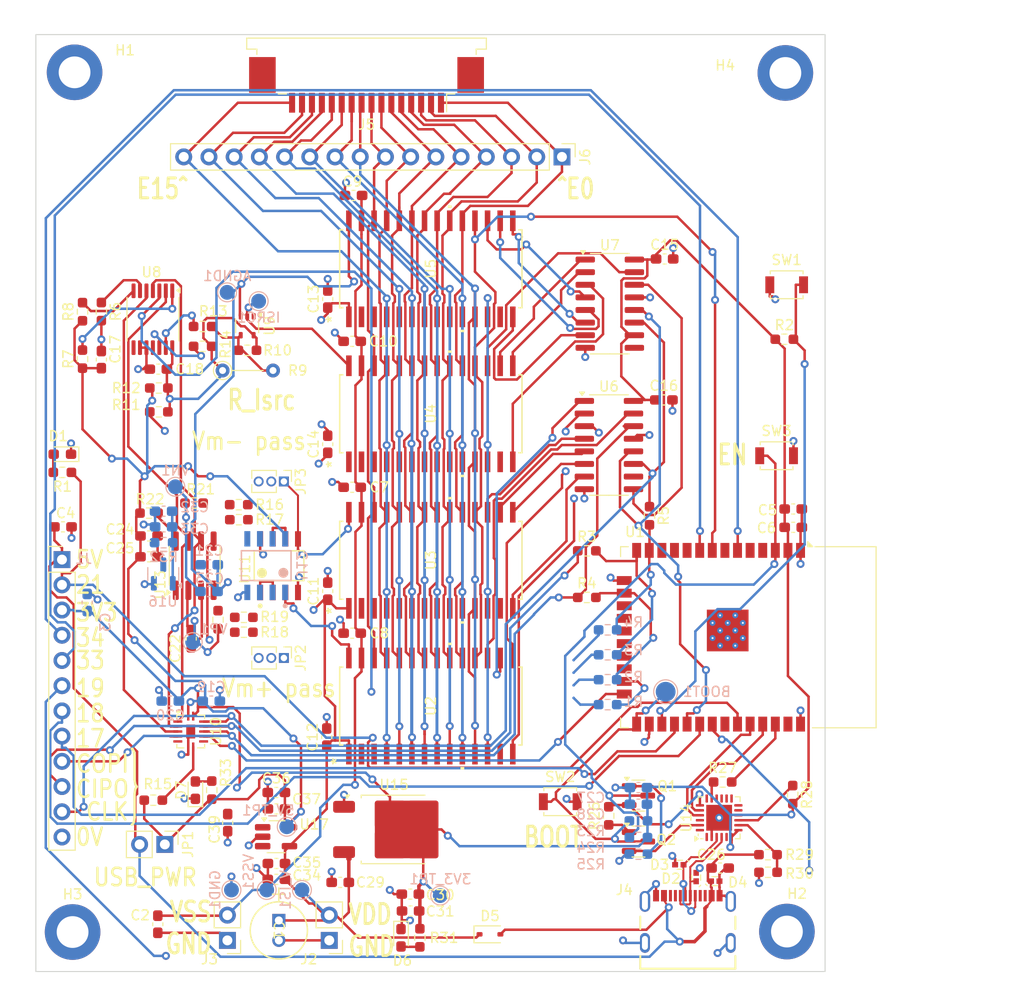
<source format=kicad_pcb>
(kicad_pcb (version 20240108) (generator "pcbnew") (generator_version "8.0")
  (layers (0 "F.Cu" signal) (1 "In1.Cu" signal "PWR.Cu") (2 "In2.Cu" signal "0V.Cu") (31 "B.Cu" signal) (34 "B.Paste" user) (35 "F.Paste" user) (36 "B.SilkS" user "B.Silkscreen") (37 "F.SilkS" user "F.Silkscreen") (38 "B.Mask" user) (39 "F.Mask" user) (44 "Edge.Cuts" user))
  (net 0 "")
  (net 1 "+3V3")
  (net 2 "GND")
  (net 3 "/BOOT")
  (net 4 "VSS")
  (net 5 "VDD")
  (net 6 "/eit_drv/R_IS1")
  (net 7 "+5VA")
  (net 8 "/power/5V_REF")
  (net 9 "Net-(D1-A)")
  (net 10 "Net-(D6-A)")
  (net 11 "Net-(D7-A)")
  (net 12 "/EN")
  (net 13 "/Isrc")
  (net 14 "E8")
  (net 15 "E12")
  (net 16 "E4")
  (net 17 "E15")
  (net 18 "E7")
  (net 19 "E0")
  (net 20 "E3")
  (net 21 "E1")
  (net 22 "E11")
  (net 23 "E6")
  (net 24 "E2")
  (net 25 "E9")
  (net 26 "E5")
  (net 27 "E10")
  (net 28 "E13")
  (net 29 "E14")
  (net 30 "/Vmeas+")
  (net 31 "/eit_drv/Vmeas+_ADC")
  (net 32 "/eit_drv/Vmeas-_ADC")
  (net 33 "/Vmeas-")
  (net 34 "Net-(Q1-B)")
  (net 35 "/usb2uart/RTS")
  (net 36 "Net-(Q2-B)")
  (net 37 "/usb2uart/DTR")
  (net 38 "Net-(J3-Pin_1)")
  (net 39 "/MTDI")
  (net 40 "Net-(J3-Pin_2)")
  (net 41 "/MTCLK")
  (net 42 "/MTMS")
  (net 43 "Net-(J3-Pin_3)")
  (net 44 "/MTDO")
  (net 45 "Net-(J3-Pin_4)")
  (net 46 "/IO21_LED")
  (net 47 "/IO15_SW")
  (net 48 "/SPICIPO")
  (net 49 "/SPICOPI")
  (net 50 "/SPICLK")
  (net 51 "Net-(U8-*WLAT)")
  (net 52 "Net-(U8-VL)")
  (net 53 "Net-(U8-*SHDN)")
  (net 54 "/eit_drv/R_IS2")
  (net 55 "Net-(U8-P0A)")
  (net 56 "Net-(U8-P0W)")
  (net 57 "Net-(U10-OE)")
  (net 58 "Net-(U11B-IN2-)")
  (net 59 "Net-(U11A-IN1-)")
  (net 60 "/eit_drv/SPICIPO5V")
  (net 61 "/usb2uart/VBUS_UART")
  (net 62 "/USB_SUSP")
  (net 64 "/RXD")
  (net 69 "/TXD")
  (net 70 "/IO17")
  (net 73 "/IO34")
  (net 74 "/DIGPOT_CS")
  (net 75 "/MUX_CS")
  (net 78 "/IO19")
  (net 80 "/IO18")
  (net 81 "/IO33")
  (net 82 "/ADC_CS")
  (net 84 "/mux_4-16/S0_A")
  (net 87 "/mux_4-16/S1_A")
  (net 89 "/MUX_EN")
  (net 90 "/mux_4-16/S3_A")
  (net 91 "/mux_4-16/S2_A")
  (net 93 "/mux_4-16/S0_B")
  (net 94 "/mux_4-16/S1_B")
  (net 97 "/mux_4-16/S3_B")
  (net 98 "/mux_4-16/S2_B")
  (net 99 "/mux_4-16/S5_A")
  (net 101 "/mux_4-16/S4_A")
  (net 102 "/mux_4-16/S7_A")
  (net 103 "/mux_4-16/S6_A")
  (net 108 "/mux_4-16/S7_B")
  (net 109 "/mux_4-16/S6_B")
  (net 110 "/mux_4-16/S5_B")
  (net 111 "/mux_4-16/S4_B")
  (net 113 "Net-(U6-QH')")
  (net 116 "/eit_drv/SPICOPI5V")
  (net 118 "/eit_drv/SPICLK5V")
  (net 120 "/eit_drv/5V_REF")
  (net 121 "/eit_drv/ADC_CS5V")
  (net 123 "5V_USB")
  (net 127 "/USB_DN")
  (net 128 "/USB_DP")
  (net 131 "+5V")
  (net 132 "/eit_drv/Vmeas+_Op")
  (net 133 "/eit_drv/Vmeas-_Op")
  (net 134 "Net-(U13-IN+)")
  (net 135 "Net-(U13-IN-)")
  (net 140 "Net-(U12B-IN2+)")
  (net 141 "Net-(U12A-IN1+)")
  (net 142 "Net-(U13-VCC)")
  (net 143 "Net-(U14-SUSPEND)")
  (net 144 "Net-(U14-~{RSTb})")
  (footprint "Resistor_SMD:R_0603_1608Metric_Pad0.98x0.95mm_HandSolder" (layer "F.Cu") (at 151.3913 131.9943 90)
    (property "Reference" "R26")
    (property "Value" "10k")
  )
  (footprint "Capacitor_SMD:C_0603_1608Metric_Pad1.08x0.95mm_HandSolder" (layer "F.Cu") (at 123.088 109.3625 90)
    (property "Reference" "C11")
    (property "Value" "100n")
  )
  (footprint "MountingHole:MountingHole_3.2mm_M3_DIN965_Pad_TopBottom" (layer "F.Cu") (at 97.388 143.7)
    (property "Reference" "H3")
    (property "Value" "MountingHole_Pad")
  )
  (footprint "Capacitor_SMD:C_0603_1608Metric_Pad1.08x0.95mm_HandSolder" (layer "F.Cu") (at 169.9811 102.9348)
    (property "Reference" "C6")
    (property "Value" "100n")
  )
  (footprint "Connector_PinHeader_2.54mm:PinHeader_1x02_P2.54mm_Vertical" (layer "F.Cu") (at 112.9824 144.54 180)
    (property "Reference" "J3")
    (property "Value" "Conn_01x02_Male")
  )
  (footprint "Package_SO:SOIC-16_3.9x9.9mm_P1.27mm" (layer "F.Cu") (at 151.503 80.405)
    (property "Reference" "U7")
    (property "Value" "SN74HC595")
  )
  (footprint "Resistor_SMD:R_0603_1608Metric_Pad0.98x0.95mm_HandSolder" (layer "F.Cu") (at 98.388 81.2125 90)
    (property "Reference" "R8")
    (property "Value" "10k")
  )
  (footprint "Capacitor_SMD:C_0603_1608Metric_Pad1.08x0.95mm_HandSolder" (layer "F.Cu") (at 125.5505 84.2 180)
    (property "Reference" "C10")
    (property "Value" "100n")
  )
  (footprint "Resistor_SMD:R_0603_1608Metric_Pad0.98x0.95mm_HandSolder" (layer "F.Cu") (at 110.488 82.7)
    (property "Reference" "R13")
    (property "Value" "0R")
  )
  (footprint "Resistor_SMD:R_0603_1608Metric_Pad0.98x0.95mm_HandSolder" (layer "F.Cu") (at 105.088 101.5 180)
    (property "Reference" "R22")
    (property "Value" "0R")
  )
  (footprint "Capacitor_SMD:C_0603_1608Metric_Pad1.08x0.95mm_HandSolder" (layer "F.Cu") (at 117.9111 138.3932 180)
    (property "Reference" "C34")
    (property "Value" "470n")
  )
  (footprint "DG406DYZ:SOIC28_7P60X18P10_INR-M" (layer "F.Cu") (at 133.4747 91.4968 90)
    (property "Reference" "U4")
    (property "Value" "DG406DYZ")
  )
  (footprint "Connector_PinHeader_1.27mm:PinHeader_1x03_P1.27mm_Vertical" (layer "F.Cu") (at 118.672 116.092 -90)
    (property "Reference" "JP2")
    (property "Value" "Jumper_3_Open")
  )
  (footprint "Resistor_SMD:R_0603_1608Metric_Pad0.98x0.95mm_HandSolder" (layer "F.Cu") (at 111.4076 129.4035 90)
    (property "Reference" "R33")
    (property "Value" "200R")
  )
  (footprint "Capacitor_SMD:C_0603_1608Metric_Pad1.08x0.95mm_HandSolder" (layer "F.Cu") (at 125.5505 113.6 180)
    (property "Reference" "C8")
    (property "Value" "100n")
  )
  (footprint "Resistor_SMD:R_0603_1608Metric_Pad0.98x0.95mm_HandSolder" (layer "F.Cu") (at 105.5167 130.4176 180)
    (property "Reference" "R15")
    (property "Value" "10k")
  )
  (footprint "Connector_PinHeader_2.54mm:PinHeader_1x02_P2.54mm_Vertical" (layer "F.Cu") (at 123.244 144.54 180)
    (property "Reference" "J2")
    (property "Value" "Conn_01x02_Male")
  )
  (footprint "Package_TO_SOT_SMD:TO-252-2" (layer "F.Cu") (at 129.7736 133.3665)
    (property "Reference" "U15")
    (property "Value" "LD1086DT33TR")
  )
  (footprint "Capacitor_SMD:C_0603_1608Metric_Pad1.08x0.95mm_HandSolder" (layer "F.Cu") (at 156.9505 90.1)
    (property "Reference" "C16")
    (property "Value" "100n")
  )
  (footprint "Package_TO_SOT_SMD:SOT-23" (layer "F.Cu") (at 154.3885 129.9582)
    (property "Reference" "Q1")
    (property "Value" "BC848")
  )
  (footprint "Capacitor_SMD:C_0603_1608Metric_Pad1.08x0.95mm_HandSolder" (layer "F.Cu") (at 122.988 124.0625 90)
    (property "Reference" "C12")
    (property "Value" "100n")
  )
  (footprint "LED_SMD:LED_0603_1608Metric_Pad1.05x0.95mm_HandSolder" (layer "F.Cu") (at 96.3594 95.5688 180)
    (property "Reference" "D1")
    (property "Value" "150060VS75000")
  )
  (footprint "Resistor_SMD:R_0603_1608Metric_Pad0.98x0.95mm_HandSolder" (layer "F.Cu") (at 132.37185 144.27915 -90)
    (property "Reference" "R31")
    (property "Value" "100R")
  )
  (footprint "Resistor_SMD:R_0603_1608Metric_Pad0.98x0.95mm_HandSolder" (layer "F.Cu") (at 149.188 109.996)
    (property "Reference" "R4")
    (property "Value" "68R")
  )
  (footprint "Capacitor_SMD:C_0603_1608Metric_Pad1.08x0.95mm_HandSolder" (layer "F.Cu") (at 169.98 101.0852)
    (property "Reference" "C5")
    (property "Value" "1u")
  )
  (footprint "DG406DYZ:SOIC28_7P60X18P10_INR-M" (layer "F.Cu") (at 133.4747 76.8918 90)
    (property "Reference" "U5")
    (property "Value" "DG406DYZ")
  )
  (footprint "Resistor_SMD:R_0603_1608Metric_Pad0.98x0.95mm_HandSolder" (layer "F.Cu") (at 106.0755 88.9)
    (property "Reference" "R12")
    (property "Value" "0R")
  )
  (footprint "Capacitor_SMD:C_0603_1608Metric_Pad1.08x0.95mm_HandSolder" (layer "F.Cu") (at 96.4205 102.884 180)
    (property "Reference" "C4")
    (property "Value" "100n")
  )
  (footprint "DG406DYZ:SOIC28_7P60X18P10_INR-M" (layer "F.Cu") (at 133.4747 106.2542 90)
    (property "Reference" "U3")
    (property "Value" "DG406DYZ")
  )
  (footprint "SOD882D:D_SOD-882" (layer "F.Cu") (at 161.6988 138.574)
    (property "Reference" "D4")
    (property "Value" "UAD8C05L01")
  )
  (footprint "RF_Module:ESP32-WROOM-32" (layer "F.Cu") (at 162.467 114.005 -90)
    (property "Reference" "U1")
    (property "Value" "ESP32-WROOM-32")
  )
  (footprint "Capacitor_SMD:C_0603_1608Metric_Pad1.08x0.95mm_HandSolder" (layer "F.Cu") (at 105.088 105.9 180)
    (property "Reference" "C25")
    (property "Value" "100n")
  )
  (footprint "Capacitor_SMD:C_0603_1608Metric_Pad1.08x0.95mm_HandSolder" (layer "F.Cu") (at 123.088 94.5625 90)
    (property "Reference" "C14")
    (property "Value" "100n")
  )
  (footprint "MountingHole:MountingHole_3.2mm_M3_DIN965_Pad_TopBottom" (layer "F.Cu") (at 97.588 57.1)
    (property "Reference" "H1")
    (property "Value" "MountingHole_Pad")
  )
  (footprint "Package_SO:SOIC-16_3.9x9.9mm_P1.27mm" (layer "F.Cu") (at 151.413 94.645)
    (property "Reference" "U6")
    (property "Value" "SN74HC595")
  )
  (footprint "Resistor_SMD:R_0603_1608Metric_Pad0.98x0.95mm_HandSolder" (layer "F.Cu") (at 110.488 84.7 180)
    (property "Reference" "R14")
    (property "Value" "0R")
  )
  (footprint "Capacitor_SMD:C_0603_1608Metric_Pad1.08x0.95mm_HandSolder" (layer "F.Cu") (at 109.338 114.15 90)
    (property "Reference" "C22")
    (property "Value" "10n")
  )
  (footprint "Resistor_SMD:R_0603_1608Metric_Pad0.98x0.95mm_HandSolder" (layer "F.Cu") (at 162.868 128.5888)
    (property "Reference" "R27")
    (property "Value" "10K")
  )
  (footprint "Connector_PinHeader_2.54mm:PinHeader_1x02_P2.54mm_Vertical" (layer "F.Cu") (at 106.68 134.874 -90)
    (property "Reference" "JP1")
    (property "Value" "Jumper_2_Open")
  )
  (footprint "MountingHole:MountingHole_3.2mm_M3_DIN965_Pad_TopBottom" (layer "F.Cu") (at 169.345 143.651)
    (property "Reference" "H2")
    (property "Value" "MountingHole_Pad")
  )
  (footprint "vt-footprints:DHVQFN14-2.5x3" (layer "F.Cu") (at 109.288 123.5 -90)
    (property "Reference" "U10")
    (property "Value" "NTS0104BQ")
  )
  (footprint "Capacitor_SMD:C_0603_1608Metric_Pad1.08x0.95mm_HandSolder" (layer "F.Cu") (at 117.9236 136.7932 180)
    (property "Reference" "C35")
    (property "Value" "100n")
  )
  (footprint "Capacitor_SMD:C_0603_1608Metric_Pad1.08x0.95mm_HandSolder" (layer "F.Cu") (at 117.9111 129.6432)
    (property "Reference" "C36")
    (property "Value" "470n")
  )
  (footprint "Capacitor_SMD:C_0603_1608Metric_Pad1.08x0.95mm_HandSolder" (layer "F.Cu") (at 123.088 79.9375 90)
    (property "Reference" "C13")
    (property "Value" "100n")
  )
  (footprint "Package_TO_SOT_SMD:SOT-353_SC-70-5" (layer "F.Cu") (at 114.974 82.63 -90)
    (property "Reference" "U9")
    (property "Value" "PSSI2021SAY")
  )
  (footprint "Connector_FFC-FPC:TE_1-84952-6_1x16-1MP_P1.0mm_Horizontal" (layer "F.Cu") (at 126.9977 58.3625 180)
    (property "Reference" "J5")
    (property "Value" "Conn_01x16")
  )
  (footprint "Package_SO:SOIC-8_3.9x4.9mm_P1.27mm" (layer "F.Cu") (at 109.688 106.8 90)
    (property "Reference" "U13")
    (property "Value" "LTC1864")
  )
  (footprint "Resistor_SMD:R_0603_1608Metric_Pad0.98x0.95mm_HandSolder" (layer "F.Cu") (at 169.9292 129.8569 -90)
    (property "Reference" "R28")
    (property "Value" "10k")
  )
  (footprint "Capacitor_SMD:C_0603_1608Metric_Pad1.08x0.95mm_HandSolder" (layer "F.Cu") (at 162.614 137.2532)
    (property "Reference" "C26")
    (property "Value" "10u")
  )
  (footprint "Capacitor_SMD:C_0603_1608Metric_Pad1.08x0.95mm_HandSolder" (layer "F.Cu") (at 131.43435 141.57915 180)
    (property "Reference" "C31")
    (property "Value" "10u")
  )
  (footprint "LED_SMD:LED_0603_1608Metric_Pad1.05x0.95mm_HandSolder" (layer "F.Cu") (at 130.47185 144.27915 -90)
    (property "Reference" "D6")
    (property "Value" "150060VS75000")
  )
  (footprint "Resistor_SMD:R_0603_1608Metric_Pad0.98x0.95mm_HandSolder" (layer "F.Cu") (at 114.1255 100.65 180)
    (property "Reference" "R16")
    (property "Value" "3k3 1%")
  )
  (footprint "Resistor_SMD:R_0603_1608Metric_Pad0.98x0.95mm_HandSolder" (layer "F.Cu") (at 114.138 102.162)
    (property "Reference" "R17")
    (property "Value" "1k 1%")
  )
  (footprint "Package_DFN_QFN:QFN-24-1EP_4x4mm_P0.5mm_EP2.6x2.6mm" (layer "F.Cu") (at 162.517 132.1885 90)
    (property "Reference" "U14")
    (property "Value" "CP2102N-A01-GQFN24")
  )
  (footprint "Capacitor_SMD:C_0603_1608Metric_Pad1.08x0.95mm_HandSolder" (layer "F.Cu") (at 125.688 69.5 180)
    (property "Reference" "C9")
    (property "Value" "100n")
  )
  (footprint "Package_SO:TSSOP-14_4.4x5mm_P0.65mm" (layer "F.Cu") (at 105.478 81.9705 -90)
    (property "Reference" "U8")
    (property "Value" "MCP41HV51-103E/ST")
  )
  (footprint "Button_Switch_SMD:SW_SPST_B3U-1000P" (layer "F.Cu") (at 169.3196 78.5)
    (property "Reference" "SW1")
    (property "Value" "PTS636")
  )
  (footprint "Package_TO_SOT_SMD:SOT-23" (layer "F.Cu") (at 154.3885 134.5832)
    (property "Reference" "Q2")
    (property "Value" "BC848")
  )
  (footprint "Connector_PinHeader_2.54mm:PinHeader_1x16_P2.54mm_Vertical" (layer "F.Cu") (at 146.6827 65.6175 -90)
    (property "Reference" "J6")
    (property "Value" "Conn_01x16")
  )
  (footprint "Capacitor_SMD:C_0603_1608Metric_Pad1.08x0.95mm_HandSolder" (layer "F.Cu") (at 157.0255 75.9)
    (property "Reference" "C15")
    (property "Value" "100n")
  )
  (footprint "Button_Switch_SMD:SW_SPST_B3U-1000P" (layer "F.Cu") (at 168.3036 95.7212)
    (property "Reference" "SW3")
    (property "Value" "PTS636 SM50 SMTR LFS")
  )
  (footprint "Resistor_SMD:R_0603_1608Metric_Pad0.98x0.95mm_HandSolder" (layer "F.Cu") (at 167.4438 137.682 180)
    (property "Reference" "R30")
    (property "Value" "47K")
  )
  (footprint "Connector_PinHeader_1.27mm:PinHeader_1x03_P1.27mm_Vertical" (layer "F.Cu") (at 118.672001 98.312 -90)
    (property "Reference" "JP3")
    (property "Value" "Jumper_3_Open")
  )
  (footprint "Resistor_THT:R_Axial_DIN0204_L3.6mm_D1.6mm_P5.08mm_Vertical" (layer "F.Cu") (at 112.498 87.136)
    (property "Reference" "R9")
    (property "Value" "0R")
  )
  (footprint "USB-C-GTC:GCT_USB4105-GF-A" (layer "F.Cu") (at 159.3608 144.794)
    (property "Reference" "J4")
    (property "Value" "USB_C_HEADER")
  )
  (footprint "Capacitor_SMD:C_0603_1608Metric_Pad1.08x0.95mm_HandSolder" (layer "F.Cu") (at 106.0255 87 180)
    (property "Reference" "C18")
    (property "Value" "100n")
  )
  (footprint "SOD882D:D_SOD-882" (layer "F.Cu") (at 160.201 138.587 90)
    (property "Reference" "D2")
    (property "Value" "UAD8C05L01")
  )
  (footprint "Resistor_SMD:R_0603_1608Metric_Pad0.98x0.95mm_HandSolder" (layer "F.Cu") (at 169.0851 83.988)
    (property "Reference" "R2")
    (property "Value" "10k")
  )
  (footprint "Diode_SMD:D_SOD-323" (layer "F.Cu") (at 139.4324 143.9304)
    (property "Reference" "D5")
    (property "Value" "BAT760-7")
  )
  (footprint "Resistor_SMD:R_0603_1608Metric_Pad0.98x0.95mm_HandSolder" (layer "F.Cu") (at 112.038 112.2375 -90)
    (property "Reference" "R20" (hide yes))
    (property "Value" "100R")
  )
  (footprint "Connector_PinHeader_2.54mm:PinHeader_1x12_P2.54mm_Vertical" (layer "F.Cu") (at 96.32 106.186)
    (property "Reference" "J1")
    (property "Value" "Conn_01x12_Pin")
  )
  (footprint "Capacitor_SMD:C_0603_1608Metric_Pad1.08x0.95mm_HandSolder" (layer "F.Cu") (at 117.9236 131.2932 180)
    (property "Reference" "C37")
    (property "Value" "1u")
  )
  (footprint "Capacitor_SMD:C_0603_1608Metric_Pad1.08x0.95mm_HandSolder" (layer "F.Cu") (at 105.088 103.8)
    (property "Reference" "C24")
    (property "Value" "1u")
  )
  (footprint "Capacitor_SMD:C_0603_1608Metric_Pad1.08x0.95mm_HandSolder" (layer "F.Cu") (at 125.5505 98.9 180)
    (property "Reference" "C7")
    (property "Value" "100n")
  )
  (footprint "Capacitor_SMD:C_0603_1608Metric_Pad1.08x0.95mm_HandSolder" (layer "F.Cu") (at 105.972 142.915499 -90)
    (property "Reference" "C2")
    (property "Value" "1u")
  )
  (footprint "DG406DYZ:SOIC28_7P60X18P10_INR-M" (layer "F.Cu") (at 133.4747 120.9354 90)
    (property "Reference" "U2")
    (property "Value" "DG406DYZ")
  )
  (footprint "Resistor_SMD:R_0603_1608Metric_Pad0.98x0.95mm_HandSolder" (layer "F.Cu") (at 155.502 101.7664 -90)
    (property "Reference" "R5")
    (property "Value" "68R")
  )
  (footprint "Resistor_SMD:R_0603_1608Metric_Pad0.98x0.95mm_HandSolder" (layer "F.Cu") (at 109.6255 100.488 180)
    (property "Reference" "R21")
    (property "Value" "100R")
  )
  (footprint "Capacitor_SMD:C_0603_1608Metric_Pad1.08x0.95mm_HandSolder" (layer "F.Cu") (at 100.288 86.0375 -90)
    (property "Reference" "C17")
    (property "Value" "100n")
  )
  (footprint "MountingHole:MountingHole_3.2mm_M3_DIN965_Pad_TopBottom" (layer "F.Cu") (at 169.188 57.164)
    (property "Reference" "H4")
    (property "Value" "MountingHole_Pad")
  )
  (footprint "Button_Switch_SMD:SW_SPST_B3U-1000P" (layer "F.Cu") (at 146.5104 130.57)
    (property "Reference" "SW2")
    (property "Value" "PTS636 SM50 SMTR LFS")
  )
  (footprint "Resistor_SMD:R_0603_1608Metric_Pad0.98x0.95mm_HandSolder" (layer "F.Cu") (at 167.44 135.904)
    (property "Reference" "R29")
    (property "Value" "22K")
  )
  (footprint "Capacitor_SMD:C_0603_1608Metric_Pad1.08x0.95mm_HandSolder" (layer "F.Cu") (at 131.40935 139.87915)
    (property "Reference" "C30")
    (property "Value" "100n")
  )
  (footprint "Resistor_SMD:R_0603_1608Metric_Pad0.98x0.95mm_HandSolder" (layer "F.Cu") (at 114.638 113.5 180)
    (property "Reference" "R18")
    (property "Value" "3k3 1%")
  )
  (footprint "Resistor_SMD:R_0603_1608Metric_Pad0.98x0.95mm_HandSolder" (layer "F.Cu") (at 100.288 81.2 -90)
    (property "Reference" "R6")
    (property "Value" "10k")
  )
  (footprint "OPA2991IDR:D0008A-MFG" (layer "F.Cu") (at 118.188 106.8 90)
    (property "Reference" "U11")
    (property "Value" "OPA2991IDR")
  )
  (footprint "Capacitor_SMD:C_0603_1608Metric_Pad1.08x0.95mm_HandSolder" (layer "F.Cu") (at 113.0111 132.6807 -90)
    (property "Reference" "C39")
    (property "Value" "100n")
  )
  (footprint "Resistor_SMD:R_0603_1608Metric_Pad0.98x0.95mm_HandSolder" (layer "F.Cu") (at 98.388 85.9875 90)
    (property "Reference" "R7")
    (property "Value" "0R")
  )
  (footprint "Package_TO_SOT_SMD:SOT-23-5_HandSoldering" (layer "F.Cu") (at 117.8841 134.0992)
    (property "Reference" "U17")
    (property "Value" "LDK715M50R_SOT23-5")
  )
  (footprint "Resistor_SMD:R_0603_1608Metric_Pad0.98x0.95mm_HandSolder" (layer "F.Cu") (at 114.638 112)
    (property "Reference" "R19")
    (property "Value" "1k 1%")
  )
  (footprint "Resistor_SMD:R_0603_1608Metric_Pad0.98x0.95mm_HandSolder" (layer "F.Cu") (at 96.3575 97.3976 180)
    (property "Reference" "R1")
    (property "Value" "100R")
  )
  (footprint "Capacitor_SMD:C_0603_1608Metric_Pad1.08x0.95mm_HandSolder" (layer "F.Cu") (at 124.3505 138.7 180)
    (property "Reference" "C29")
    (property "Value" "10u")
  )
  (footprint "ECA1HM100B:CAP_PAN_5X11_PAN" (layer "F.Cu") (at 118.164 142.533401 -90)
    (property "Reference" "C1")
    (property "Value" "C_Polarized")
  )
  (footprint "Resistor_SMD:R_0603_1608Metric_Pad0.98x0.95mm_HandSolder" (layer "F.Cu") (at 149.188 105.3)
    (property "Reference" "R3")
    (property "Value" "68R")
  )
  (footprint "SOD882D:D_SOD-882" (layer "F.Cu") (at 158.931 136.92 180)
    (property "Reference" "D3")
    (property "Value" "UAD8C05L01")
  )
  (footprint "LED_SMD:LED_0603_1608Metric_Pad1.05x0.95mm_HandSolder" (layer "F.Cu") (at 109.7576 129.4085 90)
    (property "Reference" "D7")
    (property "Value" "150060VS75000")
  )
  (footprint "Resistor_SMD:R_0603_1608Metric_Pad0.98x0.95mm_HandSolder" (layer "F.Cu") (at 106.0755 91.3)
    (property "Reference" "R11")
    (property "Value" "0R")
  )
  (footprint "Resistor_SMD:R_0603_1608Metric_Pad0.98x0.95mm_HandSolder" (layer "F.Cu") (at 115.0005 85.1 180)
    (property "Reference" "R10")
    (property "Value" "680R")
  )
  (footprint "TestPoint:TestPoint_Pad_D1.5mm" (layer "B.Cu") (at 118.9611 133.0932 180)
    (property "Reference" "5V_TP1")
    (property "Value" "TestPoint")
  )
  (footprint "Capacitor_SMD:C_0603_1608Metric_Pad1.08x0.95mm_HandSolder" (layer "B.Cu") (at 111.1255 109.4 180)
    (property "Reference" "C23")
    (property "Value" "1n")
  )
  (footprint "Resistor_SMD:R_0603_1608Metric_Pad0.98x0.95mm_HandSolder" (layer "B.Cu") (at 154.3863 132.5004 180)
    (property "Reference" "R23")
    (property "Value" "10k")
  )
  (footprint "Capacitor_SMD:C_0603_1608Metric_Pad1.08x0.95mm_HandSolder" (layer "B.Cu") (at 154.3874 129.1476 180)
    (property "Reference" "C27")
    (property "Value" "4u7")
  )
  (footprint "TestPoint:TestPoint_Pad_D1.5mm" (layer "B.Cu") (at 109.488 114.5 180)
    (property "Reference" "VP1")
    (property "Value" "TestPoint")
  )
  (footprint "Resistor_SMD:R_0603_1608Metric_Pad0.98x0.95mm_HandSolder" (layer "B.Cu") (at 154.3863 135.8532 180)
    (property "Reference" "R25")
    (property "Value" "10k")
  )
  (footprint "Resistor_SMD:R_0603_1608Metric_Pad0.98x0.95mm_HandSolder" (layer "B.Cu") (at 151.2875 120.791 180)
    (property "Reference" "R1")
    (property "Value" "100R")
  )
  (footprint "Resistor_SMD:R_0603_1608Metric_Pad0.98x0.95mm_HandSolder" (layer "B.Cu") (at 154.3863 134.1768 180)
    (property "Reference" "R24")
    (property "Value" "10k")
  )
  (footprint "Capacitor_SMD:C_0603_1608Metric_Pad1.08x0.95mm_HandSolder" (layer "B.Cu") (at 154.3863 130.824 180)
    (property "Reference" "C28")
    (property "Value" "100n")
  )
  (footprint "TestPoint:TestPoint_Pad_D1.5mm" (layer "B.Cu") (at 107.738 98.85 180)
    (property "Reference" "VN1")
    (property "Value" "TestPoint")
  )
  (footprint "Capacitor_SMD:C_0603_1608Metric_Pad1.08x0.95mm_HandSolder" (layer "B.Cu") (at 106.5601 102.884 180)
    (property "Reference" "C33")
    (property "Value" "1u")
  )
  (footprint "Capacitor_SMD:C_0603_1608Metric_Pad1.08x0.95mm_HandSolder" (layer "B.Cu") (at 98.86 110.504 -90)
    (property "Reference" "C3")
    (property "Value" "100n")
  )
  (footprint "TestPoint:TestPoint_Pad_D2.0mm" (layer "B.Cu") (at 157.1276 119.4956 180)
    (property "Reference" "BOOT1")
    (property "Value" "TP_s")
  )
  (footprint "Capacitor_SMD:C_0603_1608Metric_Pad1.08x0.95mm_HandSolder" (layer "B.Cu") (at 111.1505 106.7 180)
    (property "Reference" "C21")
    (property "Value" "1n")
  )
  (footprint "Capacitor_SMD:C_0603_1608Metric_Pad1.08x0.95mm_HandSolder" (layer "B.Cu") (at 111.357 120.436 180)
    (property "Reference" "C19")
    (property "Value" "100n")
  )
  (footprint "OPA2991IDR:D0008A-MFG" (layer "B.Cu") (at 116.894 106.789499 90)
    (property "Reference" "U12")
    (property "Value" "OPA2991IDR")
  )
  (footprint "Resistor_SMD:R_0603_1608Metric_Pad0.98x0.95mm_HandSolder" (layer "B.Cu") (at 151.2875 115.771 180)
    (property "Reference" "R3")
    (property "Value" "100R")
  )
  (footprint "Package_TO_SOT_SMD:SOT-23" (layer "B.Cu") (at 106.5245 107.6361 90)
    (property "Reference" "U16")
    (property "Value" "ADR5045BRTZ")
  )
  (footprint "Capacitor_SMD:C_0603_1608Metric_Pad1.08x0.95mm_HandSolder" (layer "B.Cu") (at 106.5612 101.3092)
    (property "Reference" "C32")
    (property "Value" "100n")
  )
  (footprint "Resistor_SMD:R_0603_1608Metric_Pad0.98x0.95mm_HandSolder" (layer "B.Cu") (at 106.5566 104.478)
    (property "Reference" "R32")
    (property "Value" "10k")
  )
  (footprint "TestPoint:TestPoint_Pad_D1.5mm" (layer "B.Cu") (at 113.3904 139.46 -90)
    (property "Reference" "GND1")
    (property "Value" "TestPoint")
  )
  (footprint "TestPoint:TestPoint_Pad_D1.5mm" (layer "B.Cu") (at 134.42185 140.02915 180)
    (property "Reference" "3V3_TP1")
    (property "Value" "TestPoint")
  )
  (footprint "Resistor_SMD:R_0603_1608Metric_Pad0.98x0.95mm_HandSolder" (layer "B.Cu") (at 151.2875 118.281 180)
    (property "Reference" "R2")
    (property "Value" "100R")
  )
  (footprint "Resistor_SMD:R_0603_1608Metric_Pad0.98x0.95mm_HandSolder" (layer "B.Cu") (at 151.2875 113.261 180)
    (property "Reference" "R4")
    (property "Value" "100R")
  )
  (footprint "TestPoint:TestPoint_Pad_D1.5mm" (layer "B.Cu") (at 116.132 80.151)
    (property "Reference" "ISRC1")
    (property "Value" "TestPoint")
  )
  (footprint "Capacitor_SMD:C_0603_1608Metric_Pad1.08x0.95mm_HandSolder" (layer "B.Cu") (at 107.232 120.436)
    (property "Reference" "C20")
    (property "Value" "100n")
  )
  (footprint "TestPoint:TestPoint_Pad_D1.5mm" (layer "B.Cu") (at 120.4904 139.46 -90)
    (property "Reference" "V_IS1")
    (property "Value" "TestPoint")
  )
  (footprint "TestPoint:TestPoint_Pad_D1.5mm" (layer "B.Cu") (at 116.9404 139.46 -90)
    (property "Reference" "VSS1")
    (property "Value" "TestPoint")
  )
  (footprint "TestPoint:TestPoint_Pad_D1.5mm" (layer "B.Cu") (at 112.957 79.262 180)
    (property "Reference" "AGND1")
    (property "Value" "TestPoint")
  )
  (gr_line (start 156.9608 140.479) (end 157.3418 141.114) (stroke (width 0.2)) (layer "F.Cu") (net 123))
  (gr_line (start 161.2788 141.114) (end 161.7868 140.479) (stroke (width 0.2)) (layer "F.Cu") (net 123))
  (gr_rect (start 93.688 53.3) (end 173.188 147.68) (stroke (width 0.1)) (fill none) (layer "Edge.Cuts"))
  (gr_text "}" (at 102.968 131.59 0) (layer "F.SilkS") (effects (font (size 5 1.5) (thickness 0.25) (bold yes)) (justify left bottom)))
  (gr_text "R_Isrc\n\n" (at 112.83 94.502 0) (layer "F.SilkS") (effects (font (size 2 1.5) (thickness 0.3) (bold yes)) (justify left bottom)))
  (gr_text "^E0\n" (at 146.088 70 0) (layer "F.SilkS") (effects (font (size 2 1.5) (thickness 0.3) (bold yes)) (justify left bottom)))
  (gr_text "EN\n" (at 162.188 96.8 0) (layer "F.SilkS") (effects (font (size 2 1.5) (thickness 0.3) (bold yes)) (justify left bottom)))
  (gr_text "CIPO" (at 97.59 130.316 0) (layer "F.SilkS") (effects (font (size 1.75 1.5) (thickness 0.25) (bold yes)) (justify left bottom)))
  (gr_text "21\n" (at 97.59 109.742 0) (layer "F.SilkS") (effects (font (size 1.75 1.5) (thickness 0.25) (bold yes)) (justify left bottom)))
  (gr_text "33" (at 97.59 117.362 0) (layer "F.SilkS") (effects (font (size 1.75 1.5) (thickness 0.25) (bold yes)) (justify left bottom)))
  (gr_text "COPI" (at 97.59 127.776 0) (layer "F.SilkS") (effects (font (size 1.75 1.5) (thickness 0.25) (bold yes)) (justify left bottom)))
  (gr_text "3V3" (at 97.59 112.536 0) (layer "F.SilkS") (effects (font (size 1.75 1.5) (thickness 0.25) (bold yes)) (justify left bottom)))
  (gr_text "USB_PWR" (at 99.368 139.206 0) (layer "F.SilkS") (effects (font (size 1.75 1.5) (thickness 0.25) (bold yes)) (justify left bottom)))
  (gr_text "Vm- pass\n" (at 109.274 95.264 0) (layer "F.SilkS") (effects (font (size 1.75 1.5) (thickness 0.25) (bold yes)) (justify left bottom)))
  (gr_text "17\n" (at 97.59 125.236 0) (layer "F.SilkS") (effects (font (size 1.75 1.5) (thickness 0.25) (bold yes)) (justify left bottom)))
  (gr_text "5V" (at 97.59 107.202 0) (layer "F.SilkS") (effects (font (size 1.75 1.5) (thickness 0.25) (bold yes)) (justify left bottom)))
  (gr_text "BOOT" (at 142.688 135.3 0) (layer "F.SilkS") (effects (font (size 2 1.5) (thickness 0.3) (bold yes)) (justify left bottom)))
  (gr_text "19\n" (at 97.59 120.156 0) (layer "F.SilkS") (effects (font (size 1.75 1.5) (thickness 0.25) (bold yes)) (justify left bottom)))
  (gr_text "Vm+ pass\n\n\n" (at 112.288 125.8 0) (layer "F.SilkS") (effects (font (size 1.75 1.5) (thickness 0.25) (bold yes)) (justify left bottom)))
  (gr_text "VDD\nGND\n" (at 125.022 146.318 0) (layer "F.SilkS") (effects (font (size 2 1.5) (thickness 0.3) (bold yes)) (justify left bottom)))
  (gr_text "E15^\n" (at 103.688 70 0) (layer "F.SilkS") (effects (font (size 2 1.5) (thickness 0.3) (bold yes)) (justify left bottom)))
  (gr_text "0V" (at 97.59 135.142 0) (layer "F.SilkS") (effects (font (size 1.75 1.5) (thickness 0.25) (bold yes)) (justify left bottom)))
  (gr_text "VSS\nGND\n" (at 111.56 146.064 0) (layer "F.SilkS") (effects (font (size 2 1.5) (thickness 0.3) (bold yes)) (justify right bottom)))
  (gr_text "34" (at 97.59 115.076 0) (layer "F.SilkS") (effects (font (size 1.75 1.5) (thickness 0.25) (bold yes)) (justify left bottom)))
  (gr_text "CLK" (at 98.606 132.602 0) (layer "F.SilkS") (effects (font (size 1.75 1.5) (thickness 0.25) (bold yes)) (justify left bottom)))
  (gr_text "18\n" (at 97.59 122.696 0) (layer "F.SilkS") (effects (font (size 1.75 1.5) (thickness 0.25) (bold yes)) (justify left bottom)))
  (segment (start 169.447 105.255) (end 169.447 117.9071) (width 0.25) (layer "F.Cu") (net 1))
  (segment (start 131.0336 133.3665) (end 132.7086 133.3665) (width 0.25) (layer "F.Cu") (net 1))
  (segment (start 152.6757 78.0838) (end 152.6757 82.7355) (width 0.25) (layer "F.Cu") (net 1))
  (segment (start 156.088 90.1) (end 155.038 90.1) (width 0.25) (layer "F.Cu") (net 1))
  (segment (start 156.163 75.4545) (end 157.5909 74.0266) (width 0.25) (layer "F.Cu") (net 1))
  (segment (start 155.2803 77.5778) (end 155.0008 77.8573) (width 0.25) (layer "F.Cu") (net 1))
  (segment (start 110.0167 119.1319) (end 110.0167 121.0427) (width 0.25) (layer "F.Cu") (net 1))
  (segment (start 158.2112 74.0266) (end 168.1726 83.988) (width 0.25) (layer "F.Cu") (net 1))
  (segment (start 171.5254 119.9855) (end 171.5254 129.1732) (width 0.25) (layer "F.Cu") (net 1))
  (segment (start 132.7086 134.8915) (end 133.298 135.4809) (width 0.25) (layer "F.Cu") (net 1))
  (segment (start 152.6621 87.7241) (end 152.6621 84.4381) (width 0.25) (layer "F.Cu") (net 1))
  (segment (start 113.5712 121.0427) (end 114.221 121.6925) (width 0.25) (layer "F.Cu") (net 1))
  (segment (start 169.1186 102.9348) (end 169.447 103.2632) (width 0.25) (layer "F.Cu") (net 1))
  (segment (start 171.5254 129.1732) (end 169.9292 130.7694) (width 0.25) (layer "F.Cu") (net 1))
  (segment (start 152.9022 77.8573) (end 152.6757 78.0838) (width 0.25) (layer "F.Cu") (net 1))
  (segment (start 169.1186 101.0863) (end 169.1186 102.9348) (width 0.25) (layer "F.Cu") (net 1))
  (segment (start 132.27185 139.06815) (end 132.73415 138.60585) (width 0.35) (layer "F.Cu") (net 1))
  (segment (start 132.37185 143.36715) (end 132.37185 143.36665) (width 0.35) (layer "F.Cu") (net 1))
  (segment (start 132.7086 131.8415) (end 132.7086 133.3665) (width 0.25) (layer "F.Cu") (net 1))
  (segment (start 132.37185 139.97915) (end 132.27185 139.87915) (width 0.35) (layer "F.Cu") (net 1))
  (segment (start 155.2803 75.96) (end 155.2803 77.5778) (width 0.25) (layer "F.Cu") (net 1))
  (segment (start 153.988 90.1) (end 153.888 90.2) (width 0.25) (layer "F.Cu") (net 1))
  (segment (start 155.0008 77.8573) (end 152.9022 77.8573) (width 0.25) (layer "F.Cu") (net 1))
  (segment (start 132.37185 141.67285) (end 132.29685 141.59785) (width 0.25) (layer "F.Cu") (net 1))
  (segment (start 129.3586 133.3665) (end 129.3586 131.8415) (width 0.25) (layer "F.Cu") (net 1))
  (segment (start 127.5842 128.3222) (end 129.3586 130.0966) (width 0.25) (layer "F.Cu") (net 1))
  (segment (start 132.27185 139.87915) (end 132.27185 139.06815) (width 0.35) (layer "F.Cu") (net 1))
  (segment (start 169.9292 131.723) (end 169.9292 130.7694) (width 0.25) (layer "F.Cu") (net 1))
  (segment (start 169.1175 84.9329) (end 169.1175 101.0852) (width 0.25) (layer "F.Cu") (net 1))
  (segment (start 132.7086 133.3665) (end 132.7086 134.8915) (width 0.25) (layer "F.Cu") (net 1))
  (segment (start 114.221 128.8707) (end 113.941 129.1507) (width 0.25) (layer "F.Cu") (net 1))
  (segment (start 156.103 75.96) (end 156.163 75.9) (width 0.25) (layer "F.Cu") (net 1))
  (segment (start 152.6621 84.4381) (end 153.5202 83.58) (width 0.25) (layer "F.Cu") (net 1))
  (segment (start 132.7086 138.5803) (end 132.73415 138.60585) (width 0.25) (layer "F.Cu") (net 1))
  (segment (start 132.7086 134.8915) (end 132.7086 138.5803) (width 0.25) (layer "F.Cu") (net 1))
  (segment (start 152.6757 82.7355) (end 153.5202 83.58) (width 0.25) (layer "F.Cu") (net 1))
  (segment (start 163.767 135.0216) (end 163.767 134.126) (width 0.25) (layer "F.Cu") (net 1))
  (segment (start 155.038 90.1) (end 153.988 90.1) (width 0.25) (layer "F.Cu") (net 1))
  (segment (start 110.0167 121.0427) (end 110.0167 121.4713) (width 0.25) (layer "F.Cu") (net 1))
  (segment (start 129.3586 134.8915) (end 129.3586 133.3665) (width 0.25) (layer "F.Cu") (net 1))
  (segment (start 155.2803 75.96) (end 156.103 75.96) (width 0.25) (layer "F.Cu") (net 1))
  (segment (start 169.447 117.9071) (end 171.5254 119.9855) (width 0.25) (layer "F.Cu") (net 1))
  (segment (start 134.5495 133.3665) (end 135.182 133.999) (width 0.25) (layer "F.Cu") (net 1))
  (segment (start 132.37185 143.36665) (end 132.37185 141.67285) (width 0.35) (layer "F.Cu") (net 1))
  (segment (start 163.6405 135.1481) (end 163.767 135.0216) (width 0.25) (layer "F.Cu") (net 1))
  (segment (start 114.221 121.6925) (end 114.221 128.8707) (width 0.25) (layer "F.Cu") (net 1))
  (segment (start 169.7899 131.8623) (end 169.9292 131.723) (width 0.25) (layer "F.Cu") (net 1))
  (segment (start 169.447 103.2632) (end 169.447 105.255) (width 0.25) (layer "F.Cu") (net 1))
  (segment (start 156.163 75.9) (end 156.163 75.4545) (width 0.25) (layer "F.Cu") (net 1))
  (segment (start 110.0167 121.4713) (end 109.538 121.95) (width 0.25) (layer "F.Cu") (net 1))
  (segment (start 163.767 134.126) (end 164.4545 133.4385) (width 0.25) (layer "F.Cu") (net 1))
  (segment (start 168.1726 83.988) (end 169.1175 84.9329) (width 0.25) (layer "F.Cu") (net 1))
  (segment (start 169.1175 101.0852) (end 169.1186 101.0863) (width 0.25) (layer "F.Cu") (net 1))
  (segment (start 153.5202 83.58) (end 153.978 83.58) (width 0.25) (layer "F.Cu") (net 1))
  (segment (start 132.37185 141.67285) (end 132.37185 139.97915) (width 0.35) (layer "F.Cu") (net 1))
  (segment (start 132.29685 141.59785) (end 132.29685 141.57915) (width 0.25) (layer "F.Cu") (net 1))
  (segment (start 110.0167 121.0427) (end 113.5712 121.0427) (width 0.25) (layer "F.Cu") (net 1))
  (segment (start 153.978 75.96) (end 155.2803 75.96) (width 0.25) (layer "F.Cu") (net 1))
  (segment (start 129.3586 133.3665) (end 131.0336 133.3665) (width 0.25) (layer "F.Cu") (net 1))
  (segment (start 155.038 90.1) (end 152.6621 87.7241) (width 0.25) (layer "F.Cu") (net 1))
  (segment (start 131.0336 133.3665) (end 134.5495 133.3665) (width 0.25) (layer "F.Cu") (net 1))
  (segment (start 129.3586 130.0966) (end 129.3586 131.8415) (width 0.25) (layer "F.Cu") (net 1))
  (segment (start 157.5909 74.0266) (end 158.2112 74.0266) (width 0.25) (layer "F.Cu") (net 1))
  (via (at 163.6405 135.1481) (size 0.8) (drill 0.4) (layers "F.Cu" "B.Cu") (net 1))
  (via (at 110.0167 119.1319) (size 0.8) (drill 0.4) (layers "F.Cu" "B.Cu") (net 1))
  (via (at 132.73415 138.60585) (size 0.8) (drill 0.4) (layers "F.Cu" "B.Cu") (net 1))
  (via (at 169.7899 131.8623) (size 0.8) (drill 0.4) (layers "F.Cu" "B.Cu") (net 1))
  (via (at 135.182 133.999) (size 0.8) (drill 0.4) (layers "F.Cu" "B.Cu") (net 1))
  (via (at 113.941 129.1507) (size 0.8) (drill 0.4) (layers "F.Cu" "B.Cu") (net 1))
  (via (at 127.5842 128.3222) (size 0.8) (drill 0.4) (layers "F.Cu" "B.Cu") (net 1))
  (segment (start 97.5972 111.3665) (end 97.4967 111.266) (width 0.25) (layer "B.Cu") (net 1))
  (segment (start 160.8201 129.0765) (end 155.321 129.0765) (width 0.25) (layer "B.Cu") (net 1))
  (segment (start 109.2669 119.1319) (end 110.0167 119.1319) (width 0.25) (layer "B.Cu") (net 1))
  (segment (start 108.0945 120.3043) (end 109.2669 119.1319) (width 0.25) (layer "B.Cu") (net 1))
  (segment (start 108.0945 120.436) (end 108.0945 120.3043) (width 0.25) (layer "B.Cu") (net 1))
  (segment (start 163.6405 131.8969) (end 160.8201 129.0765) (width 0.25) (layer "B.Cu") (net 1))
  (segment (start 135.182 133.999) (end 135.309 133.999) (width 0.25) (layer "B.Cu") (net 1))
  (segment (start 163.6405 135.1481) (end 163.6405 131.8969) (width 0.25) (layer "B.Cu") (net 1))
  (segment (start 96.32 111.266) (end 97.4967 111.266) (width 0.25) (layer "B.Cu") (net 1))
  (segment (start 155.2988 132.5004) (end 155.2988 130.8729) (width 0.25) (layer "B.Cu") (net 1))
  (segment (start 155.2988 134.1768) (end 155.2988 132.5004) (width 0.25) (layer "B.Cu") (net 1))
  (segment (start 126.9071 127.6451) (end 127.5842 128.3222) (width 0.25) (layer "B.Cu") (net 1))
  (segment (start 135.309 133.999) (end 136.3606 135.0506) (width 0.25) (layer "B.Cu") (net 1))
  (segment (start 154.425 135.0506) (end 155.2988 134.1768) (width 0.25) (layer "B.Cu") (net 1))
  (segment (start 134.42185 140.02915) (end 134.15745 140.02915) (width 0.25) (layer "B.Cu") (net 1))
  (segment (start 134.15745 140.02915) (end 132.73415 138.60585) (width 0.25) (layer "B.Cu") (net 1))
  (segment (start 113.941 129.1507) (end 115.4466 127.6451) (width 0.25) (layer "B.Cu") (net 1))
  (segment (start 99.1567 111.3665) (end 98.86 111.3665) (width 0.25) (layer "B.Cu") (net 1))
  (segment (start 155.2499 130.824) (end 155.2488 130.824) (width 0.25) (layer "B.Cu") (net 1))
  (segment (start 155.2988 130.8729) (end 155.2499 130.824) (width 0.25) (layer "B.Cu") (net 1))
  (segment (start 155.321 129.0765) (end 155.2499 129.1476) (width 0.25) (layer "B.Cu") (net 1))
  (segment (start 136.3606 135.0506) (end 154.425 135.0506) (width 0.25) (layer "B.Cu") (net 1))
  (segment (start 163.6405 131.8969) (end 169.7553 131.8969) (width 0.25) (layer "B.Cu") (net 1))
  (segment (start 115.4466 127.6451) (end 126.9071 127.6451) (width 0.25) (layer "B.Cu") (net 1))
  (segment (start 169.7553 131.8969) (end 169.7899 131.8623) (width 0.25) (layer "B.Cu") (net 1))
  (segment (start 155.2499 130.824) (end 155.2499 129.1476) (width 0.25) (layer "B.Cu") (net 1))
  (segment (start 98.86 111.3665) (end 97.5972 111.3665) (width 0.25) (layer "B.Cu") (net 1))
  (segment (start 108.0945 120.3043) (end 99.1567 111.3665) (width 0.25) (layer "B.Cu") (net 1))
  (segment (start 122.4732 92.5533) (end 123.088 93.1681) (width 0.25) (layer "F.Cu") (net 2))
  (segment (start 116.0082 134.0992) (end 116.5341 134.0992) (width 0.25) (layer "F.Cu") (net 2))
  (segment (start 130.54685 142.51895) (end 130.54685 143.32915) (width 0.25) (layer "F.Cu") (net 2))
  (segment (start 123.088 79.075) (end 123.088 77.9066) (width 0.25) (layer "F.Cu") (net 2))
  (segment (start 124.9386 68.2148) (end 124.8255 68.3279) (width 0.25) (layer "F.Cu") (net 2))
  (segment (start 161.767 132.9385) (end 161.767 134.126) (width 0.25) (layer "F.Cu") (net 2))
  (segment (start 152.957 108.295) (end 151.8803 108.295) (width 0.25) (layer "F.Cu") (net 2))
  (segment (start 170.717 106.6195) (end 170.717 105.255) (width 0.25) (layer "F.Cu") (net 2))
  (segment (start 161.852 114.0875) (end 161.852 113.325) (width 0.25) (layer "F.Cu") (net 2))
  (segment (start 163.6808 140.614) (end 163.1058 140.039) (width 0.25) (layer "F.Cu") (net 2))
  (segment (start 125.2197 72.0531) (end 125.2197 73.4212) (width 0.25) (layer "F.Cu") (net 2))
  (segment (start 170.0036 94.2335) (end 170.0036 95.7212) (width 0.25) (layer "F.Cu") (net 2))
  (segment (start 170.8425 102.9348) (end 170.8425 101.0852) (width 0.25) (layer "F.Cu") (net 2))
  (segment (start 97.283 104.0065) (end 97.283 102.884) (width 0.25) (layer "F.Cu") (net 2))
  (segment (start 117.0486 129.6432) (end 117.0611 129.6557) (width 0.25) (layer "F.Cu") (net 2))
  (segment (start 147.1451 130.2814) (end 147.4337 130.57) (width 0.25) (layer "F.Cu") (net 2))
  (segment (start 139.2 110.2275) (end 139.2 111.053) (width 0.25) (layer "F.Cu") (net 2))
  (segment (start 163.377 114.85) (end 163.377 114.0875) (width 0.25) (layer "F.Cu") (net 2))
  (segment (start 139.2 80.7634) (end 139.2 79.8363) (width 0.25) (layer "F.Cu") (net 2))
  (segment (start 158.081 136.3183) (end 157.7908 136.0281) (width 0.25) (layer "F.Cu") (net 2))
  (segment (start 109.7576 130.2835) (end 109.7211 130.247) (width 0.25) (layer "F.Cu") (net 2))
  (segment (start 158.081 136.6191) (end 158.081 136.92) (width 0.25) (layer "F.Cu") (net 2))
  (segment (start 155.0408 144.794) (end 154.9811 144.7343) (width 0.25) (layer "F.Cu") (net 2))
  (segment (start 162.5488 137.8628) (end 162.5488 138.574) (width 0.25) (layer "F.Cu") (net 2))
  (segment (start 162.517 132.1885) (end 161.767 132.9385) (width 0.25) (layer "F.Cu") (net 2))
  (segment (start 105.163 87) (end 104.828 86.665) (width 0.25) (layer "F.Cu") (net 2))
  (segment (start 129.75915 139.87915) (end 129.34 139.46) (width 0.25) (layer "F.Cu") (net 2))
  (segment (start 109.038 123.75) (end 109.038 125.05) (width 0.25) (layer "F.Cu") (net 2))
  (segment (start 163.1058 140.039) (end 162.5608 140.039) (width 0.25) (layer "F.Cu") (net 2))
  (segment (start 100.288 84.0053) (end 100.288 82.1125) (width 0.25) (layer "F.Cu") (net 2))
  (segment (start 114.2425 78.5526) (end 114.2469 78.5526) (width 0.25) (layer "F.Cu") (net 2))
  (segment (start 104.178 84.833) (end 104.828 84.833) (width 0.25) (layer "F.Cu") (net 2))
  (segment (start 149.028 84.85) (end 149.028 85.78) (width 0.25) (layer "F.Cu") (net 2))
  (segment (start 139.2 80.7634) (end 139.1897 80.7737) (width 0.25) (layer "F.Cu") (net 2))
  (segment (start 139.1897 80.7737) (end 139.1897 81.7305) (width 0.25) (layer "F.Cu") (net 2))
  (segment (start 118.164 144.54) (end 123.244 144.54) (width 0.25) (layer "F.Cu") (net 2))
  (segment (start 114.2425 78.5526) (end 114.2425 81.5985) (width 0.25) (layer "F.Cu") (net 2))
  (segment (start 163.377 112.5625) (end 163.377 111.8) (width 0.25) (layer "F.Cu") (net 2))
  (segment (start 163.377 114.0875) (end 163.377 113.325) (width 0.25) (layer "F.Cu") (net 2))
  (segment (start 120.093 109.5) (end 120.093 108.067) (width 0.25) (layer "F.Cu") (net 2))
  (segment (start 97.2344 95.5688) (end 97.2344 94.473) (width 0.25) (layer "F.Cu") (net 2))
  (segment (start 139.2 124.083) (end 139.2 125.734) (width 0.25) (layer "F.Cu") (net 2))
  (segment (start 114.2469 78.5526) (end 114.39025 78.40925) (width 0.25) (layer "F.Cu") (net 2))
  (segment (start 117.0611 129.6557) (end 117.0611 131.2932) (width 0.25) (layer "F.Cu") (net 2))
  (segment (start 154.2659 93.6321) (end 155.4901 93.6321) (width 0.25) (layer "F.Cu") (net 2))
  (segment (start 124.688 113.6) (end 124.688 112.5948) (width 0.25) (layer "F.Cu") (net 2))
  (segment (start 167.6196 78.5) (end 167.6196 79.6767) (width 0.25) (layer "F.Cu") (net 2))
  (segment (start 161.852 114.85) (end 161.852 114.0875) (width 0.25) (layer "F.Cu") (net 2))
  (segment (start 112.213 109.275) (end 113.03 108.458) (width 0.25) (layer "F.Cu") (net 2))
  (segment (start 139.2 125.7638) (end 139.1897 125.7741) (width 0.25) (layer "F.Cu") (net 2))
  (segment (start 109.288 123.5) (end 109.038 123.75) (width 0.25) (layer "F.Cu") (net 2))
  (segment (start 139.2 110.2275) (end 139.1897 110.2378) (width 0.25) (layer "F.Cu") (net 2))
  (segment (start 117.0486 138.3932) (end 117.0611 138.3807) (width 0.25) (layer "F.Cu") (net 2))
  (segment (start 139.2 125.734) (end 139.2 125.7638) (width 0.25) (layer "F.Cu") (net 2))
  (segment (start 105.9505 105.9) (end 105.9505 103.8) (width 0.25) (layer "F.Cu") (net 2))
  (segment (start 117.0611 138.3807) (end 117.0611 136.7932) (width 0.25) (layer "F.Cu") (net 2))
  (segment (start 157.813 91.197) (end 157.813 90.1) (width 0.25) (layer "F.Cu") (net 2))
  (segment (start 115.9067 137.2513) (end 117.0486 138.3932) (width 0.25) (layer "F.Cu") (net 2))
  (segment (start 162.5608 139.1877) (end 162.5608 140.039) (width 0.25) (layer "F.Cu") (net 2))
  (segment (start 123.8049 83.3169) (end 124.688 84.2) (width 0.25) (layer "F.Cu") (net 2))
  (segment (start 117.0486 129.6432) (end 117.0486 128.5411) (width 0.25) (layer "F.Cu") (net 2))
  (segment (start 130.54685 139.87915) (end 129.75915 139.87915) (width 0.25) (layer "F.Cu") (net 2))
  (segment (start 139.2 94.6191) (end 139.2 95.4573) (width 0.25) (layer "F.Cu") (net 2))
  (segment (start 170.717 103.0603) (end 170.8425 102.9348) (width 0.25) (layer "F.Cu") (net 2))
  (segment (start 160.201 137.737) (end 160.201 137.618727) (width 0.25) (layer "F.Cu") (net 2))
  (segment (start 139.2 95.4573) (end 139.1897 95.4676) (width 0.25) (layer "F.Cu") (net 2))
  (segment (start 161.852 112.5625) (end 161.852 111.8) (width 0.25) (layer "F.Cu") (net 2))
  (segment (start 148.938 100.0268) (end 148.938 99.09) (width 0.25) (layer "F.Cu") (net 2))
  (segment (start 109.038 125.05) (end 109.038 125.8267) (width 0.25) (layer "F.Cu") (net 2))
  (segment (start 114.2425 81.5985) (end 114.324 81.68) (width 0.25) (layer "F.Cu") (net 2))
  (segment (start 139.2 95.4573) (end 139.2 96.2955) (width 0.25) (layer "F.Cu") (net 2))
  (segment (start 123.088 93.1681) (end 123.088 93.7) (width 0.25) (layer "F.Cu") (net 2))
  (segment (start 154.9811 144.7343) (end 154.852 144.7343) (width 0.25) (layer "F.Cu") (net 2))
  (segment (start 115.1308 134.9766) (end 116.0082 134.0992) (width 0.25) (layer "F.Cu") (net 2))
  (segment (start 124.7336 131.0865) (end 124.7336 129.8721) (width 0.25) (layer "F.Cu") (net 2))
  (segment (start 139.1897 110.2378) (end 139.1897 111.0929) (width 0.25) (layer "F.Cu") (net 2))
  (segment (start 157.888 74.7963) (end 157.888 75.9) (width 0.25) (layer "F.Cu") (net 2))
  (segment (start 164.902 112.5625) (end 164.902 111.8) (width 0.25) (layer "F.Cu") (net 2))
  (segment (start 131.37885 142.51895) (end 130.54685 142.51895) (width 0.25) (layer "F.Cu") (net 2))
  (segment (start 104.828 86.665) (end 104.828 84.833) (width 0.25) (layer "F.Cu") (net 2))
  (segment (start 160.201 137.618727) (end 160.561727 137.258) (width 0.25) (layer "F.Cu") (net 2))
  (segment (start 103.9924 86.9975) (end 104.4955 86.9975) (width 0.25) (layer "F.Cu") (net 2))
  (segment (start 100.288 85.175) (end 100.288 84.0053) (width 0.25) (layer "F.Cu") (net 2))
  (segment (start 113.0111 133.5432) (end 113.0111 134.6844) (width 0.25) (layer "F.Cu") (net 2))
  (segment (start 153.888 94.01) (end 154.2659 93.6321) (width 0.25) (layer "F.Cu") (net 2))
  (segment (start 111.593 109.275) (end 112.213 109.275) (width 0.25) (layer "F.Cu") (net 2))
  (segment (start 163.6808 144.794) (end 163.492 144.794) (width 0.25) (layer "F.Cu") (net 2))
  (segment (start 167.8905 79.6767) (end 167.6196 79.6767) (width 0.25) (layer "F.Cu") (net 2))
  (segment (start 139.2 109.402) (end 139.2 110.2275) (width 0.25) (layer "F.Cu") (net 2))
  (segment (start 104.4955 86.9975) (end 104.828 86.665) (width 0.25) (layer "F.Cu") (net 2))
  (segment (start 125.2197 73.4212) (end 125.2197 77.6458) (width 0.25) (layer "F.Cu") (net 2))
  (segment (start 156.1608 140.039) (end 156.1608 138.8584) (width 0.25) (layer "F.Cu") (net 2))
  (segment (start 139.1897 95.4676) (end 139.1897 96.3355) (width 0.25) (layer "F.Cu") (net 2))
  (segment (start 139.2 81.6905) (end 139.2 80.7634) (width 0.25) (layer "F.Cu") (net 2))
  (segment (start 123.488 138.7) (end 123.488 137.6083) (width 0.25) (layer "F.Cu") (net 2))
  (segment (start 109.038 125.8267) (end 108.3599 125.8267) (width 0.25) (layer "F.Cu") (net 2))
  (segment (start 130.54685 143.32915) (end 130.47185 143.40415) (width 0.25) (layer "F.Cu") (net 2))
  (segment (start 109.7211 130.247) (end 108.6493 130.247) (width 0.25) (layer "F.Cu") (net 2))
  (segment (start 162.5488 139.1757) (end 162.5608 139.1877) (width 0.25) (layer "F.Cu") (net 2))
  (segment (start 163.1584 137.2532) (end 162.5488 137.8628) (width 0.25) (layer "F.Cu") (net 2))
  (segment (start 124.1522 98.3642) (end 124.688 98.9) (width 0.25) (layer "F.Cu") (net 2))
  (segment (start 124.8255 68.3279) (end 124.8255 69.5) (width 0.25) (layer "F.Cu") (net 2))
  (segment (start 166.5313 137.682) (end 166.5313 138.7689) (width 0.25) (layer "F.Cu") (net 2))
  (segment (start 164.902 114.0875) (end 164.902 113.325) (width 0.25) (layer "F.Cu") (net 2))
  (segment (start 123.088 107.3203) (end 123.088 108.5) (width 0.25) (layer "F.Cu") (net 2))
  (segment (start 130.54685 141.57915) (end 130.54685 142.51895) (width 0.25) (layer "F.Cu") (net 2))
  (segment (start 148.2104 130.57) (end 147.4337 130.57) (width 0.25) (layer "F.Cu") (net 2))
  (segment (start 122.988 123.2) (end 122.988 122.0333) (width 0.25) (layer "F.Cu") (net 2))
  (segment (start 124.688 112.5948) (end 124.3219 112.2287) (width 0.25) (layer "F.Cu") (net 2))
  (segment (start 105.972 143.778) (end 112.2204 143.778) (width 0.25) (layer "F.Cu") (net 2))
  (segment (start 130.54685 139.87915) (end 130.54685 141.57915) (width 0.25) (layer "F.Cu") (net 2))
  (segment (start 120.093 108.067) (end 120.196 107.964) (width 0.25) (layer "F.Cu") (net 2))
  (segment (start 162.5488 138.574) (end 162.5488 139.1757) (width 0.25) (layer "F.Cu") (net 2))
  (segment (start 153.978 79.77) (end 155.5617 79.77) (width 0.25) (layer "F.Cu") (net 2))
  (segment (start 125.2197 77.6458) (end 125.7472 78.1733) (width 0.25) (layer "F.Cu") (net 2))
  (segment (start 170.717 121.3769) (end 170.717 122.755) (width 0.25) (layer "F.Cu") (net 2))
  (segment (start 158.081 136.6191) (end 158.081 136.3183) (width 0.25) (layer "F.Cu") (net 2))
  (segment (start 170.717 105.255) (end 170.717 103.0603) (width 0.25) (layer "F.Cu") (net 2))
  (segment (start 168.1753 79.9615) (end 167.8905 79.6767) (width 0.25) (layer "F.Cu") (net 2))
  (segment (start 112.2204 143.778) (end 112.9824 144.54) (width 0.25) (layer "F.Cu") (net 2))
  (segment (start 123.5358 98.3642) (end 124.1522 98.3642) (width 0.25) (layer "F.Cu") (net 2))
  (segment (start 164.902 114.85) (end 164.902 114.0875) (width 0.25) (layer "F.Cu") (net 2))
  (segment (start 170.8425 102.9348) (end 170.8436 102.9348) (width 0.25) (layer "F.Cu") (net 2))
  (segment (start 151.5808 107.9955) (end 151.8803 108.295) (width 0.25) (layer "F.Cu") (net 2))
  (segment (start 130.57185 141.57915) (end 130.54685 141.57915) (width 0.25) (layer "F.Cu") (net 2))
  (via (at 117.0486 128.5411) (size 0.8) (drill 0.4) (layers "F.Cu" "B.Cu") (net 2))
  (via (at 113.0111 134.6844) (size 0.8) (drill 0.4) (layers "F.Cu" "B.Cu") (net 2))
  (via (at 147.1451 130.2814) (size 0.8) (drill 0.4) (layers "F.Cu" "B.Cu") (net 2))
  (via (at 97.2344 94.473) (size 0.8) (drill 0.4) (layers "F.Cu" "B.Cu") (net 2))
  (via (at 122.988 122.0333) (size 0.8) (drill 0.4) (layers "F.Cu" "B.Cu") (net 2))
  (via (at 157.7908 136.0281) (size 0.8) (drill 0.4) (layers "F.Cu" "B.Cu") (net 2))
  (via (at 139.2 124.083) (size 0.8) (drill 0.4) (layers "F.Cu" "B.Cu") (net 2))
  (via (at 104.5463 102.65) (size 0.8) (drill 0.4) (layers "F.Cu" "B.Cu") (net 2))
  (via (at 131.37885 142.51895) (size 0.8) (drill 0.4) (layers "F.Cu" "B.Cu") (net 2))
  (via (at 170.717 121.3769) (size 0.8) (drill 0.4) (layers "F.Cu" "B.Cu") (net 2))
  (via (at 114.39025 78.40925) (size 0.8) (drill 0.4) (layers "F.Cu" "B.Cu") (net 2))
  (via (at 162.517 132.1885) (size 0.8) (drill 0.4) (layers "F.Cu" "B.Cu") (net 2))
  (via (at 149.028 85.78) (size 0.8) (drill 0.4) (layers "F.Cu" "B.Cu") (net 2))
  (via (at 123.5358 98.3642) (size 0.8) (drill 0.4) (layers "F.Cu" "B.Cu") (net 2))
  (via (at 104.6462 108.6588) (size 0.8) (drill 0.4) (layers "F.Cu" "B.Cu") (net 2))
  (via (at 166.5313 138.7689) (size 0.8) (drill 0.4) (layers "F.Cu" "B.Cu") (net 2))
  (via (at 114.046 109.982) (size 0.8) (drill 0.4) (layers "F.Cu" "B.Cu") (net 2))
  (via (at 129.34 139.46) (size 0.8) (drill 0.4) (layers "F.Cu" "B.Cu") (net 2))
  (via (at 162.36 145.81) (size 0.8) (drill 0.4) (layers "F.Cu" "B.Cu") (net 2))
  (via (at 123.088 77.9066) (size 0.8) (drill 0.4) (layers "F.Cu" "B.Cu") (net 2))
  (via (at 157.888 74.7963) (size 0.8) (drill 0.4) (layers "F.Cu" "B.Cu") (net 2))
  (via (at 106.0855 119.3254) (size 0.8) (drill 0.4) (layers "F.Cu" "B.Cu") (net 2))
  (via (at 124.7336 129.8721) (size 0.8) (drill 0.4) (layers "F.Cu" "B.Cu") (net 2))
  (via (at 112.2195 119.3198) (size 0.8) (drill 0.4) (layers "F.Cu" "B.Cu") (net 2))
  (via (at 120.196 107.964) (size 0.8) (drill 0.4) (layers "F.Cu" "B.Cu") (net 2))
  (via (at 151.5808 107.9955) (size 0.8) (drill 0.4) (layers "F.Cu" "B.Cu") (net 2))
  (via (at 148.938 100.0268) (size 0.8) (drill 0.4) (layers "F.Cu" "B.Cu") (net 2))
  (via (at 156.1608 138.8584) (size 0.8) (drill 0.4) (layers "F.Cu" "B.Cu") (net 2))
  (via (at 108.6493 130.247) (size 0.8) (drill 0.4) (layers "F.Cu" "B.Cu") (net 2))
  (via (at 152.835 144.54) (size 0.8) (drill 0.4) (layers "F.Cu" "B.Cu") (net 2))
  (via (at 139.2 109.402) (size 0.8) (drill 0.4) (layers "F.Cu" "B.Cu") (net 2))
  (via (at 115.1308 134.9766) (size 0.8) (drill 0.4) (layers "F.Cu" "B.Cu") (net 2))
  (via (at 99.90019 110.207295) (size 0.8) (drill 0.4) (layers "F.Cu" "B.Cu") (net 2))
  (via (at 124.9386 68.2148) (size 0.8) (drill 0.4) (layers "F.Cu" "B.Cu") (net 2))
  (via (at 123.8049 83.3169) (size 0.8) (drill 0.4) (layers "F.Cu" "B.Cu") (net 2))
  (via (at 152.0672 129.1487) (size 0.8) (drill 0.4) (layers "F.Cu" "B.Cu") (net 2))
  (via (at 157.813 91.197) (size 0.8) (drill 0.4) (layers "F.Cu" "B.Cu") (net 2))
  (via (at 160.561727 137.258) (size 0.8) (drill 0.4) (layers "F.Cu" "B.Cu") (net 2))
  (via (at 100.288 84.0053) (size 0.8) (drill 0.4) (layers "F.Cu" "B.Cu") (net 2))
  (via (at 113.03 108.458) (size 0.8) (drill 0.4) (layers "F.Cu" "B.Cu") (net 2))
  (via (at 139.2 79.8363) (size 0.8) (drill 0.4) (layers "F.Cu" "B.Cu") (net 2))
  (via (at 170.717 106.6195) (size 0.8) (drill 0.4) (layers "F.Cu" "B.Cu") (net 2))
  (via (at 123.088 107.3203) (size 0.8) (drill 0.4) (layers "F.Cu" "B.Cu") (net 2))
  (via (at 122.4732 92.5533) (size 0.8) (drill 0.4) (layers "F.Cu" "B.Cu") (net 2))
  (via (at 113.3904 138.103) (size 0.8) (drill 0.4) (layers "F.Cu" "B.Cu") (net 2))
  (via (at 124.3219 112.2287) (size 0.8) (drill 0.4) (layers "F.Cu" "B.Cu") (net 2))
  (via (at 103.9924 86.9975) (size 0.8) (drill 0.4) (layers "F.Cu" "B.Cu") (net 2))
  (via (at 155.4901 93.6321) (size 0.8) (drill 0.4) (layers "F.Cu" "B.Cu") (net 2))
  (via (at 115.9067 137.2513) (size 0.8) (drill 0.4) (layers "F.Cu" "B.Cu") (net 2))
  (via (at 170.0036 94.2335) (size 0.8) (drill 0.4) (layers "F.Cu" "B.Cu") (net 2))
  (via (at 123.488 137.6083) (size 0.8) (drill 0.4) (layers "F.Cu" "B.Cu") (net 2))
  (via (at 155.5617 79.77) (size 0.8) (drill 0.4) (layers "F.Cu" "B.Cu") (net 2))
  (via (at 97.283 104.0065) (size 0.8) (drill 0.4) (layers "F.Cu" "B.Cu") (net 2))
  (via (at 168.1753 79.9615) (size 0.8) (drill 0.4) (layers "F.Cu" "B.Cu") (net 2))
  (via (at 108.3599 125.8267) (size 0.8) (drill 0.4) (layers "F.Cu" "B.Cu") (net 2))
  (via (at 139.2 94.6191) (size 0.8) (drill 0.4) (layers "F.Cu" "B.Cu") (net 2))
  (via (at 125.7472 78.1733) (size 0.8) (drill 0.4) (layers "F.Cu" "B.Cu") (net 2))
  (segment (start 112.013 106.7) (end 112.013 107.5173) (width 0.25) (layer "B.Cu") (net 2))
  (segment (start 104.5463 102.65) (end 105.4636 102.65) (width 0.25) (layer "B.Cu") (net 2))
  (segment (start 122.0002 78.6535) (end 125.267 78.6535) (width 0.25) (layer "B.Cu") (net 2))
  (segment (start 139.2 79.8363) (end 139.2 94.6191) (width 0.25) (layer "B.Cu") (net 2))
  (segment (start 105.4636 102.65) (end 105.6976 102.884) (width 0.25) (layer "B.Cu") (net 2))
  (segment (start 163.376 144.794) (end 162.36 145.81) (width 0.25) (layer "B.Cu") (net 2))
  (segment (start 114.989 109.489499) (end 114.538501 109.489499) (width 0.25) (layer "B.Cu") (net 2))
  (segment (start 105.6987 102.8829) (end 105.6987 101.3092) (width 0.25) (layer "B.Cu") (net 2))
  (segment (start 99.334395 109.6415) (end 99.90019 110.207295) (width 0.25) (layer "B.Cu") (net 2))
  (segment (start 105.6976 102.884) (end 105.6987 102.8829) (width 0.25) (layer "B.Cu") (net 2))
  (segment (start 155.0408 144.794) (end 153.089 144.794) (width 0.25) (layer "B.Cu") (net 2))
  (segment (start 113.5858 79.3727) (end 113.5858 79.1978) (width 0.25) (layer "B.Cu") (net 2))
  (segment (start 153.089 144.794) (end 152.835 144.54) (width 0.25) (layer "B.Cu") (net 2))
  (segment (start 113.5858 79.2137) (end 114.39025 78.40925) (width 0.25) (layer "B.Cu") (net 2))
  (segment (start 155.0408 140.614) (end 155.0408 139.9784) (width 0.25) (layer "B.Cu") (net 2))
  (segment (start 109.4083 102.4316) (end 109.7465 102.0934) (width 0.25) (layer "B.Cu") (net 2))
  (segment (start 109.4083 107.1571) (end 109.4083 102.4316) (width 0.25) (layer "B.Cu") (net 2))
  (segment (start 153.5238 129.1487) (end 153.5238 130.824) (width 0.25) (layer "B.Cu") (net 2))
  (segment (start 139.2 94.6191) (end 139.2 109.402) (width 0.25) (layer "B.Cu") (net 2))
  (segment (start 114.39025 78.40925) (end 115.1038 77.6957) (width 0.25) (layer "B.Cu") (net 2))
  (segment (start 112.2195 119.3198) (end 112.2195 120.436) (width 0.25) (layer "B.Cu") (net 2))
  (segment (start 106.3695 120.436) (end 106.3695 119.6094) (width 0.25) (layer "B.Cu") (net 2))
  (segment (start 153.5249 129.1476) (end 153.5238 129.1487) (width 0.25) (layer "B.Cu") (net 2))
  (segment (start 109.7465 102.0934) (end 109.7465 91.5224) (width 0.25) (layer "B.Cu") (net 2))
  (segment (start 111.988 109.4) (end 112.088 109.4) (width 0.25) (layer "B.Cu") (net 2))
  (segment (start 104.6462 108.6588) (end 105.4893 108.6588) (width 0.25) (layer "B.Cu") (net 2))
  (segment (start 113.5858 87.6831) (end 113.5858 79.3727) (width 0.25) (layer "B.Cu") (net 2))
  (segment (start 105.4893 108.6588) (end 105.5745 108.5736) (width 0.25) (layer "B.Cu") (net 2))
  (segment (start 163.6808 144.794) (end 163.376 144.794) (width 0.25) (layer "B.Cu") (net 2))
  (segment (start 153.5238 129.1487) (end 152.0672 129.1487) (width 0.25) (layer "B.Cu") (net 2))
  (segment (start 106.3695 119.6094) (end 106.0855 119.3254) (width 0.25) (layer "B.Cu") (net 2))
  (segment (start 111.988 107.5423) (end 111.988 109.4) (width 0.25) (layer "B.Cu") (net 2))
  (segment (start 113.5858 79.3727) (end 113.5858 79.2137) (width 0.25) (layer "B.Cu") (net 2))
  (segment (start 113.3904 138.103) (end 113.3904 139.46) (width 0.25) (layer "B.Cu") (net 2))
  (segment (start 109.7465 91.5224) (end 113.5858 87.6831) (width 0.25) (layer "B.Cu") (net 2))
  (segment (start 110.036 107.5423) (end 109.7935 107.5423) (width 0.25) (layer "B.Cu") (net 2))
  (segment (start 112.088 109.4) (end 113.03 108.458) (width 0.25) (layer "B.Cu") (net 2))
  (segment (start 139.2 109.402) (end 139.2 124.083) (width 0.25) (layer "B.Cu") (net 2))
  (segment (start 110.036 107.5423) (end 110.1303 107.5423) (width 0.25) (layer "B.Cu") (net 2))
  (segment (start 121.0424 77.6957) (end 122.0002 78.6535) (width 0.25) (layer "B.Cu") (net 2))
  (segment (start 98.86 109.6415) (end 99.334395 109.6415) (width 0.25) (layer "B.Cu") (net 2))
  (segment (start 113.5858 79.1978) (end 113.188 78.8) (width 0.25) (layer "B.Cu") (net 2))
  (segment (start 112.013 107.5173) (end 111.988 107.5423) (width 0.25) (layer "B.Cu") (net 2))
  (segment (start 125.267 78.6535) (end 125.7472 78.1733) (width 0.25) (layer "B.Cu") (net 2))
  (segment (start 110.1303 107.5423) (end 111.988 109.4) (width 0.25) (layer "B.Cu") (net 2))
  (segment (start 155.0408 139.9784) (end 156.1608 138.8584) (width 0.25) (layer "B.Cu") (net 2))
  (segment (start 109.7935 107.5423) (end 109.4083 107.1571) (width 0.25) (layer "B.Cu") (net 2))
  (segment (start 114.538501 109.489499) (end 114.046 109.982) (width 0.25) (layer "B.Cu") (net 2))
  (segment (start 115.1038 77.6957) (end 121.0424 77.6957) (width 0.25) (layer "B.Cu") (net 2))
  (segment (start 146.0786 130.3199) (end 150.0731 134.3144) (width 0.25) (layer "F.Cu") (net 3))
  (segment (start 146.0786 129.6287) (end 146.0786 130.3199) (width 0.25) (layer "F.Cu") (net 3))
  (segment (start 144.8104 130.57) (end 145.5871 130.57) (width 0.25) (layer "F.Cu") (net 3))
  (segment (start 145.8372 130.3199) (end 146.0786 130.3199) (width 0.25) (layer "F.Cu") (net 3))
  (segment (start 154.8152 121.6783) (end 155.1199 121.3736) (width 0.25) (layer "F.Cu") (net 3))
  (segment (start 154.207 121.6783) (end 154.8152 121.6783) (width 0.25) (layer "F.Cu") (net 3))
  (segment (start 150.0731 134.3144) (end 152.0202 134.3144) (width 0.25) (layer "F.Cu") (net 3))
  (segment (start 152.414 123.2933) (end 146.0786 129.6287) (width 0.25) (layer "F.Cu") (net 3))
  (segment (start 154.207 122.755) (end 154.207 121.6783) (width 0.25) (layer "F.Cu") (net 3))
  (segment (start 154.207 123.0241) (end 154.207 123.2933) (width 0.25) (layer "F.Cu") (net 3))
  (segment (start 154.207 123.0241) (end 154.207 122.755) (width 0.25) (layer "F.Cu") (net 3))
  (segment (start 152.0202 134.3144) (end 152.289 134.5832) (width 0.25) (layer "F.Cu") (net 3))
  (segment (start 145.5871 130.57) (end 145.8372 130.3199) (width 0.25) (layer "F.Cu") (net 3))
  (segment (start 152.289 134.5832) (end 155.326 134.5832) (width 0.25) (layer "F.Cu") (net 3))
  (segment (start 154.207 123.2933) (end 152.414 123.2933) (width 0.25) (layer "F.Cu") (net 3))
  (via (at 155.1199 121.3736) (size 0.8) (drill 0.4) (layers "F.Cu" "B.Cu") (net 3))
  (via (at 152.0202 134.3144) (size 0.8) (drill 0.4) (layers "F.Cu" "B.Cu") (net 3))
  (segment (start 157.1276 119.4956) (end 155.2496 121.3736) (width 0.25) (layer "B.Cu") (net 3))
  (segment (start 152.0202 133.954) (end 152.0202 134.3144) (width 0.25) (layer "B.Cu") (net 3))
  (segment (start 155.2496 121.3736) (end 155.1199 121.3736) (width 0.25) (layer "B.Cu") (net 3))
  (segment (start 153.4738 132.5004) (end 152.0202 133.954) (width 0.25) (layer "B.Cu") (net 3))
  (segment (start 126.4897 69.5608) (end 126.4897 72.0531) (width 0.25) (layer "F.Cu") (net 4))
  (segment (start 105.972 142.052998) (end 112.929402 142.052998) (width 0.25) (layer "F.Cu") (net 4))
  (segment (start 112.929402 142.052998) (end 112.9824 142) (width 0.25) (layer "F.Cu") (net 4))
  (segment (start 126.4897 116.0967) (end 126.4897 113.6767) (width 0.25) (layer "F.Cu") (net 4))
  (segment (start 126.4897 88.0262) (end 125.8836 88.6323) (width 0.25) (layer "F.Cu") (net 4))
  (segment (start 126.4897 117.4648) (end 125.8324 118.1221) (width 0.25) (layer "F.Cu") (net 4))
  (segment (start 126.4897 116.0967) (end 126.4897 117.4648) (width 0.25) (layer "F.Cu") (net 4))
  (segment (start 126.5505 69.5) (end 126.4897 69.5608) (width 0.25) (layer "F.Cu") (net 4))
  (segment (start 126.413 98.9) (end 126.4897 98.9767) (width 0.25) (layer "F.Cu") (net 4))
  (segment (start 126.413 84.2) (end 126.4897 84.2767) (width 0.25) (layer "F.Cu") (net 4))
  (segment (start 126.413 84.2) (end 125.8835 83.6705) (width 0.25) (layer "F.Cu") (net 4))
  (segment (start 125.8835 79.1315) (end 126.4897 78.5253) (width 0.25) (layer "F.Cu") (net 4))
  (segment (start 126.4897 78.5253) (end 126.4897 73.4212) (width 0.25) (layer "F.Cu") (net 4))
  (segment (start 125.8835 83.6705) (end 125.8835 79.1315) (width 0.25) (layer "F.Cu") (net 4))
  (segment (start 126.4897 101.4155) (end 126.4897 102.7836) (width 0.25) (layer "F.Cu") (net 4))
  (segment (start 126.4897 84.2767) (end 126.4897 86.6581) (width 0.25) (layer "F.Cu") (net 4))
  (segment (start 125.8836 88.6323) (end 125.8836 98.3706) (width 0.25) (layer "F.Cu") (net 4))
  (segment (start 126.4897 98.9767) (end 126.4897 101.4155) (width 0.25) (layer "F.Cu") (net 4))
  (segment (start 125.8836 98.3706) (end 126.413 98.9) (width 0.25) (layer "F.Cu") (net 4))
  (segment (start 125.8836 113.0706) (end 126.413 113.6) (width 0.25) (layer "F.Cu") (net 4))
  (segment (start 125.8836 103.3897) (end 125.8836 113.0706) (width 0.25) (layer "F.Cu") (net 4))
  (segment (start 125.8324 118.1221) (end 125.8324 128.8732) (width 0.25) (layer "F.Cu") (net 4))
  (segment (start 126.4897 102.7836) (end 125.8836 103.3897) (width 0.25) (layer "F.Cu") (net 4))
  (segment (start 126.4897 86.6581) (end 126.4897 88.0262) (width 0.25) (layer "F.Cu") (net 4))
  (segment (start 126.4897 72.0531) (end 126.4897 73.4212) (width 0.25) (layer "F.Cu") (net 4))
  (segment (start 126.4897 113.6767) (end 126.413 113.6) (width 0.25) (layer "F.Cu") (net 4))
  (via (at 125.8324 128.8732) (size 0.8) (drill 0.4) (layers "F.Cu" "B.Cu") (net 4))
  (segment (start 115.5224 139.46) (end 112.9824 142) (width 0.25) (layer "B.Cu") (net 4))
  (segment (start 116.9404 139.46) (end 122.3317 134.0687) (width 0.25) (layer "B.Cu") (net 4))
  (segment (start 122.3317 131.1979) (end 124.6564 128.8732) (width 0.25) (layer "B.Cu") (net 4))
  (segment (start 116.9404 139.46) (end 115.5224 139.46) (width 0.25) (layer "B.Cu") (net 4))
  (segment (start 124.6564 128.8732) (end 125.8324 128.8732) (width 0.25) (layer "B.Cu") (net 4))
  (segment (start 122.3317 134.0687) (end 122.3317 131.1979) (width 0.25) (layer "B.Cu") (net 4))
  (segment (start 123.088 80.8) (end 123.088 81.382) (width 0.25) (layer "F.Cu") (net 5))
  (segment (start 122.791 110.522) (end 123.088 110.225) (width 0.25) (layer "F.Cu") (net 5))
  (segment (start 125.213 138.7) (end 125.213 141.7074) (width 0.25) (layer "F.Cu") (net 5))
  (segment (start 126.15855 144.25415) (end 124.4124 142.508) (width 0.25) (layer "F.Cu") (net 5))
  (segment (start 105.163 91.3) (end 105.163 91.701) (width 0.25) (layer "F.Cu") (net 5))
  (segment (start 105.163 91.701) (end 106.68 93.218) (width 0.25) (layer "F.Cu") (net 5))
  (segment (start 123.9559 111.0929) (end 123.088 110.225) (width 0.25) (layer "F.Cu") (net 5))
  (segment (start 123.5256 80.3624) (end 123.088 80.8) (width 0.25) (layer "F.Cu") (net 5))
  (segment (start 116.283 105.361) (end 116.586 105.664) (width 0.25) (layer "F.Cu") (net 5))
  (segment (start 125.213 136.444) (end 125.323 136.334) (width 0.35) (layer "F.Cu") (net 5))
  (segment (start 123.8272 124.406) (end 123.8272 120.9614) (width 0.25) (layer "F.Cu") (net 5))
  (segment (start 123.088 110.225) (end 122.693 110.225) (width 0.25) (layer "F.Cu") (net 5))
  (segment (start 125.323 136.334) (end 125.2225 136.334) (width 0.35) (layer "F.Cu") (net 5))
  (segment (start 138.05865 144.25415) (end 126.15855 144.25415) (width 0.25) (layer "F.Cu") (net 5))
  (segment (start 118.7736 136.8057) (end 118.7736 138.3932) (width 0.25) (layer "F.Cu") (net 5))
  (segment (start 125.2197 80.3624) (end 123.5256 80.3624) (width 0.25) (layer "F.Cu") (net 5))
  (segment (start 118.7861 136.7932) (end 118.7736 136.8057) (width 0.25) (layer "F.Cu") (net 5))
  (segment (start 122.988 124.925) (end 122.988 131.2953) (width 0.25) (layer "F.Cu") (net 5))
  (segment (start 118.164 142.533401) (end 122.710599 142.533401) (width 0.25) (layer "F.Cu") (net 5))
  (segment (start 121.2037 140.8233) (end 121.6184 140.8233) (width 0.25) (layer "F.Cu") (net 5))
  (segment (start 122.693 110.225) (end 121.666 111.252) (width 0.25) (layer "F.Cu") (net 5))
  (segment (start 125.2197 111.0929) (end 123.9559 111.0929) (width 0.25) (layer "F.Cu") (net 5))
  (segment (start 123.244 142) (end 122.99 141.746) (width 0.25) (layer "F.Cu") (net 5))
  (segment (start 122.988 131.2953) (end 119.2341 135.0492) (width 0.25) (layer "F.Cu") (net 5))
  (segment (start 125.2197 125.7741) (end 125.2197 124.406) (width 0.25) (layer "F.Cu") (net 5))
  (segment (start 123.8272 120.9614) (end 122.791 119.9252) (width 0.25) (layer "F.Cu") (net 5))
  (segment (start 118.7736 138.3932) (end 121.2037 140.8233) (width 0.25) (layer "F.Cu") (net 5))
  (segment (start 118.7861 135.4972) (end 118.7861 136.7932) (width 0.25) (layer "F.Cu") (net 5))
  (segment (start 138.3824 143.9304) (end 138.05865 144.25415) (width 0.25) (layer "F.Cu") (net 5))
  (segment (start 123.316 141.4116) (end 124.4124 142.508) (width 0.25) (layer "F.Cu") (net 5))
  (segment (start 122.99 141.746) (end 122.5411 141.746) (width 0.25) (layer "F.Cu") (net 5))
  (segment (start 119.2341 135.0492) (end 118.7861 135.4972) (width 0.25) (layer "F.Cu") (net 5))
  (segment (start 125.2225 136.334) (end 125.122 136.334) (width 0.35) (layer "F.Cu") (net 5))
  (segment (start 122.5411 141.746) (end 121.6184 140.8233) (width 0.25) (layer "F.Cu") (net 5))
  (segment (start 125.2197 124.406) (end 123.8272 124.406) (width 0.25) (layer "F.Cu") (net 5))
  (segment (start 125.2197 81.7305) (end 125.2197 80.3624) (width 0.25) (layer "F.Cu") (net 5))
  (segment (start 123.507 124.406) (end 122.988 124.925) (width 0.25) (layer "F.Cu") (net 5))
  (segment (start 123.088 95.425) (end 123.088 95.606) (width 0.25) (layer "F.Cu") (net 5))
  (segment (start 123.088 81.382) (end 122.428 82.042) (width 0.25) (layer "F.Cu") (net 5))
  (segment (start 124.7336 135.8451) (end 124.7336 135.6465) (width 0.25) (layer "F.Cu") (net 5))
  (segment (start 123.8272 124.406) (end 123.507 124.406) (width 0.25) (layer "F.Cu") (net 5))
  (segment (start 123.088 95.606) (end 122.174 96.52) (width 0.25) (layer "F.Cu") (net 5))
  (segment (start 122.710599 142.533401) (end 123.244 142) (width 0.25) (layer "F.Cu") (net 5))
  (segment (start 125.213 141.7074) (end 124.4124 142.508) (width 0.25) (layer "F.Cu") (net 5))
  (segment (start 125.213 138.7) (end 125.213 136.444) (width 0.35) (layer "F.Cu") (net 5))
  (segment (start 122.791 119.9252) (end 122.791 110.522) (width 0.25) (layer "F.Cu") (net 5))
  (segment (start 116.283 104.1) (end 116.283 105.361) (width 0.25) (layer "F.Cu") (net 5))
  (segment (start 125.2225 136.334) (end 124.7336 135.8451) (width 0.25) (layer "F.Cu") (net 5))
  (via (at 121.666 111.252) (size 0.8) (drill 0.4) (layers "F.Cu" "B.Cu") (net 5))
  (via (at 106.68 93.218) (size 0.8) (drill 0.4) (layers "F.Cu" "B.Cu") (net 5))
  (via (at 116.586 105.664) (size 0.8) (drill 0.4) (layers "F.Cu" "B.Cu") (net 5))
  (via (at 122.428 82.042) (size 0.8) (drill 0.4) (layers "F.Cu" "B.Cu") (net 5))
  (via (at 122.174 96.52) (size 0.8) (drill 0.4) (layers "F.Cu" "B.Cu") (net 5))
  (segment (start 123.0304 142) (end 123.244 142) (width 0.25) (layer "B.Cu") (net 5))
  (segment (start 120.4904 139.46) (end 123.0304 142) (width 0.25) (layer "B.Cu") (net 5))
  (segment (start 107.428 86.46) (end 106.888 87) (width 0.25) (layer "F.Cu") (net 6))
  (segment (start 111.4005 84.7) (end 110.5701 83.8696) (width 0.25) (layer "F.Cu") (net 6))
  (segment (start 107.428 84.833) (end 107.428 86.46) (width 0.25) (layer "F.Cu") (net 6))
  (segment (start 110.5701 83.8696) (end 110.5701 82.2029) (width 0.25) (layer "F.Cu") (net 6))
  (segment (start 106.988 89.804) (end 106.988 88.9) (width 0.25) (layer "F.Cu") (net 6))
  (segment (start 107.173 89.989) (end 106.988 89.804) (width 0.25) (layer "F.Cu") (net 6))
  (segment (start 110.5701 82.2029) (end 110.9194 81.8536) (width 0.25) (layer "F.Cu") (net 6))
  (segment (start 106.988 91.3) (end 107.173 91.115) (width 0.25) (layer "F.Cu") (net 6))
  (segment (start 114.7233 82.6793) (end 115.624 83.58) (width 0.25) (layer "F.Cu") (net 6))
  (segment (start 112.498 87.136) (end 111.4005 86.0385) (width 0.25) (layer "F.Cu") (net 6))
  (segment (start 111.4005 86.0385) (end 111.4005 84.7) (width 0.25) (layer "F.Cu") (net 6))
  (segment (start 115.913 83.869) (end 115.913 85.1) (width 0.25) (layer "F.Cu") (net 6))
  (segment (start 115.624 83.58) (end 115.913 83.869) (width 0.25) (layer "F.Cu") (net 6))
  (segment (start 106.888 88.8) (end 106.888 87) (width 0.25) (layer "F.Cu") (net 6))
  (segment (start 107.173 91.115) (end 107.173 89.989) (width 0.25) (layer "F.Cu") (net 6))
  (segment (start 106.988 88.9) (end 106.888 88.8) (width 0.25) (layer "F.Cu") (net 6))
  (segment (start 114.3502 82.6793) (end 114.7233 82.6793) (width 0.25) (layer "F.Cu") (net 6))
  (segment (start 110.9194 81.8536) (end 113.5245 81.8536) (width 0.25) (layer "F.Cu") (net 6))
  (segment (start 113.5245 81.8536) (end 114.3502 82.6793) (width 0.25) (layer "F.Cu") (net 6))
  (via (at 107.173 89.989) (size 0.8) (drill 0.4) (layers "F.Cu" "B.Cu") (net 6))
  (segment (start 107.173 89.989) (end 110.0398 89.989) (width 0.25) (layer "B.Cu") (net 6))
  (segment (start 112.498 87.5308) (end 112.498 87.136) (width 0.25) (layer "B.Cu") (net 6))
  (segment (start 110.0398 89.989) (end 112.498 87.5308) (width 0.25) (layer "B.Cu") (net 6))
  (segment (start 107.4226 104.4315) (end 107.4226 102.884) (width 0.25) (layer "B.Cu") (net 8))
  (segment (start 107.4745 108.5736) (end 107.4745 104.4834) (width 0.25) (layer "B.Cu") (net 8))
  (segment (start 107.4745 104.4834) (end 107.4691 104.478) (width 0.25) (layer "B.Cu") (net 8))
  (segment (start 107.4691 104.478) (end 107.4226 104.4315) (width 0.25) (layer "B.Cu") (net 8))
  (segment (start 107.4237 102.8829) (end 107.4226 102.884) (width 0.25) (layer "B.Cu") (net 8))
  (segment (start 107.4237 101.3092) (end 107.4237 102.8829) (width 0.25) (layer "B.Cu") (net 8))
  (segment (start 95.4844 95.5688) (end 95.445 95.6082) (width 0.25) (layer "F.Cu") (net 9))
  (segment (start 95.445 95.6082) (end 95.445 97.3976) (width 0.25) (layer "F.Cu") (net 9))
  (segment (start 130.50985 145.19115) (end 130.47185 145.15415) (width 0.25) (layer "F.Cu") (net 10))
  (segment (start 132.37135 145.19115) (end 132.37185 145.19165) (width 0.25) (layer "F.Cu") (net 10))
  (segment (start 132.37135 145.19115) (end 130.50985 145.19115) (width 0.25) (layer "F.Cu") (net 10))
  (segment (start 132.37185 145.19115) (end 132.37135 145.19115) (width 0.25) (layer "F.Cu") (net 10))
  (segment (start 111.3651 128.5335) (end 111.4076 128.491) (width 0.25) (layer "F.Cu") (net 11))
  (segment (start 109.7576 128.5335) (end 111.3651 128.5335) (width 0.25) (layer "F.Cu") (net 11))
  (segment (start 166.992 95.7212) (end 166.6036 95.7212) (width 0.25) (layer "F.Cu") (net 12))
  (segment (start 166.992 95.7212) (end 167.3803 95.7212) (width 0.25) (layer "F.Cu") (net 12))
  (segment (start 168.177 96.5179) (end 168.177 105.255) (width 0.25) (layer "F.Cu") (net 12))
  (segment (start 168.0752 106.6343) (end 168.177 106.5325) (width 0.25) (layer "F.Cu") (net 12))
  (segment (start 155.326 129.9582) (end 151.458 129.9582) (width 0.25) (layer "F.Cu") (net 12))
  (segment (start 167.3803 95.7212) (end 168.177 96.5179) (width 0.25) (layer "F.Cu") (net 12))
  (segment (start 168.177 106.5325) (end 168.177 105.255) (width 0.25) (layer "F.Cu") (net 12))
  (via (at 151.458 129.9582) (size 0.8) (drill 0.4) (layers "F.Cu" "B.Cu") (net 12))
  (via (at 168.0752 106.6343) (size 0.8) (drill 0.4) (layers "F.Cu" "B.Cu") (net 12))
  (segment (start 151.458 130.2091) (end 151.458 129.9582) (width 0.25) (layer "B.Cu") (net 12))
  (segment (start 152.9111 131.6622) (end 151.458 130.2091) (width 0.25) (layer "B.Cu") (net 12))
  (segment (start 153.4738 134.1768) (end 154.3492 133.3014) (width 0.25) (layer "B.Cu") (net 12))
  (segment (start 149.6759 127.4847) (end 147.0093 124.8181) (width 0.25) (layer "B.Cu") (net 12))
  (segment (start 156.988 107.525305) (end 158.162695 108.7) (width 0.25) (layer "B.Cu") (net 12))
  (segment (start 147.8585 115.039) (end 148.9468 113.9507) (width 0.25) (layer "B.Cu") (net 12))
  (segment (start 151.458 129.9582) (end 149.6759 128.1761) (width 0.25) (layer "B.Cu") (net 12))
  (segment (start 158.162695 108.7) (end 166.0095 108.7) (width 0.25) (layer "B.Cu") (net 12))
  (segment (start 147.0093 124.8181) (end 147.0093 115.8882) (width 0.25) (layer "B.Cu") (net 12))
  (segment (start 148.9468 113.9507) (end 148.9468 113.3481) (width 0.25) (layer "B.Cu") (net 12))
  (segment (start 166.0095 108.7) (end 168.0752 106.6343) (width 0.25) (layer "B.Cu") (net 12))
  (segment (start 155.6606 106.6343) (end 156.3223 106.6343) (width 0.25) (layer "B.Cu") (net 12))
  (segment (start 148.9468 113.3481) (end 155.6606 106.6343) (width 0.25) (layer "B.Cu") (net 12))
  (segment (start 156.3223 106.6343) (end 156.988 107.3) (width 0.25) (layer "B.Cu") (net 12))
  (segment (start 149.6759 128.1761) (end 149.6759 127.4847) (width 0.25) (layer "B.Cu") (net 12))
  (segment (start 156.988 107.3) (end 156.988 107.525305) (width 0.25) (layer "B.Cu") (net 12))
  (segment (start 154.3492 133.3014) (end 154.3492 132.0372) (width 0.25) (layer "B.Cu") (net 12))
  (segment (start 154.3492 132.0372) (end 153.9742 131.6622) (width 0.25) (layer "B.Cu") (net 12))
  (segment (start 153.9742 131.6622) (end 152.9111 131.6622) (width 0.25) (layer "B.Cu") (net 12))
  (segment (start 147.0093 115.8882) (end 147.8585 115.039) (width 0.25) (layer "B.Cu") (net 12))
  (segment (start 115.116 80.786) (end 114.974 80.928) (width 0.25) (layer "F.Cu") (net 13))
  (segment (start 114.974 81.68) (end 114.974 82.004999) (width 0.25) (layer "F.Cu") (net 13))
  (segment (start 115.899001 82.93) (end 121.4916 82.93) (width 0.25) (layer "F.Cu") (net 13))
  (segment (start 114.974 82.004999) (end 115.899001 82.93) (width 0.25) (layer "F.Cu") (net 13))
  (segment (start 114.974 80.928) (end 114.974 81.68) (width 0.25) (layer "F.Cu") (net 13))
  (segment (start 121.4916 82.93) (end 125.2197 86.6581) (width 0.25) (layer "F.Cu") (net 13))
  (via (at 115.116 80.786) (size 0.8) (drill 0.4) (layers "F.Cu" "B.Cu") (net 13))
  (segment (start 115.751 80.151) (end 115.116 80.786) (width 0.25) (layer "B.Cu") (net 13))
  (segment (start 116.132 80.151) (end 115.751 80.151) (width 0.25) (layer "B.Cu") (net 13))
  (segment (start 137.31 82.3401) (end 137.31 88.0193) (width 0.25) (layer "F.Cu") (net 14))
  (segment (start 126.363 64.5066) (end 126.3627 64.5069) (width 0.25) (layer "F.Cu") (net 14))
  (segment (start 137.92 81.7305) (end 137.31 82.3401) (width 0.25) (layer "F.Cu") (net 14))
  (segment (start 126.363 60.2975) (end 126.4977 60.1628) (width 0.25) (layer "F.Cu") (net 14))
  (segment (start 137.92 118.067) (end 137.92 122.904) (width 0.25) (layer "F.Cu") (net 14))
  (segment (start 137.92 88.6289) (end 137.92 96.3355) (width 0.25) (layer "F.Cu") (net 14))
  (segment (start 137.315 102.782) (end 137.92 103.386) (width 0.25) (layer "F.Cu") (net 14))
  (segment (start 137.93 125.734) (end 137.93 122.915) (width 0.25) (layer "F.Cu") (net 14))
  (segment (start 126.3627 64.5069) (end 126.3627 65.6175) (width 0.25) (layer "F.Cu") (net 14))
  (segment (start 137.92 122.904) (end 137.93 122.915) (width 0.25) (layer "F.Cu") (net 14))
  (segment (start 137.9197 125.7741) (end 137.93 125.7638) (width 0.25) (layer "F.Cu") (net 14))
  (segment (start 137.92 96.3355) (end 137.6175 96.6377) (width 0.25) (layer "F.Cu") (net 14))
  (segment (start 137.92 81.7305) (end 137.92 78.9238) (width 0.25) (layer "F.Cu") (net 14))
  (segment (start 137.6175 96.6377) (end 137.9197 96.3355) (width 0.25) (layer "F.Cu") (net 14))
  (segment (start 137.31 88.0193) (end 137.92 88.6289) (width 0.25) (layer "F.Cu") (net 14))
  (segment (start 126.363 64.5066) (end 126.363 60.2975) (width 0.25) (layer "F.Cu") (net 14))
  (segment (start 137.93 111.002) (end 137.93 108.183) (width 0.25) (layer "F.Cu") (net 14))
  (segment (start 137.93 96.2701) (end 137.93 93.4507) (width 0.25) (layer "F.Cu") (net 14))
  (segment (start 137.6175 96.6377) (end 137.315 96.9399) (width 0.25) (layer "F.Cu") (net 14))
  (segment (start 137.31 111.702) (end 137.31 117.458) (width 0.25) (layer "F.Cu") (net 14))
  (segment (start 137.9199 111.0931) (end 137.31 111.702) (width 0.25) (layer "F.Cu") (net 14))
  (segment (start 126.4977 60.1628) (end 126.4977 60.1625) (width 0.25) (layer "F.Cu") (net 14))
  (segment (start 137.315 96.9399) (end 137.315 102.782) (width 0.25) (layer "F.Cu") (net 14))
  (segment (start 126.4977 60.1628) (end 126.498 60.1625) (width 0.25) (layer "F.Cu") (net 14))
  (segment (start 137.93 81.6905) (end 137.93 78.8711) (width 0.25) (layer "F.Cu") (net 14))
  (segment (start 137.92 111.093) (end 137.9199 111.0931) (width 0.25) (layer "F.Cu") (net 14))
  (segment (start 137.9197 81.7305) (end 137.92 81.7305) (width 0.25) (layer "F.Cu") (net 14))
  (segment (start 137.92 103.386) (end 137.92 111.093) (width 0.25) (layer "F.Cu") (net 14))
  (segment (start 137.93 125.7638) (end 137.93 125.734) (width 0.25) (layer "F.Cu") (net 14))
  (segment (start 126.363 65.6175) (end 126.363 64.5066) (width 0.25) (layer "F.Cu") (net 14))
  (segment (start 137.31 117.458) (end 137.92 118.067) (width 0.25) (layer "F.Cu") (net 14))
  (segment (start 137.9197 111.0929) (end 137.9199 111.0931) (width 0.25) (layer "F.Cu") (net 14))
  (segment (start 137.92 81.7432) (end 137.92 81.7305) (width 0.25) (layer "F.Cu") (net 14))
  (via (at 137.93 108.183) (size 0.8) (drill 0.4) (layers "F.Cu" "B.Cu") (net 14))
  (via (at 137.93 93.4507) (size 0.8) (drill 0.4) (layers "F.Cu" "B.Cu") (net 14))
  (via (at 137.93 78.8711) (size 0.8) (drill 0.4) (layers "F.Cu" "B.Cu") (net 14))
  (via (at 137.93 122.915) (size 0.8) (drill 0.4) (layers "F.Cu" "B.Cu") (net 14))
  (segment (start 137.3975 78.4013) (end 126.363 67.3668) (width 0.25) (layer "B.Cu") (net 14))
  (segment (start 137.92 78.9238) (end 137.3975 78.4013) (width 0.25) (layer "B.Cu") (net 14))
  (segment (start 126.363 67.3668) (end 126.363 66.4921) (width 0.25) (layer "B.Cu") (net 14))
  (segment (start 137.93 78.8711) (end 137.93 93.4507) (width 0.25) (layer "B.Cu") (net 14))
  (segment (start 126.3627 66.4918) (end 126.3627 65.6175) (width 0.25) (layer "B.Cu") (net 14))
  (segment (start 126.363 66.4921) (end 126.363 65.6175) (width 0.25) (layer "B.Cu") (net 14))
  (segment (start 137.3975 78.4013) (end 137.4602 78.4013) (width 0.25) (layer "B.Cu") (net 14))
  (segment (start 137.93 108.183) (end 137.93 122.915) (width 0.25) (layer "B.Cu") (net 14))
  (segment (start 137.93 93.4507) (end 137.93 108.183) (width 0.25) (layer "B.Cu") (net 14))
  (segment (start 137.4602 78.4013) (end 137.93 78.8711) (width 0.25) (layer "B.Cu") (net 14))
  (segment (start 126.363 66.4921) (end 126.3627 66.4918) (width 0.25) (layer "B.Cu") (net 14))
  (segment (start 122.4977 60.6397) (end 122.4977 60.1625) (width 0.25) (layer "F.Cu") (net 15))
  (segment (start 132.85 125.7638) (end 132.85 125.76) (width 0.25) (layer "F.Cu") (net 15))
  (segment (start 132.85 95.5447) (end 132.84 95.5447) (width 0.25) (layer "F.Cu") (net 15))
  (segment (start 132.85 123.7929) (end 132.84 123.7829) (width 0.25) (layer "F.Cu") (net 15))
  (segment (start 132.84 108.6274) (end 132.85 108.6274) (width 0.25) (layer "F.Cu") (net 15))
  (segment (start 132.85 79.2496) (end 132.84 79.2396) (width 0.25) (layer "F.Cu") (net 15))
  (segment (start 116.965 64.8555) (end 116.9647 64.8555) (width 0.25) (layer "F.Cu") (net 15))
  (segment (start 122.498 60.64) (end 122.498 61.1175) (width 0.25) (layer "F.Cu") (net 15))
  (segment (start 132.84 95.5447) (end 132.84 96.3352) (width 0.25) (layer "F.Cu") (net 15))
  (segment (start 132.85 81.6905) (end 132.85 79.2496) (width 0.25) (layer "F.Cu") (net 15))
  (segment (start 132.85 125.76) (end 132.85 123.7929) (width 0.25) (layer "F.Cu") (net 15))
  (segment (start 116.9647 64.8555) (end 116.2027 65.6175) (width 0.25) (layer "F.Cu") (net 15))
  (segment (start 132.8397 125.7741) (end 132.85 125.7638) (width 0.25) (layer "F.Cu") (net 15))
  (segment (start 132.84 81.0826) (end 132.8397 81.0829) (width 0.25) (layer "F.Cu") (net 15))
  (segment (start 132.84 96.3352) (end 132.8397 96.3355) (width 0.25) (layer "F.Cu") (net 15))
  (segment (start 132.84 81.0826) (end 132.84 79.2396) (width 0.25) (layer "F.Cu") (net 15))
  (segment (start 132.84 111.0926) (end 132.8397 111.0929) (width 0.25) (layer "F.Cu") (net 15))
  (segment (start 132.85 111.078) (end 132.85 108.6274) (width 0.25) (layer "F.Cu") (net 15))
  (segment (start 132.84 110.1401) (end 132.84 108.6274) (width 0.25) (layer "F.Cu") (net 15))
  (segment (start 132.84 111.118) (end 132.84 110.1401) (width 0.25) (layer "F.Cu") (net 15))
  (segment (start 116.965 64.8555) (end 116.203 65.6175) (width 0.25) (layer "F.Cu") (net 15))
  (segment (start 122.498 60.1625) (end 122.498 60.64) (width 0.25) (layer "F.Cu") (net 15))
  (segment (start 117.727 64.0935) (end 116.965 64.8555) (width 0.25) (layer "F.Cu") (net 15))
  (segment (start 132.85 79.2496) (end 132.85 78.8711) (width 0.25) (layer "F.Cu") (net 15))
  (segment (start 132.84 81.7305) (end 132.84 81.0826) (width 0.25) (layer "F.Cu") (net 15))
  (segment (start 122.498 60.64) (end 122.4977 60.6397) (width 0.25) (layer "F.Cu") (net 15))
  (segment (start 132.85 108.6274) (end 132.85 108.259) (width 0.25) (layer "F.Cu") (net 15))
  (segment (start 132.84 95.5447) (end 132.84 93.5161) (width 0.25) (layer "F.Cu") (net 15))
  (segment (start 132.85 95.5447) (end 132.85 93.4761) (width 0.25) (layer "F.Cu") (net 15))
  (segment (start 132.85 96.2955) (end 132.85 95.5447) (width 0.25) (layer "F.Cu") (net 15))
  (segment (start 132.84 96.3355) (end 132.84 95.5447) (width 0.25) (layer "F.Cu") (net 15))
  (segment (start 132.84 108.6274) (end 132.84 108.299) (width 0.25) (layer "F.Cu") (net 15))
  (segment (start 132.84 79.2396) (end 132.84 78.9111) (width 0.25) (layer "F.Cu") (net 15))
  (segment (start 132.84 123.7829) (end 132.84 122.98) (width 0.25) (layer "F.Cu") (net 15))
  (segment (start 132.84 110.1401) (end 132.84 111.0926) (width 0.25) (layer "F.Cu") (net 15))
  (segment (start 132.85 123.7929) (end 132.85 122.94) (width 0.25) (layer "F.Cu") (net 15))
  (segment (start 122.498 61.1175) (end 119.522 64.0935) (width 0.25) (layer "F.Cu") (net 15))
  (segment (start 119.522 64.0935) (end 117.727 64.0935) (width 0.25) (layer "F.Cu") (net 15))
  (segment (start 132.8397 81.0829) (end 132.8397 81.7305) (width 0.25) (layer "F.Cu") (net 15))
  (via (at 132.85 93.4761) (size 0.8) (drill 0.4) (layers "F.Cu" "B.Cu") (net 15))
  (via (at 132.84 78.9111) (size 0.8) (drill 0.4) (layers "F.Cu" "B.Cu") (net 15))
  (via (at 132.84 122.98) (size 0.8) (drill 0.4) (layers "F.Cu" "B.Cu") (net 15))
  (via (at 132.85 108.259) (size 0.8) (drill 0.4) (layers "F.Cu" "B.Cu") (net 15))
  (segment (start 132.85 86.1736) (end 132.84 86.1636) (width 0.25) (layer "B.Cu") (net 15))
  (segment (start 132.84 78.9111) (end 132.84 86.1636) (width 0.25) (layer "B.Cu") (net 15))
  (segment (start 116.9978 66.4124) (end 116.203 65.6175) (width 0.25) (layer "B.Cu") (net 15))
  (segment (start 132.84 86.1636) (end 132.84 122.98) (width 0.25) (layer "B.Cu") (net 15))
  (segment (start 123.66 69.3198) (end 119.905 69.3198) (width 0.25) (layer "B.Cu") (net 15))
  (segment (start 116.9978 66.4124) (end 116.9976 66.4124) (width 0.25) (layer "B.Cu") (net 15))
  (segment (start 116.9976 66.4124) (end 116.2027 65.6175) (width 0.25) (layer "B.Cu") (net 15))
  (segment (start 132.85 93.4761) (end 132.85 108.259) (width 0.25) (layer "B.Cu") (net 15))
  (segment (start 119.905 69.3198) (end 116.9978 66.4124) (width 0.25) (layer "B.Cu") (net 15))
  (segment (start 132.84 78.9111) (end 132.84 78.4991) (width 0.25) (layer "B.Cu") (net 15))
  (segment (start 132.85 86.1736) (end 132.85 93.4761) (width 0.25) (layer "B.Cu") (net 15))
  (segment (start 132.85 78.8711) (end 132.85 86.1736) (width 0.25) (layer "B.Cu") (net 15))
  (segment (start 132.84 78.4991) (end 123.66 69.3198) (width 0.25) (layer "B.Cu") (net 15))
  (segment (start 132.85 108.259) (end 132.85 122.94) (width 0.25) (layer "B.Cu") (net 15))
  (segment (start 131.57 101.4155) (end 131.57 108.366) (width 0.25) (layer "F.Cu") (net 16))
  (segment (start 130.9041 94.9171) (end 130.9041 100.7502) (width 0.25) (layer "F.Cu") (net 16))
  (segment (start 130.794 109.742) (end 130.965 109.914) (width 0.25) (layer "F.Cu") (net 16))
  (segment (start 130.845 80.1766) (end 130.909 80.2412) (width 0.25) (layer "F.Cu") (net 16))
  (segment (start 131.57 71.7684) (end 131.57 78.8509) (width 0.25) (layer "F.Cu") (net 16))
  (segment (start 131.5697 71.7687) (end 131.57 71.7684) (width 0.25) (layer "F.Cu") (net 16))
  (segment (start 136.5227 65.6175) (end 136.5228 65.6175) (width 0.25) (layer "F.Cu") (net 16))
  (segment (start 130.845 79.5467) (end 130.845 80.1766) (width 0.25) (layer "F.Cu") (net 16))
  (segment (start 130.9041 100.7502) (end 130.965 100.8111) (width 0.25) (layer "F.Cu") (net 16))
  (segment (start 131.57 108.366) (end 130.794 109.142) (width 0.25) (layer "F.Cu") (net 16))
  (segment (start 133.743 62.8375) (end 136.523 65.6175) (width 0.25) (layer "F.Cu") (net 16))
  (segment (start 131.2675 101.1133) (end 131.57 101.4155) (width 0.25) (layer "F.Cu") (net 16))
  (segment (start 131.57 93.4305) (end 130.794 94.2063) (width 0.25) (layer "F.Cu") (net 16))
  (segment (start 130.4977 60.1625) (end 130.498 60.1625) (width 0.25) (layer "F.Cu") (net 16))
  (segment (start 130.965 115.492) (end 131.5697 116.0967) (width 0.25) (layer "F.Cu") (net 16))
  (segment (start 136.5229 65.6176) (end 131.57 70.5705) (width 0.25) (layer "F.Cu") (net 16))
  (segment (start 131.57 70.5705) (end 131.57 71.7684) (width 0.25) (layer "F.Cu") (net 16))
  (segment (start 130.498 60.1625) (end 130.498 61.1175) (width 0.25) (layer "F.Cu") (net 16))
  (segment (start 130.794 109.142) (end 130.794 109.742) (width 0.25) (layer "F.Cu") (net 16))
  (segment (start 131.5697 116.0967) (end 131.57 116.097) (width 0.25) (layer "F.Cu") (net 16))
  (segment (start 132.218 62.8375) (end 133.743 62.8375) (width 0.25) (layer "F.Cu") (net 16))
  (segment (start 131.5697 72.0531) (end 131.5697 71.7687) (width 0.25) (layer "F.Cu") (net 16))
  (segment (start 130.965 100.8111) (end 131.2675 101.1133) (width 0.25) (layer "F.Cu") (net 16))
  (segment (start 130.794 94.2063) (end 130.794 94.807) (width 0.25) (layer "F.Cu") (net 16))
  (segment (start 131.2395 86.3279) (end 131.57 86.6581) (width 0.25) (layer "F.Cu") (net 16))
  (segment (start 136.523 65.6175) (end 136.5229 65.6176) (width 0.25) (layer "F.Cu") (net 16))
  (segment (start 131.57 78.8509) (end 131.54 78.8509) (width 0.25) (layer "F.Cu") (net 16))
  (segment (start 136.5228 65.6175) (end 136.5229 65.6176) (width 0.25) (layer "F.Cu") (net 16))
  (segment (start 130.909 85.9977) (end 131.2395 86.3279) (width 0.25) (layer "F.Cu") (net 16))
  (segment (start 130.965 109.914) (end 130.965 115.492) (width 0.25) (layer "F.Cu") (net 16))
  (segment (start 131.2395 86.3279) (end 131.5697 86.6581) (width 0.25) (layer "F.Cu") (net 16))
  (segment (start 131.54 78.8509) (end 130.845 79.5467) (width 0.25) (layer "F.Cu") (net 16))
  (segment (start 130.909 80.2412) (end 130.909 85.9977) (width 0.25) (layer "F.Cu") (net 16))
  (segment (start 130.794 94.807) (end 130.9041 94.9171) (width 0.25) (layer "F.Cu") (net 16))
  (segment (start 131.2675 101.1133) (end 131.5697 101.4155) (width 0.25) (layer "F.Cu") (net 16))
  (segment (start 130.498 61.1175) (end 132.218 62.8375) (width 0.25) (layer "F.Cu") (net 16))
  (segment (start 131.57 86.6581) (end 131.57 93.4305) (width 0.25) (layer "F.Cu") (net 16))
  (segment (start 109.3776 64.8226) (end 108.5827 65.6175) (width 0.25) (layer "F.Cu") (net 17))
  (segment (start 129.03 95.4973) (end 129.03 96.3355) (width 0.25) (layer "F.Cu") (net 17))
  (segment (start 129.03 124.123) (end 129.03 125.774) (width 0.25) (layer "F.Cu") (net 17))
  (segment (start 129.03 94.6591) (end 129.03 95.4973) (width 0.25) (layer "F.Cu") (net 17))
  (segment (start 119.498 60.1625) (end 119.4977 60.1625) (width 0.25) (layer "F.Cu") (net 17))
  (segment (start 129.03 80.8034) (end 129.0297 80.8037) (width 0.25) (layer "F.Cu") (net 17))
  (segment (start 129.03 110.2675) (end 129.0297 110.2678) (width 0.25) (layer "F.Cu") (net 17))
  (segment (start 129.03 80.8034) (end 129.03 79.8763) (width 0.25) (layer "F.Cu") (net 17))
  (segment (start 129.0297 125.7741) (end 129.0299 125.7741) (width 0.25) (layer "F.Cu") (net 17))
  (segment (start 129.03 109.442) (end 129.03 110.2675) (width 0.25) (layer "F.Cu") (net 17))
  (segment (start 129.0299 125.7741) (end 129.03 125.774) (width 0.25) (layer "F.Cu") (net 17))
  (segment (start 109.3779 64.8226) (end 108.583 65.6175) (width 0.25) (layer "F.Cu") (net 17))
  (segment (start 129.03 95.4973) (end 129.0297 95.4976) (width 0.25) (layer "F.Cu") (net 17))
  (segment (start 129.03 110.2675) (end 129.03 111.093) (width 0.25) (layer "F.Cu") (net 17))
  (segment (start 129.03 81.7305) (end 129.03 80.8034) (width 0.25) (layer "F.Cu") (net 17))
  (segment (start 119.4977 60.1625) (end 114.038 60.1625) (width 0.25) (layer "F.Cu") (net 17))
  (segment (start 129.0297 95.4976) (end 129.0297 96.3355) (width 0.25) (layer "F.Cu") (net 17))
  (segment (start 129.0297 80.8037) (end 129.0297 81.7305) (width 0.25) (layer "F.Cu") (net 17))
  (segment (start 114.038 60.1625) (end 109.3779 64.8226) (width 0.25) (layer "F.Cu") (net 17))
  (segment (start 129.0297 110.2678) (end 129.0297 111.0929) (width 0.25) (layer "F.Cu") (net 17))
  (segment (start 109.3779 64.8226) (end 109.3776 64.8226) (width 0.25) (layer "F.Cu") (net 17))
  (via (at 129.03 94.6591) (size 0.8) (drill 0.4) (layers "F.Cu" "B.Cu") (net 17))
  (via (at 129.03 79.8763) (size 0.8) (drill 0.4) (layers "F.Cu" "B.Cu") (net 17))
  (via (at 129.03 109.442) (size 0.8) (drill 0.4) (layers "F.Cu" "B.Cu") (net 17))
  (via (at 129.03 124.123) (size 0.8) (drill 0.4) (layers "F.Cu" "B.Cu") (net 17))
  (segment (start 129.03 94.6591) (end 129.03 109.442) (width 0.25) (layer "B.Cu") (net 17))
  (segment (start 118.092 75.1265) (end 109.3778 66.4123) (width 0.25) (layer "B.Cu") (net 17))
  (segment (start 124.458 75.1265) (end 118.092 75.1265) (width 0.25) (layer "B.Cu") (net 17))
  (segment (start 129.03 79.8763) (end 129.03 94.6591) (width 0.25) (layer "B.Cu") (net 17))
  (segment (start 129.03 79.6985) (end 124.458 75.1265) (width 0.25) (layer "B.Cu") (net 17))
  (segment (start 109.3775 66.4123) (end 108.5827 65.6175) (width 0.25) (layer "B.Cu") (net 17))
  (segment (start 109.3778 66.4123) (end 108.583 65.6175) (width 0.25) (layer "B.Cu") (net 17))
  (segment (start 109.3778 66.4123) (end 109.3775 66.4123) (width 0.25) (layer "B.Cu") (net 17))
  (segment (start 129.03 79.8763) (end 129.03 79.6985) (width 0.25) (layer "B.Cu") (net 17))
  (segment (start 129.03 109.442) (end 129.03 124.123) (width 0.25) (layer "B.Cu") (net 17))
  (segment (start 127.7597 83.7013) (end 127.1553 83.0969) (width 0.25) (layer "F.Cu") (net 18))
  (segment (start 127.1553 102.0199) (end 127.1553 112.8913) (width 0.25) (layer "F.Cu") (net 18))
  (segment (start 127.498 60.1625) (end 127.498 62.1875) (width 0.25) (layer "F.Cu") (net 18))
  (segment (start 127.498 64.2125) (end 128.9027 65.6172) (width 0.25) (layer "F.Cu") (net 18))
  (segment (start 127.498 62.1875) (end 127.498 64.2125) (width 0.25) (layer "F.Cu") (net 18))
  (segment (start 128.903 65.6175) (end 127.76 66.7605) (width 0.25) (layer "F.Cu") (net 18))
  (segment (start 127.4977 62.1872) (end 127.4977 60.1625) (width 0.25) (layer "F.Cu") (net 18))
  (segment (start 127.7597 72.0531) (end 127.7597 66.7605) (width 0.25) (layer "F.Cu") (net 18))
  (segment (start 127.7597 113.4957) (end 127.7597 116.0967) (width 0.25) (layer "F.Cu") (net 18))
  (segment (start 127.7597 86.6581) (end 127.1553 87.2625) (width 0.25) (layer "F.Cu") (net 18))
  (segment (start 127.1553 98.302724) (end 127.7597 98.907124) (width 0.25) (layer "F.Cu") (net 18))
  (segment (start 128.9027 65.6172) (end 128.9027 65.6175) (width 0.25) (layer "F.Cu") (net 18))
  (segment (start 127.7597 86.6581) (end 127.7597 83.7013) (width 0.25) (layer "F.Cu") (net 18))
  (segment (start 127.1553 83.0969) (end 127.1553 72.6575) (width 0.25) (layer "F.Cu") (net 18))
  (segment (start 127.1553 87.2625) (end 127.1553 98.302724) (width 0.25) (layer "F.Cu") (net 18))
  (segment (start 127.1553 72.6575) (end 127.7597 72.0531) (width 0.25) (layer "F.Cu") (net 18))
  (segment (start 127.7597 66.7605) (end 128.9027 65.6175) (width 0.25) (layer "F.Cu") (net 18))
  (segment (start 128.9027 65.6172) (end 128.903 65.6175) (width 0.25) (layer "F.Cu") (net 18))
  (segment (start 127.498 62.1875) (end 127.4977 62.1872) (width 0.25) (layer "F.Cu") (net 18))
  (segment (start 127.7597 98.907124) (end 127.7597 101.4155) (width 0.25) (layer "F.Cu") (net 18))
  (segment (start 127.7597 101.4155) (end 127.1553 102.0199) (width 0.25) (layer "F.Cu") (net 18))
  (segment (start 127.1553 112.8913) (end 127.7597 113.4957) (width 0.25) (layer "F.Cu") (net 18))
  (segment (start 136.345 86.3533) (end 136.6497 86.658) (width 0.25) (layer "F.Cu") (net 19))
  (segment (start 136.045 109.863) (end 135.925 109.742) (width 0.25) (layer "F.Cu") (net 19))
  (segment (start 141.228 60.1625) (end 134.498 60.1625) (width 0.25) (layer "F.Cu") (net 19))
  (segment (start 146.6827 65.6175) (end 146.683 65.6175) (width 0.25) (layer "F.Cu") (net 19))
  (segment (start 134.4977 60.1625) (end 134.498 60.1625) (width 0.25) (layer "F.Cu") (net 19))
  (segment (start 136.045 100.8111) (end 136.045 95.08) (width 0.25) (layer "F.Cu") (net 19))
  (segment (start 136.045 95.08) (end 135.925 94.9594) (width 0.25) (layer "F.Cu") (net 19))
  (segment (start 143.254 70.5545) (end 146.683 67.1255) (width 0.25) (layer "F.Cu") (net 19))
  (segment (start 146.683 65.6175) (end 141.228 60.1625) (width 0.25) (layer "F.Cu") (net 19))
  (segment (start 136.3475 101.1133) (end 136.045 100.8111) (width 0.25) (layer "F.Cu") (net 19))
  (segment (start 136.6497 86.658) (end 136.6497 86.6581) (width 0.25) (layer "F.Cu") (net 19))
  (segment (start 135.925 94.3587) (end 136.65 93.6337) (width 0.25) (layer "F.Cu") (net 19))
  (segment (start 137.448 70.5545) (end 143.254 70.5545) (width 0.25) (layer "F.Cu") (net 19))
  (segment (start 135.925 109.142) (end 136.65 108.417) (width 0.25) (layer "F.Cu") (net 19))
  (segment (start 136.65 108.417) (end 136.65 101.4155) (width 0.25) (layer "F.Cu") (net 19))
  (segment (start 136.6497 116.0967) (end 136.045 115.492) (width 0.25) (layer "F.Cu") (net 19))
  (segment (start 146.683 67.1255) (end 146.683 65.6175) (width 0.25) (layer "F.Cu") (net 19))
  (segment (start 136.65 72.0531) (end 136.65 71.3523) (width 0.25) (layer "F.Cu") (net 19))
  (segment (start 136.65 71.3523) (end 137.448 70.5545) (width 0.25) (layer "F.Cu") (net 19))
  (segment (start 136.65 101.4155) (end 136.3475 101.1133) (width 0.25) (layer "F.Cu") (net 19))
  (segment (start 136.65 93.6337) (end 136.65 86.6581) (width 0.25) (layer "F.Cu") (net 19))
  (segment (start 136.04 86.0485) (end 136.04 80.3335) (width 0.25) (layer "F.Cu") (net 19))
  (segment (start 136.3475 101.1133) (end 136.6497 101.4155) (width 0.25) (layer "F.Cu") (net 19))
  (segment (start 136.65 86.6581) (end 136.345 86.3533) (width 0.25) (layer "F.Cu") (net 19))
  (segment (start 136.345 86.3533) (end 136.04 86.0485) (width 0.25) (layer "F.Cu") (net 19))
  (segment (start 136.65 78.8509) (end 136.65 72.0531) (width 0.25) (layer "F.Cu") (net 19))
  (segment (start 135.925 109.742) (end 135.925 109.142) (width 0.25) (layer "F.Cu") (net 19))
  (segment (start 136.04 80.3335) (end 135.925 80.2181) (width 0.25) (layer "F.Cu") (net 19))
  (segment (start 136.65 116.097) (end 136.6497 116.0967) (width 0.25) (layer "F.Cu") (net 19))
  (segment (start 136.045 115.492) (end 136.045 109.863) (width 0.25) (layer "F.Cu") (net 19))
  (segment (start 135.925 94.9594) (end 135.925 94.3587) (width 0.25) (layer "F.Cu") (net 19))
  (segment (start 135.925 79.5759) (end 136.65 78.8509) (width 0.25) (layer "F.Cu") (net 19))
  (segment (start 136.6497 72.0531) (end 136.65 72.0531) (width 0.25) (layer "F.Cu") (net 19))
  (segment (start 135.925 80.2181) (end 135.925 79.5759) (width 0.25) (layer "F.Cu") (net 19))
  (segment (start 132.5375 101.1133) (end 132.235 100.8111) (width 0.25) (layer "F.Cu") (net 20))
  (segment (start 132.39 108.824) (end 132.115 108.549) (width 0.25) (layer "F.Cu") (net 20))
  (segment (start 132.39 94.8147) (end 132.39 94.3543) (width 0.25) (layer "F.Cu") (net 20))
  (segment (start 132.235 94.9691) (end 132.39 94.8147) (width 0.25) (layer "F.Cu") (net 20))
  (segment (start 132.235 86.0537) (end 132.235 80.3641) (width 0.25) (layer "F.Cu") (net 20))
  (segment (start 132.768 62.3875) (end 131.498 61.1175) (width 0.25) (layer "F.Cu") (net 20))
  (segment (start 132.84 102.1775) (end 132.84 101.4155) (width 0.25) (layer "F.Cu") (net 20))
  (segment (start 139.0628 65.6176) (end 139.063 65.6175) (width 0.25) (layer "F.Cu") (net 20))
  (segment (start 132.5375 86.3559) (end 132.235 86.0537) (width 0.25) (layer "F.Cu") (net 20))
  (segment (start 134.796 69.3346) (end 135.43 69.3346) (width 0.25) (layer "F.Cu") (net 20))
  (segment (start 132.115 73.5401) (end 132.84 72.8151) (width 0.25) (layer "F.Cu") (net 20))
  (segment (start 132.235 100.8111) (end 132.235 94.9691) (width 0.25) (layer "F.Cu") (net 20))
  (segment (start 139.063 65.6175) (end 135.833 62.3875) (width 0.25) (layer "F.Cu") (net 20))
  (segment (start 132.115 102.902) (end 132.84 102.1775) (width 0.25) (layer "F.Cu") (net 20))
  (segment (start 132.84 72.0531) (end 132.84 71.2911) (width 0.25) (layer "F.Cu") (net 20))
  (segment (start 132.84 101.4155) (end 132.5375 101.1133) (width 0.25) (layer "F.Cu") (net 20))
  (segment (start 132.39 79.4864) (end 132.115 79.2114) (width 0.25) (layer "F.Cu") (net 20))
  (segment (start 132.8397 116.0967) (end 132.235 115.492) (width 0.25) (layer "F.Cu") (net 20))
  (segment (start 132.8397 72.0531) (end 132.84 72.0531) (width 0.25) (layer "F.Cu") (net 20))
  (segment (start 132.84 71.2911) (end 134.796 69.3346) (width 0.25) (layer "F.Cu") (net 20))
  (segment (start 132.115 108.549) (end 132.115 102.902) (width 0.25) (layer "F.Cu") (net 20))
  (segment (start 132.84 72.8151) (end 132.84 72.0531) (width 0.25) (layer "F.Cu") (net 20))
  (segment (start 132.39 80.2097) (end 132.39 79.4864) (width 0.25) (layer "F.Cu") (net 20))
  (segment (start 132.84 116.097) (end 132.8397 116.0967) (width 0.25) (layer "F.Cu") (net 20))
  (segment (start 131.498 61.1175) (end 131.498 60.1625) (width 0.25) (layer "F.Cu") (net 20))
  (segment (start 135.43 69.3346) (end 135.43 69.2504) (width 0.25) (layer "F.Cu") (net 20))
  (segment (start 132.5375 86.3559) (end 132.8397 86.6581) (width 0.25) (layer "F.Cu") (net 20))
  (segment (start 131.4977 60.1625) (end 131.498 60.1625) (width 0.25) (layer "F.Cu") (net 20))
  (segment (start 132.235 80.3641) (end 132.39 80.2097) (width 0.25) (layer "F.Cu") (net 20))
  (segment (start 132.5375 101.1133) (end 132.8397 101.4155) (width 0.25) (layer "F.Cu") (net 20))
  (segment (start 132.115 88.1451) (end 132.84 87.4201) (width 0.25) (layer "F.Cu") (net 20))
  (segment (start 135.43 69.2504) (end 139.0628 65.6176) (width 0.25) (layer "F.Cu") (net 20))
  (segment (start 132.39 94.3543) (end 132.115 94.0793) (width 0.25) (layer "F.Cu") (net 20))
  (segment (start 132.235 109.726) (end 132.39 109.572) (width 0.25) (layer "F.Cu") (net 20))
  (segment (start 135.833 62.3875) (end 132.768 62.3875) (width 0.25) (layer "F.Cu") (net 20))
  (segment (start 132.84 87.4201) (end 132.84 86.6581) (width 0.25) (layer "F.Cu") (net 20))
  (segment (start 139.0627 65.6175) (end 139.0628 65.6176) (width 0.25) (layer "F.Cu") (net 20))
  (segment (start 132.84 86.6581) (end 132.5375 86.3559) (width 0.25) (layer "F.Cu") (net 20))
  (segment (start 132.39 109.572) (end 132.39 108.824) (width 0.25) (layer "F.Cu") (net 20))
  (segment (start 132.115 79.2114) (end 132.115 73.5401) (width 0.25) (layer "F.Cu") (net 20))
  (segment (start 132.235 115.492) (end 132.235 109.726) (width 0.25) (layer "F.Cu") (net 20))
  (segment (start 132.115 94.0793) (end 132.115 88.1451) (width 0.25) (layer "F.Cu") (net 20))
  (segment (start 133.4977 60.1625) (end 133.498 60.1625) (width 0.25) (layer "F.Cu") (net 21))
  (segment (start 134.648 79.389) (end 134.835 79.5759) (width 0.25) (layer "F.Cu") (net 21))
  (segment (start 135.0775 101.1133) (end 135.3797 101.4155) (width 0.25) (layer "F.Cu") (net 21))
  (segment (start 134.719 80.3843) (end 134.719 85.9977) (width 0.25) (layer "F.Cu") (net 21))
  (segment (start 135.0495 86.3279) (end 135.3797 86.6581) (width 0.25) (layer "F.Cu") (net 21))
  (segment (start 142.238 70.1045) (end 136.566 70.1045) (width 0.25) (layer "F.Cu") (net 21))
  (segment (start 134.775 115.492) (end 135.3797 116.0967) (width 0.25) (layer "F.Cu") (net 21))
  (segment (start 135.38 86.6581) (end 135.38 87.4201) (width 0.25) (layer "F.Cu") (net 21))
  (segment (start 134.655 93.9269) (end 134.835 94.1069) (width 0.25) (layer "F.Cu") (net 21))
  (segment (start 134.93 109.647) (end 134.775 109.802) (width 0.25) (layer "F.Cu") (net 21))
  (segment (start 135.0495 86.3279) (end 135.38 86.6581) (width 0.25) (layer "F.Cu") (net 21))
  (segment (start 134.655 102.902) (end 134.655 108.71) (width 0.25) (layer "F.Cu") (net 21))
  (segment (start 135.38 71.2911) (end 135.38 72.0869) (width 0.25) (layer "F.Cu") (net 21))
  (segment (start 134.835 80.2689) (end 134.719 80.3843) (width 0.25) (layer "F.Cu") (net 21))
  (segment (start 135.3797 116.0967) (end 135.38 116.097) (width 0.25) (layer "F.Cu") (net 21))
  (segment (start 134.93 108.985) (end 134.93 109.647) (width 0.25) (layer "F.Cu") (net 21))
  (segment (start 140.013 61.4875) (end 144.143 65.6175) (width 0.25) (layer "F.Cu") (net 21))
  (segment (start 135.38 72.0869) (end 135.38 72.8151) (width 0.25) (layer "F.Cu") (net 21))
  (segment (start 135.38 101.4155) (end 135.38 102.1775) (width 0.25) (layer "F.Cu") (net 21))
  (segment (start 136.566 70.1045) (end 135.38 71.2911) (width 0.25) (layer "F.Cu") (net 21))
  (segment (start 135.38 102.1775) (end 134.655 102.902) (width 0.25) (layer "F.Cu") (net 21))
  (segment (start 144.143 65.6175) (end 144.143 68.1995) (width 0.25) (layer "F.Cu") (net 21))
  (segment (start 134.835 79.5759) (end 134.835 80.2689) (width 0.25) (layer "F.Cu") (net 21))
  (segment (start 134.775 95.0696) (end 134.775 100.8111) (width 0.25) (layer "F.Cu") (net 21))
  (segment (start 135.0775 101.1133) (end 135.38 101.4155) (width 0.25) (layer "F.Cu") (net 21))
  (segment (start 133.498 60.1625) (end 133.498 61.1175) (width 0.25) (layer "F.Cu") (net 21))
  (segment (start 135.38 72.0534) (end 135.38 72.0869) (width 0.25) (layer "F.Cu") (net 21))
  (segment (start 134.655 88.1451) (end 134.655 93.9269) (width 0.25) (layer "F.Cu") (net 21))
  (segment (start 144.143 68.1995) (end 142.238 70.1045) (width 0.25) (layer "F.Cu") (net 21))
  (segment (start 134.835 94.1069) (end 134.835 95.0102) (width 0.25) (layer "F.Cu") (net 21))
  (segment (start 135.3797 72.0531) (end 135.38 72.0534) (width 0.25) (layer "F.Cu") (net 21))
  (segment (start 134.835 95.0102) (end 134.775 95.0696) (width 0.25) (layer "F.Cu") (net 21))
  (segment (start 133.868 61.4875) (end 140.013 61.4875) (width 0.25) (layer "F.Cu") (net 21))
  (segment (start 133.498 61.1175) (end 133.868 61.4875) (width 0.25) (layer "F.Cu") (net 21))
  (segment (start 134.648 73.547) (end 134.648 79.389) (width 0.25) (layer "F.Cu") (net 21))
  (segment (start 134.775 100.8111) (end 135.0775 101.1133) (width 0.25) (layer "F.Cu") (net 21))
  (segment (start 134.655 108.71) (end 134.93 108.985) (width 0.25) (layer "F.Cu") (net 21))
  (segment (start 134.775 109.802) (end 134.775 115.492) (width 0.25) (layer "F.Cu") (net 21))
  (segment (start 134.719 85.9977) (end 135.0495 86.3279) (width 0.25) (layer "F.Cu") (net 21))
  (segment (start 135.38 72.8151) (end 134.648 73.547) (width 0.25) (layer "F.Cu") (net 21))
  (segment (start 144.1427 65.6175) (end 144.143 65.6175) (width 0.25) (layer "F.Cu") (net 21))
  (segment (start 135.38 87.4201) (end 134.655 88.1451) (width 0.25) (layer "F.Cu") (net 21))
  (segment (start 134.095 125.7085) (end 134.12 125.734) (width 0.25) (layer "F.Cu") (net 22))
  (segment (start 134.12 81.6905) (end 134.12 80.2507) (width 0.25) (layer "F.Cu") (net 22))
  (segment (start 134.07 110.202) (end 134.11 110.162) (width 0.25) (layer "F.Cu") (net 22))
  (segment (start 134.095 111.0275) (end 134.1097 111.0422) (width 0.25) (layer "F.Cu") (net 22))
  (segment (start 123.4977 60.1625) (end 123.498 60.1625) (width 0.25) (layer "F.Cu") (net 22))
  (segment (start 123.498 60.1625) (end 123.498 61.8785) (width 0.25) (layer "F.Cu") (net 22))
  (segment (start 134.1097 81.7305) (end 134.11 81.7305) (width 0.25) (layer "F.Cu") (net 22))
  (segment (start 134.12 80.2507) (end 134.12 79.8363) (width 0.25) (layer "F.Cu") (net 22))
  (segment (start 134.11 110.162) (end 134.11 111.093) (width 0.25) (layer "F.Cu") (net 22))
  (segment (start 134.11 81.7305) (end 134.11 80.2407) (width 0.25) (layer "F.Cu") (net 22))
  (segment (start 134.095 96.2701) (end 134.1097 96.2701) (width 0.25) (layer "F.Cu") (net 22))
  (segment (start 134.1097 125.7232) (end 134.1097 125.7741) (width 0.25) (layer "F.Cu") (net 22))
  (segment (start 134.07 124.083) (end 134.07 124.883) (width 0.25) (layer "F.Cu") (net 22))
  (segment (start 123.498 61.8785) (end 121.41 63.9665) (width 0.25) (layer "F.Cu") (net 22))
  (segment (start 134.11 109.442) (end 134.11 110.162) (width 0.25) (layer "F.Cu") (net 22))
  (segment (start 119.3925 64.968) (end 118.743 65.6175) (width 0.25) (layer "F.Cu") (net 22))
  (segment (start 134.095 96.2701) (end 134.12 96.2955) (width 0.25) (layer "F.Cu") (net 22))
  (segment (start 134.1097 111.0422) (end 134.1097 111.0929) (width 0.25) (layer "F.Cu") (net 22))
  (segment (start 134.07 111.002) (end 134.095 111.0275) (width 0.25) (layer "F.Cu") (net 22))
  (segment (start 134.11 124.843) (end 134.11 125.774) (width 0.25) (layer "F.Cu") (net 22))
  (segment (start 134.11 95.5227) (end 134.1097 95.523) (width 0.25) (layer "F.Cu") (net 22))
  (segment (start 134.07 124.883) (end 134.11 124.843) (width 0.25) (layer "F.Cu") (net 22))
  (segment (start 134.11 94.7099) (end 134.11 95.5227) (width 0.25) (layer "F.Cu") (net 22))
  (segment (start 134.07 125.683) (end 134.095 125.7085) (width 0.25) (layer "F.Cu") (net 22))
  (segment (start 134.1097 95.523) (end 134.1097 96.2701) (width 0.25) (layer "F.Cu") (net 22))
  (segment (start 134.11 80.2407) (end 134.11 79.8763) (width 0.25) (layer "F.Cu") (net 22))
  (segment (start 120.394 63.9665) (end 119.3925 64.968) (width 0.25) (layer "F.Cu") (net 22))
  (segment (start 134.1097 96.2701) (end 134.1097 96.3355) (width 0.25) (layer "F.Cu") (net 22))
  (segment (start 134.07 109.402) (end 134.07 110.202) (width 0.25) (layer "F.Cu") (net 22))
  (segment (start 134.07 94.4667) (end 134.07 96.2447) (width 0.25) (layer "F.Cu") (net 22))
  (segment (start 134.11 124.123) (end 134.11 124.843) (width 0.25) (layer "F.Cu") (net 22))
  (segment (start 134.07 110.202) (end 134.07 111.002) (width 0.25) (layer "F.Cu") (net 22))
  (segment (start 134.07 96.2447) (end 134.095 96.2701) (width 0.25) (layer "F.Cu") (net 22))
  (segment (start 134.095 125.7085) (end 134.1097 125.7232) (width 0.25) (layer "F.Cu") (net 22))
  (segment (start 134.095 111.0275) (end 134.12 111.053) (width 0.25) (layer "F.Cu") (net 22))
  (segment (start 134.11 95.5227) (end 134.11 96.3355) (width 0.25) (layer "F.Cu") (net 22))
  (segment (start 119.3925 64.968) (end 119.3922 64.968) (width 0.25) (layer "F.Cu") (net 22))
  (segment (start 119.3922 64.968) (end 118.7427 65.6175) (width 0.25) (layer "F.Cu") (net 22))
  (segment (start 134.07 124.883) (end 134.07 125.683) (width 0.25) (layer "F.Cu") (net 22))
  (segment (start 121.41 63.9665) (end 120.394 63.9665) (width 0.25) (layer "F.Cu") (net 22))
  (segment (start 134.12 80.2507) (end 134.11 80.2407) (width 0.25) (layer "F.Cu") (net 22))
  (via (at 134.11 124.123) (size 0.8) (drill 0.4) (layers "F.Cu" "B.Cu") (net 22))
  (via (at 134.11 79.8763) (size 0.8) (drill 0.4) (layers "F.Cu" "B.Cu") (net 22))
  (via (at 134.11 109.442) (size 0.8) (drill 0.4) (layers "F.Cu" "B.Cu") (net 22))
  (via (at 134.11 94.7099) (size 0.8) (drill 0.4) (layers "F.Cu" "B.Cu") (net 22))
  (segment (start 119.3305 66.205) (end 118.743 65.6175) (width 0.25) (layer "B.Cu") (net 22))
  (segment (start 119.918 66.7925) (end 119.3305 66.205) (width 0.25) (layer "B.Cu") (net 22))
  (segment (start 134.12 94.4159) (end 134.11 94.4261) (width 0.25) (layer "B.Cu") (net 22))
  (segment (start 134.11 94.7099) (end 134.11 109.442) (width 0.25) (layer "B.Cu") (net 22))
  (segment (start 134.12 79.8363) (end 134.12 94.4159) (width 0.25) (layer "B.Cu") (net 22))
  (segment (start 121.769 66.7925) (end 119.918 66.7925) (width 0.25) (layer "B.Cu") (net 22))
  (segment (start 119.3305 66.205) (end 119.3302 66.205) (width 0.25) (layer "B.Cu") (net 22))
  (segment (start 134.11 109.442) (end 134.11 124.123) (width 0.25) (layer "B.Cu") (net 22))
  (segment (start 119.3302 66.205) (end 118.7427 65.6175) (width 0.25) (layer "B.Cu") (net 22))
  (segment (start 134.11 79.8763) (end 134.11 79.1328) (width 0.25) (layer "B.Cu") (net 22))
  (segment (start 134.07 94.4667) (end 134.07 124.083) (width 0.25) (layer "B.Cu") (net 22))
  (segment (start 134.11 94.4261) (end 134.11 94.7099) (width 0.25) (layer "B.Cu") (net 22))
  (segment (start 134.11 79.1328) (end 121.769 66.7925) (width 0.25) (layer "B.Cu") (net 22))
  (segment (start 134.11 94.4261) (end 134.07 94.4667) (width 0.25) (layer "B.Cu") (net 22))
  (segment (start 134.11 79.8763) (end 134.11 94.4261) (width 0.25) (layer "B.Cu") (net 22))
  (segment (start 128.4253 86.0537) (end 128.4253 80.431295) (width 0.25) (layer "F.Cu") (net 23))
  (segment (start 128.4253 80.431295) (end 128.305 80.310995) (width 0.25) (layer "F.Cu") (net 23))
  (segment (start 129.0297 72.7143) (end 129.0297 72.0531) (width 0.25) (layer "F.Cu") (net 23))
  (segment (start 131.443 65.6175) (end 129.03 68.0305) (width 0.25) (layer "F.Cu") (net 23))
  (segment (start 128.4253 95.079705) (end 128.305 94.959405) (width 0.25) (layer "F.Cu") (net 23))
  (segment (start 128.305 109.742305) (end 128.305 103.03) (width 0.25) (layer "F.Cu") (net 23))
  (segment (start 129.03 68.0305) (end 129.03 70.6865) (width 0.25) (layer "F.Cu") (net 23))
  (segment (start 128.4977 60.1625) (end 128.498 60.1625) (width 0.25) (layer "F.Cu") (net 23))
  (segment (start 129.0297 72.0531) (end 129.0297 70.6868) (width 0.25) (layer "F.Cu") (net 23))
  (segment (start 128.4253 109.862605) (end 128.305 109.742305) (width 0.25) (layer "F.Cu") (net 23))
  (segment (start 129.0297 70.6868) (end 129.03 70.6865) (width 0.25) (layer "F.Cu") (net 23))
  (segment (start 129.0297 87.4201) (end 129.0297 86.6581) (width 0.25) (layer "F.Cu") (net 23))
  (segment (start 128.498 62.6725) (end 131.443 65.6175) (width 0.25) (layer "F.Cu") (net 23))
  (segment (start 128.4253 100.8111) (end 128.4253 95.079705) (width 0.25) (layer "F.Cu") (net 23))
  (segment (start 129.0297 86.6581) (end 128.4253 86.0537) (width 0.25) (layer "F.Cu") (net 23))
  (segment (start 128.305 80.310995) (end 128.305 73.439) (width 0.25) (layer "F.Cu") (net 23))
  (segment (start 128.305 94.959405) (end 128.305 88.1448) (width 0.25) (layer "F.Cu") (net 23))
  (segment (start 128.4253 115.4923) (end 128.4253 109.862605) (width 0.25) (layer "F.Cu") (net 23))
  (segment (start 128.305 88.1448) (end 129.0297 87.4201) (width 0.25) (layer "F.Cu") (net 23))
  (segment (start 129.0297 116.0967) (end 128.4253 115.4923) (width 0.25) (layer "F.Cu") (net 23))
  (segment (start 128.498 60.1625) (end 128.498 62.6725) (width 0.25) (layer "F.Cu") (net 23))
  (segment (start 129.0297 101.4155) (end 128.4253 100.8111) (width 0.25) (layer "F.Cu") (net 23))
  (segment (start 128.305 73.439) (end 129.0297 72.7143) (width 0.25) (layer "F.Cu") (net 23))
  (segment (start 128.305 103.03) (end 129.0297 102.3053) (width 0.25) (layer "F.Cu") (net 23))
  (segment (start 129.0297 102.3053) (end 129.0297 101.4155) (width 0.25) (layer "F.Cu") (net 23))
  (segment (start 134.11 93.6845) (end 133.385 94.4095) (width 0.25) (layer "F.Cu") (net 24))
  (segment (start 135.746 69.6545) (end 134.11 71.2911) (width 0.25) (layer "F.Cu") (net 24))
  (segment (start 132.498 60.1625) (end 132.498 60.7875) (width 0.25) (layer "F.Cu") (net 24))
  (segment (start 133.385 109.142) (end 133.385 109.742) (width 0.25) (layer "F.Cu") (net 24))
  (segment (start 134.11 101.4155) (end 134.11 108.417) (width 0.25) (layer "F.Cu") (net 24))
  (segment (start 139.19 69.6545) (end 135.746 69.6545) (width 0.25) (layer "F.Cu") (net 24))
  (segment (start 133.8075 86.3559) (end 134.1097 86.6581) (width 0.25) (layer "F.Cu") (net 24))
  (segment (start 133.505 86.0537) (end 133.8075 86.3559) (width 0.25) (layer "F.Cu") (net 24))
  (segment (start 134.11 72.0531) (end 134.11 78.8509) (width 0.25) (layer "F.Cu") (net 24))
  (segment (start 132.498 60.7875) (end 132.498 61.4125) (width 0.25) (layer "F.Cu") (net 24))
  (segment (start 132.498 61.4125) (end 133.023 61.9375) (width 0.25) (layer "F.Cu") (net 24))
  (segment (start 132.498 60.7875) (end 132.4977 60.7872) (width 0.25) (layer "F.Cu") (net 24))
  (segment (start 133.8075 101.1133) (end 134.11 101.4155) (width 0.25) (layer "F.Cu") (net 24))
  (segment (start 133.023 61.9375) (end 137.923 61.9375) (width 0.25) (layer "F.Cu") (net 24))
  (segment (start 133.505 95.1308) (end 133.505 100.8111) (width 0.25) (layer "F.Cu") (net 24))
  (segment (start 132.4977 60.7872) (end 132.4977 60.1625) (width 0.25) (layer "F.Cu") (net 24))
  (segment (start 133.385 79.5759) (end 133.385 80.4721) (width 0.25) (layer "F.Cu") (net 24))
  (segment (start 133.505 100.8111) (end 133.8075 101.1133) (width 0.25) (layer "F.Cu") (net 24))
  (segment (start 134.11 108.417) (end 133.385 109.142) (width 0.25) (layer "F.Cu") (net 24))
  (segment (start 137.923 61.9375) (end 141.603 65.6175) (width 0.25) (layer "F.Cu") (net 24))
  (segment (start 141.603 67.2415) (end 139.19 69.6545) (width 0.25) (layer "F.Cu") (net 24))
  (segment (start 141.603 65.6175) (end 141.603 67.2415) (width 0.25) (layer "F.Cu") (net 24))
  (segment (start 141.6027 65.6175) (end 141.603 65.6175) (width 0.25) (layer "F.Cu") (net 24))
  (segment (start 133.385 109.742) (end 133.505 109.863) (width 0.25) (layer "F.Cu") (net 24))
  (segment (start 133.385 95.0102) (end 133.505 95.1308) (width 0.25) (layer "F.Cu") (net 24))
  (segment (start 133.505 115.492) (end 134.1097 116.0967) (width 0.25) (layer "F.Cu") (net 24))
  (segment (start 134.1097 116.0967) (end 134.11 116.097) (width 0.25) (layer "F.Cu") (net 24))
  (segment (start 133.8075 101.1133) (end 134.1097 101.4155) (width 0.25) (layer "F.Cu") (net 24))
  (segment (start 133.385 94.4095) (end 133.385 95.0102) (width 0.25) (layer "F.Cu") (net 24))
  (segment (start 134.11 78.8509) (end 133.385 79.5759) (width 0.25) (layer "F.Cu") (net 24))
  (segment (start 133.385 80.4721) (end 133.505 80.5927) (width 0.25) (layer "F.Cu") (net 24))
  (segment (start 134.11 86.6581) (end 134.11 93.6845) (width 0.25) (layer "F.Cu") (net 24))
  (segment (start 133.505 109.863) (end 133.505 115.492) (width 0.25) (layer "F.Cu") (net 24))
  (segment (start 134.1097 72.0531) (end 134.11 72.0531) (width 0.25) (layer "F.Cu") (net 24))
  (segment (start 133.505 80.5927) (end 133.505 86.0537) (width 0.25) (layer "F.Cu") (net 24))
  (segment (start 134.11 71.2911) (end 134.11 72.0531) (width 0.25) (layer "F.Cu") (net 24))
  (segment (start 133.8075 86.3559) (end 134.11 86.6581) (width 0.25) (layer "F.Cu") (net 24))
  (segment (start 136.66 110.2275) (end 136.66 111.053) (width 0.25) (layer "F.Cu") (net 25))
  (segment (start 136.66 124.9085) (end 136.66 125.734) (width 0.25) (layer "F.Cu") (net 25))
  (segment (start 136.6497 125.7741) (end 136.6499 125.7741) (width 0.25) (layer "F.Cu") (net 25))
  (segment (start 123.823 65.6175) (end 124.6179 64.8226) (width 0.25) (layer "F.Cu") (net 25))
  (segment (start 136.66 94.6699) (end 136.66 96.2955) (width 0.25) (layer "F.Cu") (net 25))
  (segment (start 125.498 62.0525) (end 125.498 60.1625) (width 0.25) (layer "F.Cu") (net 25))
  (segment (start 125.498 63.9425) (end 125.498 62.0525) (width 0.25) (layer "F.Cu") (net 25))
  (segment (start 136.66 81.6905) (end 136.66 80.7634) (width 0.25) (layer "F.Cu") (net 25))
  (segment (start 136.66 109.402) (end 136.66 110.2275) (width 0.25) (layer "F.Cu") (net 25))
  (segment (start 124.6179 64.8226) (end 125.498 63.9425) (width 0.25) (layer "F.Cu") (net 25))
  (segment (start 136.6497 81.2422) (end 136.6497 81.7305) (width 0.25) (layer "F.Cu") (net 25))
  (segment (start 124.6179 64.8226) (end 124.6176 64.8226) (width 0.25) (layer "F.Cu") (net 25))
  (segment (start 136.65 81.2419) (end 136.6497 81.2422) (width 0.25) (layer "F.Cu") (net 25))
  (segment (start 136.65 81.2419) (end 136.65 80.7534) (width 0.25) (layer "F.Cu") (net 25))
  (segment (start 136.65 110.6552) (end 136.65 111.093) (width 0.25) (layer "F.Cu") (net 25))
  (segment (start 136.65 110.6552) (end 136.6497 110.6555) (width 0.25) (layer "F.Cu") (net 25))
  (segment (start 136.65 110.2175) (end 136.65 110.6552) (width 0.25) (layer "F.Cu") (net 25))
  (segment (start 136.66 80.7634) (end 136.66 79.8363) (width 0.25) (layer "F.Cu") (net 25))
  (segment (start 136.6497 110.6555) (end 136.6497 111.0929) (width 0.25) (layer "F.Cu") (net 25))
  (segment (start 136.65 95.4973) (end 136.65 96.3355) (width 0.25) (layer "F.Cu") (net 25))
  (segment (start 136.65 95.4973) (end 136.6497 95.4976) (width 0.25) (layer "F.Cu") (net 25))
  (segment (start 136.65 124.8985) (end 136.65 125.774) (width 0.25) (layer "F.Cu") (net 25))
  (segment (start 136.65 124.123) (end 136.65 124.8985) (width 0.25) (layer "F.Cu") (net 25))
  (segment (start 136.66 80.7634) (end 136.65 80.7534) (width 0.25) (layer "F.Cu") (net 25))
  (segment (start 136.66 124.083) (end 136.66 124.9085) (width 0.25) (layer "F.Cu") (net 25))
  (segment (start 136.65 80.7534) (end 136.65 79.8763) (width 0.25) (layer "F.Cu") (net 25))
  (segment (start 136.65 94.6591) (end 136.65 95.4973) (width 0.25) (layer "F.Cu") (net 25))
  (segment (start 125.498 62.0525) (end 125.4977 62.0522) (width 0.25) (layer "F.Cu") (net 25))
  (segment (start 124.6176 64.8226) (end 123.8227 65.6175) (width 0.25) (layer "F.Cu") (net 25))
  (segment (start 136.65 81.7305) (end 136.65 81.2419) (width 0.25) (layer "F.Cu") (net 25))
  (segment (start 136.6497 95.4976) (end 136.6497 96.3355) (width 0.25) (layer "F.Cu") (net 25))
  (segment (start 125.4977 62.0522) (end 125.4977 60.1625) (width 0.25) (layer "F.Cu") (net 25))
  (segment (start 136.65 109.442) (end 136.65 110.2175) (width 0.25) (layer "F.Cu") (net 25))
  (segment (start 136.66 110.2275) (end 136.65 110.2175) (width 0.25) (layer "F.Cu") (net 25))
  (segment (start 136.6499 125.7741) (end 136.65 125.774) (width 0.25) (layer "F.Cu") (net 25))
  (segment (start 136.66 124.9085) (end 136.65 124.8985) (width 0.25) (layer "F.Cu") (net 25))
  (via (at 136.65 124.123) (size 0.8) (drill 0.4) (layers "F.Cu" "B.Cu") (net 25))
  (via (at 136.65 94.6591) (size 0.8) (drill 0.4) (layers "F.Cu" "B.Cu") (net 25))
  (via (at 136.65 109.442) (size 0.8) (drill 0.4) (layers "F.Cu" "B.Cu") (net 25))
  (via (at 136.65 79.8763) (size 0.8) (drill 0.4) (layers "F.Cu" "B.Cu") (net 25))
  (segment (start 136.66 87.2531) (end 136.66 94.6699) (width 0.25) (layer "B.Cu") (net 25))
  (segment (start 124.6178 66.4123) (end 124.6175 66.4123) (width 0.25) (layer "B.Cu") (net 25))
  (segment (start 136.66 94.6699) (end 136.66 124.083) (width 0.25) (layer "B.Cu") (net 25))
  (segment (start 124.6178 66.4123) (end 123.823 65.6175) (width 0.25) (layer "B.Cu") (net 25))
  (segment (start 136.66 87.2531) (end 136.65 87.2431) (width 0.25) (layer "B.Cu") (net 25))
  (segment (start 136.65 94.6591) (end 136.65 109.442) (width 0.25) (layer "B.Cu") (net 25))
  (segment (start 136.65 78.4445) (end 124.6178 66.4123) (width 0.25) (layer "B.Cu") (net 25))
  (segment (start 136.65 79.8763) (end 136.65 87.2431) (width 0.25) (layer "B.Cu") (net 25))
  (segment (start 136.65 79.8763) (end 136.65 78.4445) (width 0.25) (layer "B.Cu") (net 25))
  (segment (start 136.65 87.2431) (end 136.65 94.6591) (width 0.25) (layer "B.Cu") (net 25))
  (segment (start 136.65 109.442) (end 136.65 124.123) (width 0.25) (layer "B.Cu") (net 25))
  (segment (start 136.66 79.8363) (end 136.66 87.2531) (width 0.25) (layer "B.Cu") (net 25))
  (segment (start 124.6175 66.4123) (end 123.8227 65.6175) (width 0.25) (layer "B.Cu") (net 25))
  (segment (start 130.3 69.3005) (end 133.9827 65.6178) (width 0.25) (layer "F.Cu") (net 26))
  (segment (start 133.9827 65.6178) (end 133.983 65.6175) (width 0.25) (layer "F.Cu") (net 26))
  (segment (start 129.6341 115.4311) (end 130.2997 116.0967) (width 0.25) (layer "F.Cu") (net 26))
  (segment (start 129.4977 60.6472) (end 129.4977 60.1625) (width 0.25) (layer "F.Cu") (net 26))
  (segment (start 129.575 94.178795) (end 129.755 94.358795) (width 0.25) (layer "F.Cu") (net 26))
  (segment (start 129.575 73.5398) (end 129.575 79.368) (width 0.25) (layer "F.Cu") (net 26))
  (segment (start 129.498 61.1325) (end 129.498 60.6475) (width 0.25) (layer "F.Cu") (net 26))
  (segment (start 129.6341 95.080305) (end 129.6341 100.7499) (width 0.25) (layer "F.Cu") (net 26))
  (segment (start 129.6953 80.3641) (end 129.6953 86.0537) (width 0.25) (layer "F.Cu") (net 26))
  (segment (start 129.498 60.6475) (end 129.4977 60.6472) (width 0.25) (layer "F.Cu") (net 26))
  (segment (start 130.2997 86.6581) (end 130.2997 87.4201) (width 0.25) (layer "F.Cu") (net 26))
  (segment (start 129.575 79.368) (end 129.85 79.643) (width 0.25) (layer "F.Cu") (net 26))
  (segment (start 129.498 60.6475) (end 129.498 60.1625) (width 0.25) (layer "F.Cu") (net 26))
  (segment (start 129.755 109.141695) (end 129.755 109.742305) (width 0.25) (layer "F.Cu") (net 26))
  (segment (start 129.575 108.961695) (end 129.755 109.141695) (width 0.25) (layer "F.Cu") (net 26))
  (segment (start 130.2997 101.4155) (end 130.2997 102.1775) (width 0.25) (layer "F.Cu") (net 26))
  (segment (start 129.575 102.9022) (end 129.575 108.961695) (width 0.25) (layer "F.Cu") (net 26))
  (segment (start 130.2997 72.8151) (end 129.575 73.5398) (width 0.25) (layer "F.Cu") (net 26))
  (segment (start 130.2997 72.0531) (end 130.2997 72.8151) (width 0.25) (layer "F.Cu") (net 26))
  (segment (start 129.85 80.2094) (end 129.6953 80.3641) (width 0.25) (layer "F.Cu") (net 26))
  (segment (start 130.2997 70.6771) (end 130.2997 72.0531) (width 0.25) (layer "F.Cu") (net 26))
  (segment (start 129.755 94.959405) (end 129.6341 95.080305) (width 0.25) (layer "F.Cu") (net 26))
  (segment (start 129.6341 109.863205) (end 129.6341 115.4311) (width 0.25) (layer "F.Cu") (net 26))
  (segment (start 130.3 70.6768) (end 130.2997 70.6771) (width 0.25) (layer "F.Cu") (net 26))
  (segment (start 130.3 72.0531) (end 130.3 70.6768) (width 0.25) (layer "F.Cu") (net 26))
  (segment (start 129.755 109.742305) (end 129.6341 109.863205) (width 0.25) (layer "F.Cu") (net 26))
  (segment (start 130.3 70.6768) (end 130.3 69.3005) (width 0.25) (layer "F.Cu") (net 26))
  (segment (start 129.575 88.1448) (end 129.575 94.178795) (width 0.25) (layer "F.Cu") (net 26))
  (segment (start 133.9827 65.6178) (end 133.9827 65.6175) (width 0.25) (layer "F.Cu") (net 26))
  (segment (start 129.755 94.358795) (end 129.755 94.959405) (width 0.25) (layer "F.Cu") (net 26))
  (segment (start 129.6953 86.0537) (end 130.2997 86.6581) (width 0.25) (layer "F.Cu") (net 26))
  (segment (start 133.983 65.6175) (end 129.498 61.1325) (width 0.25) (layer "F.Cu") (net 26))
  (segment (start 130.2997 102.1775) (end 129.575 102.9022) (width 0.25) (layer "F.Cu") (net 26))
  (segment (start 129.85 79.643) (end 129.85 80.2094) (width 0.25) (layer "F.Cu") (net 26))
  (segment (start 129.6341 100.7499) (end 130.2997 101.4155) (width 0.25) (layer "F.Cu") (net 26))
  (segment (start 130.2997 87.4201) (end 129.575 88.1448) (width 0.25) (layer "F.Cu") (net 26))
  (segment (start 135.3799 125.7741) (end 135.38 125.774) (width 0.25) (layer "F.Cu") (net 27))
  (segment (start 121.996 64.9045) (end 124.498 62.4025) (width 0.25) (layer "F.Cu") (net 27))
  (segment (start 135.39 81.6905) (end 135.39 79.3319) (width 0.25) (layer "F.Cu") (net 27))
  (segment (start 135.39 93.9099) (end 135.38 93.8999) (width 0.25) (layer "F.Cu") (net 27))
  (segment (start 135.38 108.6929) (end 135.38 108.223) (width 0.25) (layer "F.Cu") (net 27))
  (segment (start 135.38 79.3219) (end 135.38 78.9111) (width 0.25) (layer "F.Cu") (net 27))
  (segment (start 124.4977 61.2822) (end 124.4977 60.1625) (width 0.25) (layer "F.Cu") (net 27))
  (segment (start 121.9957 64.9045) (end 121.2827 65.6175) (width 0.25) (layer "F.Cu") (net 27))
  (segment (start 135.38 81.7305) (end 135.38 79.3219) (width 0.25) (layer "F.Cu") (net 27))
  (segment (start 135.39 111.0826) (end 135.39 111.078) (width 0.25) (layer "F.Cu") (net 27))
  (segment (start 124.498 62.4025) (end 124.498 61.2825) (width 0.25) (layer "F.Cu") (net 27))
  (segment (start 135.39 79.3319) (end 135.39 78.8711) (width 0.25) (layer "F.Cu") (net 27))
  (segment (start 135.38 125.774) (end 135.38 122.955) (width 0.25) (layer "F.Cu") (net 27))
  (segment (start 135.3797 125.7741) (end 135.3799 125.7741) (width 0.25) (layer "F.Cu") (net 27))
  (segment (start 135.39 111.078) (end 135.39 108.6929) (width 0.25) (layer "F.Cu") (net 27))
  (segment (start 121.996 64.9045) (end 121.9957 64.9045) (width 0.25) (layer "F.Cu") (net 27))
  (segment (start 135.3797 111.0929) (end 135.39 111.0826) (width 0.25) (layer "F.Cu") (net 27))
  (segment (start 135.3797 96.3355) (end 135.38 96.3352) (width 0.25) (layer "F.Cu") (net 27))
  (segment (start 135.38 96.3101) (end 135.38 93.8999) (width 0.25) (layer "F.Cu") (net 27))
  (segment (start 121.283 65.6175) (end 121.996 64.9045) (width 0.25) (layer "F.Cu") (net 27))
  (segment (start 124.498 61.2825) (end 124.4977 61.2822) (width 0.25) (layer "F.Cu") (net 27))
  (segment (start 135.3797 81.7305) (end 135.38 81.7305) (width 0.25) (layer "F.Cu") (net 27))
  (segment (start 135.39 93.9099) (end 135.39 93.4761) (width 0.25) (layer "F.Cu") (net 27))
  (segment (start 135.39 79.3319) (end 135.38 79.3219) (width 0.25) (layer "F.Cu") (net 27))
  (segment (start 124.498 61.2825) (end 124.498 60.1625) (width 0.25) (layer "F.Cu") (net 27))
  (segment (start 135.38 96.3352) (end 135.38 96.3101) (width 0.25) (layer "F.Cu") (net 27))
  (segment (start 135.39 96.2955) (end 135.39 93.9099) (width 0.25) (layer "F.Cu") (net 27))
  (segment (start 135.39 108.6929) (end 135.38 108.6929) (width 0.25) (layer "F.Cu") (net 27))
  (segment (start 135.38 111.042) (end 135.38 108.6929) (width 0.25) (layer "F.Cu") (net 27))
  (segment (start 135.39 108.6929) (end 135.39 108.259) (width 0.25) (layer "F.Cu") (net 27))
  (segment (start 135.38 93.8999) (end 135.38 93.4907) (width 0.25) (layer "F.Cu") (net 27))
  (via (at 135.38 108.223) (size 0.8) (drill 0.4) (layers "F.Cu" "B.Cu") (net 27))
  (via (at 135.38 122.955) (size 0.8) (drill 0.4) (layers "F.Cu" "B.Cu") (net 27))
  (via (at 135.38 93.4907) (size 0.8) (drill 0.4) (layers "F.Cu" "B.Cu") (net 27))
  (via (at 135.38 78.9111) (size 0.8) (drill 0.4) (layers "F.Cu" "B.Cu") (net 27))
  (segment (start 135.39 78.8711) (end 135.39 79.6601) (width 0.25) (layer "B.Cu") (net 27))
  (segment (start 121.2827 65.6175) (end 121.283 65.6175) (width 0.25) (layer "B.Cu") (net 27))
  (segment (start 135.38 78.9111) (end 135.38 79.6501) (width 0.25) (layer "B.Cu") (net 27))
  (segment (start 135.38 78.9111) (end 134.576 78.9111) (width 0.25) (layer "B.Cu") (net 27))
  (segment (start 135.39 79.6601) (end 135.38 79.6501) (width 0.25) (layer "B.Cu") (net 27))
  (segment (start 134.576 78.9111) (end 121.283 65.6175) (width 0.25) (layer "B.Cu") (net 27))
  (segment (start 135.38 108.223) (end 135.38 122.955) (width 0.25) (layer "B.Cu") (net 27))
  (segment (start 135.38 79.6501) (end 135.38 93.4907) (width 0.25) (layer "B.Cu") (net 27))
  (segment (start 135.39 79.6601) (end 135.39 122.94) (width 0.25) (layer "B.Cu") (net 27))
  (segment (start 135.38 93.4907) (end 135.38 108.223) (width 0.25) (layer "B.Cu") (net 27))
  (segment (start 131.519 94.5067) (end 131.524825 94.500875) (width 0.25) (layer "F.Cu") (net 28))
  (segment (start 131.5697 96.3101) (end 131.5697 96.3355) (width 0.25) (layer "F.Cu") (net 28))
  (segment (start 131.58 80.7634) (end 131.58 79.8363) (width 0.25) (layer "F.Cu") (net 28))
  (segment (start 131.519 124.123) (end 131.519 124.923) (width 0.25) (layer "F.Cu") (net 28))
  (segment (start 131.519 124.923) (end 131.519 125.723) (width 0.25) (layer "F.Cu") (net 28))
  (segment (start 115.637 63.6435) (end 114.4579 64.8226) (width 0.25) (layer "F.Cu") (net 28))
  (segment (start 131.5697 81.221) (end 131.5697 81.7305) (width 0.25) (layer "F.Cu") (net 28))
  (segment (start 114.4576 64.8226) (end 113.6627 65.6175) (width 0.25) (layer "F.Cu") (net 28))
  (segment (start 121.498 60.7875) (end 121.498 61.4125) (width 0.25) (layer "F.Cu") (net 28))
  (segment (start 131.57 81.2207) (end 131.57 80.7634) (width 0.25) (layer "F.Cu") (net 28))
  (segment (start 131.519 109.7954) (end 131.519 111.042) (width 0.25) (layer "F.Cu") (net 28))
  (segment (start 114.4579 64.8226) (end 113.663 65.6175) (width 0.25) (layer "F.Cu") (net 28))
  (segment (start 131.58 94.6191) (end 131.58 95.4573) (width 0.25) (layer "F.Cu") (net 28))
  (segment (start 131.5697 125.7737) (end 131.5697 125.7741) (width 0.25) (layer "F.Cu") (net 28))
  (segment (start 131.58 109.402) (end 131.58 109.7954) (width 0.25) (layer "F.Cu") (net 28))
  (segment (start 119.267 63.6435) (end 115.637 63.6435) (width 0.25) (layer "F.Cu") (net 28))
  (segment (start 131.5697 95.4676) (end 131.5697 96.3101) (width 0.25) (layer "F.Cu") (net 28))
  (segment (start 131.58 124.923) (end 131.58 125.734) (width 0.25) (layer "F.Cu") (net 28))
  (segment (start 114.4579 64.8226) (end 114.4576 64.8226) (width 0.25) (layer "F.Cu") (net 28))
  (segment (start 121.498 60.7875) (end 121.4977 60.7872) (width 0.25) (layer "F.Cu") (net 28))
  (segment (start 121.498 61.4125) (end 119.267 63.6435) (width 0.25) (layer "F.Cu") (net 28))
  (segment (start 131.58 81.6905) (end 131.58 80.7634) (width 0.25) (layer "F.Cu") (net 28))
  (segment (start 131.519 94.5067) (end 131.519 96.2847) (width 0.25) (layer "F.Cu") (net 28))
  (segment (start 131.58 80.7634) (end 131.57 80.7634) (width 0.25) (layer "F.Cu") (net 28))
  (segment (start 121.498 60.1625) (end 121.498 60.7875) (width 0.25) (layer "F.Cu") (net 28))
  (segment (start 131.5697 111.0927) (end 131.5697 111.0929) (width 0.25) (layer "F.Cu") (net 28))
  (segment (start 131.524825 94.500875) (end 131.524825 94.500393) (width 0.25) (layer "F.Cu") (net 28))
  (segment (start 131.5697 111.0927) (end 131.57 111.093) (width 0.25) (layer "F.Cu") (net 28))
  (segment (start 131.57 81.7305) (end 131.57 81.2207) (width 0.25) (layer "F.Cu") (net 28))
  (segment (start 131.57 81.2207) (end 131.5697 81.221) (width 0.25) (layer "F.Cu") (net 28))
  (segment (start 131.58 95.4573) (end 131.58 96.2955) (width 0.25) (layer "F.Cu") (net 28))
  (segment (start 131.58 109.7954) (end 131.58 111.053) (width 0.25) (layer "F.Cu") (net 28))
  (segment (start 131.58 124.083) (end 131.58 124.923) (width 0.25) (layer "F.Cu") (net 28))
  (segment (start 131.58 95.4573) (end 131.5697 95.4676) (width 0.25) (layer "F.Cu") (net 28))
  (segment (start 131.5445 96.3101) (end 131.5697 96.3101) (width 0.25) (layer "F.Cu") (net 28))
  (segment (start 131.519 96.2847) (end 131.5445 96.3101) (width 0.25) (layer "F.Cu") (net 28))
  (segment (start 131.519 125.723) (end 131.5697 125.7737) (width 0.25) (layer "F.Cu") (net 28))
  (segment (start 121.4977 60.7872) (end 121.4977 60.1625) (width 0.25) (layer "F.Cu") (net 28))
  (segment (start 131.519 124.923) (end 131.58 124.923) (width 0.25) (layer "F.Cu") (net 28))
  (segment (start 131.519 109.7954) (end 131.58 109.7954) (width 0.25) (layer "F.Cu") (net 28))
  (segment (start 131.57 80.7634) (end 131.57 79.8763) (width 0.25) (layer "F.Cu") (net 28))
  (segment (start 131.5697 125.7737) (end 131.57 125.774) (width 0.25) (layer "F.Cu") (net 28))
  (segment (start 131.5445 96.3101) (end 131.57 96.3355) (width 0.25) (layer "F.Cu") (net 28))
  (segment (start 131.519 109.442) (end 131.519 109.7954) (width 0.25) (layer "F.Cu") (net 28))
  (segment (start 131.519 111.042) (end 131.5697 111.0927) (width 0.25) (layer "F.Cu") (net 28))
  (via (at 131.524825 94.500393) (size 0.8) (drill 0.4) (layers "F.Cu" "B.Cu") (net 28))
  (via (at 131.58 124.083) (size 0.8) (drill 0.4) (layers "F.Cu" "B.Cu") (net 28))
  (via (at 131.58 79.8363) (size 0.8) (drill 0.4) (layers "F.Cu" "B.Cu") (net 28))
  (via (at 131.58 109.402) (size 0.8) (drill 0.4) (layers "F.Cu" "B.Cu") (net 28))
  (segment (start 131.57 79.1557) (end 122.184 69.7698) (width 0.25) (layer "B.Cu") (net 28))
  (segment (start 114.4578 66.4124) (end 114.4576 66.4124) (width 0.25) (layer "B.Cu") (net 28))
  (segment (start 131.58 87.2277) (end 131.58 94.6191) (width 0.25) (layer "B.Cu") (net 28))
  (segment (start 131.58 79.8363) (end 131.58 87.2277) (width 0.25) (layer "B.Cu") (net 28))
  (segment (start 117.815 69.7698) (end 114.4578 66.4124) (width 0.25) (layer "B.Cu") (net 28))
  (segment (start 114.4578 66.4124) (end 113.663 65.6175) (width 0.25) (layer "B.Cu") (net 28))
  (segment (start 131.57 94.4559) (end 131.57 87.2277) (width 0.25) (layer "B.Cu") (net 28))
  (segment (start 131.519 94.5067) (end 131.57 94.4559) (width 0.25) (layer "B.Cu") (net 28))
  (segment (start 122.184 69.7698) (end 117.815 69.7698) (width 0.25) (layer "B.Cu") (net 28))
  (segment (start 131.57 87.2277) (end 131.57 79.1557) (width 0.25) (layer "B.Cu") (net 28))
  (segment (start 131.58 87.2277) (end 131.57 87.2277) (width 0.25) (layer "B.Cu") (net 28))
  (segment (start 131.58 109.402) (end 131.58 124.083) (width 0.25) (layer "B.Cu") (net 28))
  (segment (start 131.58 94.6191) (end 131.58 109.402) (width 0.25) (layer "B.Cu") (net 28))
  (segment (start 114.4576 66.4124) (end 113.6627 65.6175) (width 0.25) (layer "B.Cu") (net 28))
  (segment (start 131.519 124.123) (end 131.519 94.5067) (width 0.25) (layer "B.Cu") (net 28))
  (segment (start 113.547 63.1935) (end 111.9179 64.8226) (width 0.25) (layer "F.Cu") (net 29))
  (segment (start 120.498 60.1625) (end 120.498 60.7875) (width 0.25) (layer "F.Cu") (net 29))
  (segment (start 130.3 81.7305) (end 130.3 80.8863) (width 0.25) (layer "F.Cu") (net 29))
  (segment (start 130.3 95.6837) (end 130.3 93.5161) (width 0.25) (layer "F.Cu") (net 29))
  (segment (start 130.2997 95.684) (end 130.2997 96.3355) (width 0.25) (layer "F.Cu") (net 29))
  (segment (start 130.3 111.118) (end 130.3 110.383) (width 0.25) (layer "F.Cu") (net 29))
  (segment (start 130.2997 124.6798) (end 130.2997 125.7741) (width 0.25) (layer "F.Cu") (net 29))
  (segment (start 130.3 110.383) (end 130.2997 110.3833) (width 0.25) (layer "F.Cu") (net 29))
  (segment (start 111.9179 64.8226) (end 111.123 65.6175) (width 0.25) (layer "F.Cu") (net 29))
  (segment (start 130.3 80.8863) (end 130.3 78.9111) (width 0.25) (layer "F.Cu") (net 29))
  (segment (start 120.4977 60.7872) (end 120.4977 60.1625) (width 0.25) (layer "F.Cu") (net 29))
  (segment (start 120.498 61.4125) (end 118.717 63.1935) (width 0.25) (layer "F.Cu") (net 29))
  (segment (start 130.3 96.3355) (end 130.3 95.6837) (width 0.25) (layer "F.Cu") (net 29))
  (segment (start 130.2997 110.3833) (end 130.2997 111.0929) (width 0.25) (layer "F.Cu") (net 29))
  (segment (start 118.717 63.1935) (end 113.547 63.1935) (width 0.25) (layer "F.Cu") (net 29))
  (segment (start 130.3 110.383) (end 130.3 108.299) (width 0.25) (layer "F.Cu") (net 29))
  (segment (start 111.9176 64.8226) (end 111.1227 65.6175) (width 0.25) (layer "F.Cu") (net 29))
  (segment (start 120.498 60.7875) (end 120.498 61.4125) (width 0.25) (layer "F.Cu") (net 29))
  (segment (start 120.498 60.7875) (end 120.4977 60.7872) (width 0.25) (layer "F.Cu") (net 29))
  (segment (start 130.3 80.8863) (end 130.2997 80.8866) (width 0.25) (layer "F.Cu") (net 29))
  (segment (start 111.9179 64.8226) (end 111.9176 64.8226) (width 0.25) (layer "F.Cu") (net 29))
  (segment (start 130.3 125.799) (end 130.3 124.6795) (width 0.25) (layer "F.Cu") (net 29))
  (segment (start 130.3 95.6837) (end 130.2997 95.684) (width 0.25) (layer "F.Cu") (net 29))
  (segment (start 130.3 124.6795) (end 130.3 122.98) (width 0.25) (layer "F.Cu") (net 29))
  (segment (start 130.3 124.6795) (end 130.2997 124.6798) (width 0.25) (layer "F.Cu") (net 29))
  (segment (start 130.2997 80.8866) (end 130.2997 81.7305) (width 0.25) (layer "F.Cu") (net 29))
  (via (at 130.3 93.5161) (size 0.8) (drill 0.4) (layers "F.Cu" "B.Cu") (net 29))
  (via (at 130.3 108.299) (size 0.8) (drill 0.4) (layers "F.Cu" "B.Cu") (net 29))
  (via (at 130.3 122.98) (size 0.8) (drill 0.4) (layers "F.Cu" "B.Cu") (net 29))
  (via (at 130.3 78.9111) (size 0.8) (drill 0.4) (layers "F.Cu" "B.Cu") (net 29))
  (segment (start 130.274 78.9111) (end 122.426 71.0625) (width 0.25) (layer "B.Cu") (net 29))
  (segment (start 111.9178 66.4123) (end 111.9175 66.4123) (width 0.25) (layer "B.Cu") (net 29))
  (segment (start 130.3 93.5161) (end 130.3 108.299) (width 0.25) (layer "B.Cu") (net 29))
  (segment (start 130.3 78.9111) (end 130.3 93.5161) (width 0.25) (layer "B.Cu") (net 29))
  (segment (start 116.568 71.0625) (end 111.9178 66.4123) (width 0.25) (layer "B.Cu") (net 29))
  (segment (start 122.426 71.0625) (end 116.568 71.0625) (width 0.25) (layer "B.Cu") (net 29))
  (segment (start 111.9178 66.4123) (end 111.123 65.6175) (width 0.25) (layer "B.Cu") (net 29))
  (segment (start 130.3 108.299) (end 130.3 122.98) (width 0.25) (layer "B.Cu") (net 29))
  (segment (start 130.3 78.9111) (end 130.274 78.9111) (width 0.25) (layer "B.Cu") (net 29))
  (segment (start 111.9175 66.4123) (end 111.1227 65.6175) (width 0.25) (layer "B.Cu") (net 29))
  (segment (start 118.823 109.5) (end 118.823 110.6017) (width 0.25) (layer "F.Cu") (net 30))
  (segment (start 119.6355 110.6017) (end 119.6355 111.0889) (width 0.25) (layer "F.Cu") (net 30))
  (segment (start 125.2197 116.0967) (end 125.2197 114.7286) (width 0.25) (layer "F.Cu") (net 30))
  (segment (start 119.6355 110.6017) (end 118.823 110.6017) (width 0.25) (layer "F.Cu") (net 30))
  (segment (start 124.423 114.7286) (end 125.2197 114.7286) (width 0.25) (layer "F.Cu") (net 30))
  (segment (start 123.5328 113.8384) (end 124.423 114.7286) (width 0.25) (layer "F.Cu") (net 30))
  (segment (start 123.5328 112.8697) (end 123.5328 113.8384) (width 0.25) (layer "F.Cu") (net 30))
  (via (at 119.6355 111.0889) (size 0.8) (drill 0.4) (layers "F.Cu" "B.Cu") (net 30))
  (via (at 123.5328 112.8697) (size 0.8) (drill 0.4) (layers "F.Cu" "B.Cu") (net 30))
  (segment (start 121.4163 112.8697) (end 123.5328 112.8697) (width 0.25) (layer "B.Cu") (net 30))
  (segment (start 119.6355 111.0889) (end 121.4163 112.8697) (width 0.25) (layer "B.Cu") (net 30))
  (segment (start 120.5379 105.6466) (end 120.093 105.2017) (width 0.25) (layer "F.Cu") (net 33))
  (segment (start 118.672001 98.312) (end 120.093 99.732999) (width 0.2) (layer "F.Cu") (net 33))
  (segment (start 120.093 99.732999) (end 120.093 104.1) (width 0.2) (layer "F.Cu") (net 33))
  (segment (start 120.093 104.1) (end 120.093 105.2017) (width 0.25) (layer "F.Cu") (net 33))
  (segment (start 125.1375 103.0879) (end 125.2197 103.0057) (width 0.25) (layer "F.Cu") (net 33))
  (segment (start 125.2197 103.0057) (end 125.2197 101.4155) (width 0.25) (layer "F.Cu") (net 33))
  (via (at 125.1375 103.0879) (size 0.8) (drill 0.4) (layers "F.Cu" "B.Cu") (net 33))
  (via (at 120.5379 105.6466) (size 0.8) (drill 0.4) (layers "F.Cu" "B.Cu") (net 33))
  (segment (start 125.1375 103.0879) (end 122.5788 105.6466) (width 0.25) (layer "B.Cu") (net 33))
  (segment (start 122.5788 105.6466) (end 120.5379 105.6466) (width 0.25) (layer "B.Cu") (net 33))
  (segment (start 156.669 129.8865) (end 156.669 130.2241) (width 0.25) (layer "F.Cu") (net 34))
  (segment (start 155.7907 129.0082) (end 156.669 129.8865) (width 0.25) (layer "F.Cu") (net 34))
  (segment (start 153.451 129.0082) (end 155.7907 129.0082) (width 0.25) (layer "F.Cu") (net 34))
  (via (at 156.669 130.2241) (size 0.8) (drill 0.4) (layers "F.Cu" "B.Cu") (net 34))
  (segment (start 156.669 134.483) (end 156.669 130.2241) (width 0.25) (layer "B.Cu") (net 34))
  (segment (start 155.2988 135.8532) (end 156.669 134.483) (width 0.25) (layer "B.Cu") (net 34))
  (segment (start 157.4322 132.8422) (end 155.385 132.8422) (width 0.25) (layer "F.Cu") (net 35))
  (segment (start 151.3913 131.0818) (end 151.5649 130.9082) (width 0.25) (layer "F.Cu") (net 35))
  (segment (start 160.5795 130.9385) (end 160.5795 129.8636) (width 0.25) (layer "F.Cu") (net 35))
  (segment (start 160.5795 129.8636) (end 160.5344 129.8185) (width 0.25) (layer "F.Cu") (net 35))
  (segment (start 151.5649 130.9082) (end 153.451 130.9082) (width 0.25) (layer "F.Cu") (net 35))
  (segment (start 155.385 132.8422) (end 153.451 130.9082) (width 0.25) (layer "F.Cu") (net 35))
  (via (at 160.5344 129.8185) (size 0.8) (drill 0.4) (layers "F.Cu" "B.Cu") (net 35))
  (via (at 157.4322 132.8422) (size 0.8) (drill 0.4) (layers "F.Cu" "B.Cu") (net 35))
  (segment (start 157.4322 132.8422) (end 160.4559 129.8185) (width 0.25) (layer "B.Cu") (net 35))
  (segment (start 160.4559 129.8185) (end 160.5344 129.8185) (width 0.25) (layer "B.Cu") (net 35))
  (segment (start 153.451 133.6332) (end 152.7246 132.9068) (width 0.25) (layer "F.Cu") (net 36))
  (segment (start 152.7246 132.9068) (end 151.3913 132.9068) (width 0.25) (layer "F.Cu") (net 36))
  (segment (start 153.451 135.5332) (end 156.0803 135.5332) (width 0.25) (layer "F.Cu") (net 37))
  (segment (start 156.0803 135.5332) (end 158.675 132.9385) (width 0.25) (layer "F.Cu") (net 37))
  (segment (start 158.675 132.9385) (end 160.5795 132.9385) (width 0.25) (layer "F.Cu") (net 37))
  (segment (start 153.451 135.5332) (end 152.454 136.5302) (width 0.25) (layer "F.Cu") (net 37))
  (via (at 152.454 136.5302) (size 0.8) (drill 0.4) (layers "F.Cu" "B.Cu") (net 37))
  (segment (start 153.131 135.8532) (end 152.454 136.5302) (width 0.25) (layer "B.Cu") (net 37))
  (segment (start 153.4738 135.8532) (end 153.131 135.8532) (width 0.25) (layer "B.Cu") (net 37))
  (segment (start 147.8585 120.1195) (end 147.8585 120.119) (width 0.25) (layer "B.Cu") (net 38))
  (segment (start 147.8585 120.1195) (end 147.858 120.119) (width 0.25) (layer "B.Cu") (net 38))
  (segment (start 150.375 120.791) (end 148.53 120.791) (width 0.25) (layer "B.Cu") (net 38))
  (segment (start 148.53 120.791) (end 147.8585 120.1195) (width 0.25) (layer "B.Cu") (net 38))
  (segment (start 150.1005 105.3) (end 151.1322 106.3317) (width 0.25) (layer "F.Cu") (net 39))
  (segment (start 154.207 106.3317) (end 154.207 105.255) (width 0.25) (layer "F.Cu") (net 39))
  (segment (start 155.756 109.615) (end 155.756 109.361) (width 0.25) (layer "F.Cu") (net 39))
  (segment (start 154.207 107.812) (end 154.207 106.3317) (width 0.25) (layer "F.Cu") (net 39))
  (segment (start 151.1322 106.3317) (end 154.207 106.3317) (width 0.25) (layer "F.Cu") (net 39))
  (segment (start 155.756 109.361) (end 154.207 107.812) (width 0.25) (layer "F.Cu") (net 39))
  (segment (start 154.207 105.255) (end 154.207 106.3317) (width 0.25) (layer "F.Cu") (net 39))
  (via (at 155.756 109.615) (size 0.8) (drill 0.4) (layers "F.Cu" "B.Cu") (net 39))
  (segment (start 155.756 112.215) (end 155.756 109.615) (width 0.25) (layer "B.Cu") (net 39))
  (segment (start 152.2 115.771) (end 155.756 112.215) (width 0.25) (layer "B.Cu") (net 39))
  (segment (start 148.426 118.281) (end 147.8585 118.8485) (width 0.25) (layer "B.Cu") (net 40))
  (segment (start 147.8585 118.8485) (end 147.8585 118.849) (width 0.25) (layer "B.Cu") (net 40))
  (segment (start 147.8585 118.8485) (end 147.858 118.849) (width 0.25) (layer "B.Cu") (net 40))
  (segment (start 150.375 118.281) (end 148.426 118.281) (width 0.25) (layer "B.Cu") (net 40))
  (segment (start 150.1005 109.996) (end 150.5315 109.565) (width 0.25) (layer "F.Cu") (net 41))
  (segment (start 150.5315 109.565) (end 152.957 109.565) (width 0.25) (layer "F.Cu") (net 41))
  (segment (start 153.957 109.565) (end 152.957 109.565) (width 0.25) (layer "F.Cu") (net 41))
  (segment (start 155.629 113.806) (end 155.629 111.237) (width 0.25) (layer "F.Cu") (net 41))
  (segment (start 155.629 111.237) (end 153.957 109.565) (width 0.25) (layer "F.Cu") (net 41))
  (segment (start 155.883 114.06) (end 155.629 113.806) (width 0.25) (layer "F.Cu") (net 41))
  (via (at 155.883 114.06) (size 0.8) (drill 0.4) (layers "F.Cu" "B.Cu") (net 41))
  (segment (start 152.2 118.281) (end 152.2 117.743) (width 0.25) (layer "B.Cu") (net 41))
  (segment (start 152.2 117.743) (end 155.883 114.06) (width 0.25) (layer "B.Cu") (net 41))
  (segment (start 155.502 102.679) (end 155.502 105.23) (width 0.25) (layer "F.Cu") (net 42))
  (segment (start 155.502 105.23) (end 155.477 105.255) (width 0.25) (layer "F.Cu") (net 42))
  (segment (start 155.502 102.679) (end 155.502 102.6789) (width 0.25) (layer "F.Cu") (net 42))
  (segment (start 155.477 107.558) (end 155.477 105.255) (width 0.25) (layer "F.Cu") (net 42))
  (segment (start 155.629 107.71) (end 155.477 107.558) (width 0.25) (layer "F.Cu") (net 42))
  (via (at 155.629 107.71) (size 0.8) (drill 0.4) (layers "F.Cu" "B.Cu") (net 42))
  (segment (start 155.629 108.717) (end 155.629 107.71) (width 0.25) (layer "B.Cu") (net 42))
  (segment (start 152.2 112.146) (end 155.629 108.717) (width 0.25) (layer "B.Cu") (net 42))
  (segment (start 152.2 113.261) (end 152.2 112.146) (width 0.25) (layer "B.Cu") (net 42))
  (segment (start 149.666 115.771) (end 147.8585 117.5785) (width 0.25) (layer "B.Cu") (net 43))
  (segment (start 147.8585 117.5785) (end 147.858 117.579) (width 0.25) (layer "B.Cu") (net 43))
  (segment (start 147.8585 117.5785) (end 147.8585 117.579) (width 0.25) (layer "B.Cu") (net 43))
  (segment (start 150.375 115.771) (end 149.666 115.771) (width 0.25) (layer "B.Cu") (net 43))
  (segment (start 154.309 118.455) (end 152.957 118.455) (width 0.25) (layer "F.Cu") (net 44))
  (segment (start 154.994 119.14) (end 154.309 118.455) (width 0.25) (layer "F.Cu") (net 44))
  (via (at 154.994 119.14) (size 0.8) (drill 0.4) (layers "F.Cu" "B.Cu") (net 44))
  (segment (start 152.2 120.791) (end 153.343 120.791) (width 0.25) (layer "B.Cu") (net 44))
  (segment (start 153.343 120.791) (end 154.994 119.14) (width 0.25) (layer "B.Cu") (net 44))
  (segment (start 147.8585 116.3085) (end 147.8585 116.309) (width 0.25) (layer "B.Cu") (net 45))
  (segment (start 150.375 113.792) (end 147.8585 116.3085) (width 0.25) (layer "B.Cu") (net 45))
  (segment (start 150.375 113.261) (end 150.375 113.792) (width 0.25) (layer "B.Cu") (net 45))
  (segment (start 147.8585 116.3085) (end 147.858 116.309) (width 0.25) (layer "B.Cu") (net 45))
  (segment (start 164.367 122.755) (end 164.367 121.6783) (width 0.25) (layer "F.Cu") (net 46))
  (segment (start 98.2023 106.476) (end 97.129 107.5493) (width 0.25) (layer "F.Cu") (net 46))
  (segment (start 127.6245 124.1264) (end 127.1536 124.5973) (width 0.25) (layer "F.Cu") (net 46))
  (segment (start 97.27 97.3976) (end 98.2023 98.3299) (width 0.25) (layer "F.Cu") (net 46))
  (segment (start 127.1536 124.5973) (end 127.1536 126.9509) (width 0.25) (layer "F.Cu") (net 46))
  (segment (start 153.666 121.0188) (end 154.3027 121.0188) (width 0.25) (layer "F.Cu") (net 46))
  (segment (start 98.2023 98.3299) (end 98.2023 106.476) (width 0.25) (layer "F.Cu") (net 46))
  (segment (start 127.3494 127.1467) (end 147.5381 127.1467) (width 0.25) (layer "F.Cu") (net 46))
  (segment (start 154.3027 121.0188) (end 154.7159 120.6056) (width 0.25) (layer "F.Cu") (net 46))
  (segment (start 97.129 107.5493) (end 96.32 107.5493) (width 0.25) (layer "F.Cu") (net 46))
  (segment (start 147.5381 127.1467) (end 153.666 121.0188) (width 0.25) (layer "F.Cu") (net 46))
  (segment (start 96.32 108.726) (end 96.32 107.5493) (width 0.25) (layer "F.Cu") (net 46))
  (segment (start 163.2943 120.6056) (end 164.367 121.6783) (width 0.25) (layer "F.Cu") (net 46))
  (segment (start 154.7159 120.6056) (end 163.2943 120.6056) (width 0.25) (layer "F.Cu") (net 46))
  (segment (start 127.1536 126.9509) (end 127.3494 127.1467) (width 0.25) (layer "F.Cu") (net 46))
  (via (at 127.6245 124.1264) (size 0.8) (drill 0.4) (layers "F.Cu" "B.Cu") (net 46))
  (segment (start 108.6451 117.9269) (end 99.4442 108.726) (width 0.25) (layer "B.Cu") (net 46))
  (segment (start 99.4442 108.726) (end 96.32 108.726) (width 0.25) (layer "B.Cu") (net 46))
  (segment (start 116.7365 117.9269) (end 108.6451 117.9269) (width 0.25) (layer "B.Cu") (net 46))
  (segment (start 122.9359 124.1263) (end 116.7365 117.9269) (width 0.25) (layer "B.Cu") (net 46))
  (segment (start 127.6245 124.1263) (end 122.9359 124.1263) (width 0.25) (layer "B.Cu") (net 46))
  (segment (start 127.6245 124.1264) (end 127.6245 124.1263) (width 0.25) (layer "B.Cu") (net 46))
  (segment (start 171.0196 78.5) (end 170.2429 78.5) (width 0.25) (layer "F.Cu") (net 47))
  (segment (start 169.9976 83.988) (end 171.1303 85.1207) (width 0.25) (layer "F.Cu") (net 47))
  (segment (start 171.1303 85.1207) (end 171.1303 86.4815) (width 0.25) (layer "F.Cu") (net 47))
  (segment (start 156.747 122.755) (end 156.747 121.5673) (width 0.25) (layer "F.Cu") (net 47))
  (segment (start 156.747 121.5673) (end 156.5828 121.4031) (width 0.25) (layer "F.Cu") (net 47))
  (segment (start 170.2429 83.7427) (end 169.9976 83.988) (width 0.25) (layer "F.Cu") (net 47))
  (segment (start 170.2429 78.5) (end 170.2429 83.7427) (width 0.25) (layer "F.Cu") (net 47))
  (via (at 171.1303 86.4815) (size 0.8) (drill 0.4) (layers "F.Cu" "B.Cu") (net 47))
  (via (at 156.5828 121.4031) (size 0.8) (drill 0.4) (layers "F.Cu" "B.Cu") (net 47))
  (segment (start 171.1303 86.4815) (end 171.1303 104.674) (width 0.25) (layer "B.Cu") (net 47))
  (segment (start 164.631 111.1733) (end 162.3549 111.1733) (width 0.25) (layer "B.Cu") (net 47))
  (segment (start 160.1223 118.4117) (end 157.131 121.403) (width 0.25) (layer "B.Cu") (net 47))
  (segment (start 156.5828 121.403) (end 156.5828 121.4031) (width 0.25) (layer "B.Cu") (net 47))
  (segment (start 162.3549 111.1733) (end 160.1223 113.4059) (width 0.25) (layer "B.Cu") (net 47))
  (segment (start 171.1303 104.674) (end 164.631 111.1733) (width 0.25) (layer "B.Cu") (net 47))
  (segment (start 157.131 121.403) (end 156.5828 121.403) (width 0.25) (layer "B.Cu") (net 47))
  (segment (start 160.1223 113.4059) (end 160.1223 118.4117) (width 0.25) (layer "B.Cu") (net 47))
  (segment (start 148.276 105.881) (end 148.2755 105.8805) (width 0.25) (layer "F.Cu") (net 48))
  (segment (start 95.145 127.871) (end 95.145 126.019) (width 0.25) (layer "F.Cu") (net 48))
  (segment (start 148.276 106.462) (end 148.276 105.881) (width 0.25) (layer "F.Cu") (net 48))
  (segment (start 101.089 125.331) (end 101.146 125.388) (width 0.25) (layer "F.Cu") (net 48))
  (segment (start 95.145 126.019) (end 95.833 125.331) (width 0.25) (layer "F.Cu") (net 48))
  (segment (start 95.833 125.331) (end 101.089 125.331) (width 0.25) (layer "F.Cu") (net 48))
  (segment (start 146.947 107.791) (end 148.276 106.462) (width 0.25) (layer "F.Cu") (net 48))
  (segment (start 148.276 105.881) (end 148.276 105.3) (width 0.25) (layer "F.Cu") (net 48))
  (segment (start 110.588 123) (end 113.348 123) (width 0.25) (layer "F.Cu") (net 48))
  (segment (start 96.32 129.046) (end 95.145 127.871) (width 0.25) (layer "F.Cu") (net 48))
  (segment (start 113.348 123) (end 113.401 122.947) (width 0.25) (layer "F.Cu") (net 48))
  (segment (start 148.2755 105.8805) (end 148.2755 105.3) (width 0.25) (layer "F.Cu") (net 48))
  (via (at 101.146 125.388) (size 0.8) (drill 0.4) (layers "F.Cu" "B.Cu") (net 48))
  (via (at 113.401 122.947) (size 0.8) (drill 0.4) (layers "F.Cu" "B.Cu") (net 48))
  (via (at 146.947 107.791) (size 0.8) (drill 0.4) (layers "F.Cu" "B.Cu") (net 48))
  (segment (start 139.628 125.439) (end 141.291 123.776) (width 0.25) (layer "B.Cu") (net 48))
  (segment (start 141.474 113.095) (end 146.778 107.791) (width 0.25) (layer "B.Cu") (net 48))
  (segment (start 103.588 122.947) (end 113.401 122.947) (width 0.25) (layer "B.Cu") (net 48))
  (segment (start 101.146 125.388) (end 103.588 122.947) (width 0.25) (layer "B.Cu") (net 48))
  (segment (start 116.283 125.439) (end 139.628 125.439) (width 0.25) (layer "B.Cu") (net 48))
  (segment (start 141.474 123.594) (end 141.474 113.095) (width 0.25) (layer "B.Cu") (net 48))
  (segment (start 113.791 122.947) (end 113.401 122.947) (width 0.25) (layer "B.Cu") (net 48))
  (segment (start 141.291 123.776) (end 141.474 123.594) (width 0.25) (layer "B.Cu") (net 48))
  (segment (start 146.778 107.791) (end 146.947 107.791) (width 0.25) (layer "B.Cu") (net 48))
  (segment (start 116.283 125.439) (end 113.791 122.947) (width 0.25) (layer "B.Cu") (net 48))
  (segment (start 148.2755 109.996) (end 148.276 109.996) (width 0.25) (layer "F.Cu") (net 49))
  (segment (start 149.088 109.184) (end 149.088 104.929) (width 0.25) (layer "F.Cu") (net 49))
  (segment (start 146.358 109.996) (end 148.2755 109.996) (width 0.25) (layer "F.Cu") (net 49))
  (segment (start 153.507 92.74) (end 153.888 92.74) (width 0.25) (layer "F.Cu") (net 49))
  (segment (start 110.588 123.5) (end 112.929 123.5) (width 0.25) (layer "F.Cu") (net 49))
  (segment (start 150.238 96.0091) (end 153.507 92.74) (width 0.25) (layer "F.Cu") (net 49))
  (segment (start 153.888 92.74) (end 152.913 92.74) (width 0.25) (layer "F.Cu") (net 49))
  (segment (start 96.32 126.506) (end 102.01 126.506) (width 0.25) (layer "F.Cu") (net 49))
  (segment (start 112.929 123.5) (end 113.375 123.946) (width 0.25) (layer "F.Cu") (net 49))
  (segment (start 150.238 103.779) (end 150.238 96.0091) (width 0.25) (layer "F.Cu") (net 49))
  (segment (start 148.276 109.996) (end 149.088 109.184) (width 0.25) (layer "F.Cu") (net 49))
  (segment (start 113.375 123.946) (end 113.445 123.946) (width 0.25) (layer "F.Cu") (net 49))
  (segment (start 102.01 126.506) (end 102.924 125.592) (width 0.25) (layer "F.Cu") (net 49))
  (segment (start 149.088 104.929) (end 150.238 103.779) (width 0.25) (layer "F.Cu") (net 49))
  (via (at 113.445 123.946) (size 0.8) (drill 0.4) (layers "F.Cu" "B.Cu") (net 49))
  (via (at 102.924 125.592) (size 0.8) (drill 0.4) (layers "F.Cu" "B.Cu") (net 49))
  (via (at 146.358 109.996) (size 0.8) (drill 0.4) (layers "F.Cu" "B.Cu") (net 49))
  (segment (start 141.924 123.78) (end 141.924 113.67) (width 0.25) (layer "B.Cu") (net 49))
  (segment (start 115.406305 125.889) (end 139.815 125.889) (width 0.25) (layer "B.Cu") (net 49))
  (segment (start 141.924 113.67) (end 143.869 111.725) (width 0.25) (layer "B.Cu") (net 49))
  (segment (start 113.463305 123.946) (end 115.406305 125.889) (width 0.25) (layer "B.Cu") (net 49))
  (segment (start 104.57 123.946) (end 113.445 123.946) (width 0.25) (layer "B.Cu") (net 49))
  (segment (start 145.545 109.996) (end 146.358 109.996) (width 0.25) (layer "B.Cu") (net 49))
  (segment (start 143.869 111.725) (end 143.869 111.672) (width 0.25) (layer "B.Cu") (net 49))
  (segment (start 143.869 111.672) (end 145.545 109.996) (width 0.25) (layer "B.Cu") (net 49))
  (segment (start 113.445 123.946) (end 113.463305 123.946) (width 0.25) (layer "B.Cu") (net 49))
  (segment (start 102.924 125.592) (end 104.57 123.946) (width 0.25) (layer "B.Cu") (net 49))
  (segment (start 139.815 125.889) (end 141.924 123.78) (width 0.25) (layer "B.Cu") (net 49))
  (segment (start 156.95 96.3555) (end 156.95 84.3173) (width 0.25) (layer "F.Cu") (net 50))
  (segment (start 155.807 97.4992) (end 156.95 96.3555) (width 0.25) (layer "F.Cu") (net 50))
  (segment (start 155.807 83.1736) (end 154.943 82.31) (width 0.25) (layer "F.Cu") (net 50))
  (segment (start 96.32 131.586) (end 97.996 131.586) (width 0.25) (layer "F.Cu") (net 50))
  (segment (start 110.588 122.5) (end 112.823 122.5) (width 0.25) (layer "F.Cu") (net 50))
  (segment (start 156.95 84.3173) (end 155.807 83.1736) (width 0.25) (layer "F.Cu") (net 50))
  (segment (start 154.863 96.55) (end 155.807 97.494) (width 0.25) (layer "F.Cu") (net 50))
  (segment (start 97.996 131.586) (end 98.504 131.078) (width 0.25) (layer "F.Cu") (net 50))
  (segment (start 112.823 122.5) (end 113.389 121.934) (width 0.25) (layer "F.Cu") (net 50))
  (segment (start 153.888 96.55) (end 154.863 96.55) (width 0.25) (layer "F.Cu") (net 50))
  (segment (start 155.502 97.804) (end 155.502 100.8539) (width 0.25) (layer "F.Cu") (net 50))
  (segment (start 155.807 97.4992) (end 155.502 97.804) (width 0.25) (layer "F.Cu") (net 50))
  (segment (start 155.807 97.494) (end 155.807 97.4992) (width 0.25) (layer "F.Cu") (net 50))
  (segment (start 154.943 82.31) (end 153.978 82.31) (width 0.25) (layer "F.Cu") (net 50))
  (via (at 155.807 97.4992) (size 0.8) (drill 0.4) (layers "F.Cu" "B.Cu") (net 50))
  (via (at 113.389 121.934) (size 0.8) (drill 0.4) (layers "F.Cu" "B.Cu") (net 50))
  (via (at 98.504 131.078) (size 0.8) (drill 0.4) (layers "F.Cu" "B.Cu") (net 50))
  (segment (start 103.575 121.934) (end 113.389 121.934) (width 0.25) (layer "B.Cu") (net 50))
  (segment (start 141.024 112.688) (end 155.807 97.9056) (width 0.25) (layer "B.Cu") (net 50))
  (segment (start 155.807 97.9056) (end 155.807 97.4992) (width 0.25) (layer "B.Cu") (net 50))
  (segment (start 98.504 131.078) (end 98.504 127.005) (width 0.25) (layer "B.Cu") (net 50))
  (segment (start 141.024 123.407) (end 141.024 112.688) (width 0.25) (layer "B.Cu") (net 50))
  (segment (start 139.5 124.931) (end 141.024 123.407) (width 0.25) (layer "B.Cu") (net 50))
  (segment (start 113.414 121.934) (end 116.411 124.931) (width 0.25) (layer "B.Cu") (net 50))
  (segment (start 113.389 121.934) (end 113.414 121.934) (width 0.25) (layer "B.Cu") (net 50))
  (segment (start 116.411 124.931) (end 139.5 124.931) (width 0.25) (layer "B.Cu") (net 50))
  (segment (start 98.504 127.005) (end 103.575 121.934) (width 0.25) (layer "B.Cu") (net 50))
  (segment (start 103.8195 78.0426) (end 102.5329 78.0426) (width 0.25) (layer "F.Cu") (net 51))
  (segment (start 102.5329 78.0426) (end 100.288 80.2875) (width 0.25) (layer "F.Cu") (net 51))
  (segment (start 104.178 78.4011) (end 103.8195 78.0426) (width 0.25) (layer "F.Cu") (net 51))
  (segment (start 104.178 79.108) (end 104.178 78.4011) (width 0.25) (layer "F.Cu") (net 51))
  (segment (start 107.428 79.108) (end 107.428 80.9167) (width 0.25) (layer "F.Cu") (net 52))
  (segment (start 98.388 83.9547) (end 98.388 85.075) (width 0.25) (layer "F.Cu") (net 52))
  (via (at 98.388 83.9547) (size 0.8) (drill 0.4) (layers "F.Cu" "B.Cu") (net 52))
  (via (at 107.428 80.9167) (size 0.8) (drill 0.4) (layers "F.Cu" "B.Cu") (net 52))
  (segment (start 98.388 83.9547) (end 101.426 80.9167) (width 0.25) (layer "B.Cu") (net 52))
  (segment (start 101.426 80.9167) (end 107.428 80.9167) (width 0.25) (layer "B.Cu") (net 52))
  (segment (start 99.2317 81.1437) (end 98.388 80.3) (width 0.25) (layer "F.Cu") (net 53))
  (segment (start 101.4923 81.1437) (end 99.2317 81.1437) (width 0.25) (layer "F.Cu") (net 53))
  (segment (start 103.528 79.108) (end 101.4923 81.1437) (width 0.25) (layer "F.Cu") (net 53))
  (segment (start 114.088 85.1) (end 114.5153 85.1) (width 0.25) (layer "F.Cu") (net 54))
  (segment (start 117.578 87.136) (end 116.5513 87.136) (width 0.25) (layer "F.Cu") (net 54))
  (segment (start 114.088 83.816) (end 112.5165 83.816) (width 0.25) (layer "F.Cu") (net 54))
  (segment (start 112.5165 83.816) (end 111.4005 82.7) (width 0.25) (layer "F.Cu") (net 54))
  (segment (start 114.088 83.816) (end 114.088 85.1) (width 0.25) (layer "F.Cu") (net 54))
  (segment (start 114.324 83.58) (end 114.088 83.816) (width 0.25) (layer "F.Cu") (net 54))
  (segment (start 114.5153 85.1) (end 116.5513 87.136) (width 0.25) (layer "F.Cu") (net 54))
  (segment (start 106.778 84.833) (end 106.778 83.3732) (width 0.25) (layer "F.Cu") (net 55))
  (segment (start 109.5755 81.7587) (end 109.4069 81.5901) (width 0.25) (layer "F.Cu") (net 55))
  (segment (start 109.5755 82.7) (end 109.5755 81.7587) (width 0.25) (layer "F.Cu") (net 55))
  (via (at 109.4069 81.5901) (size 0.8) (drill 0.4) (layers "F.Cu" "B.Cu") (net 55))
  (via (at 106.778 83.3732) (size 0.8) (drill 0.4) (layers "F.Cu" "B.Cu") (net 55))
  (segment (start 109.4069 81.5901) (end 108.5611 81.5901) (width 0.25) (layer "B.Cu") (net 55))
  (segment (start 108.5611 81.5901) (end 106.778 83.3732) (width 0.25) (layer "B.Cu") (net 55))
  (segment (start 106.128 84.833) (end 106.128 83.9596) (width 0.25) (layer "F.Cu") (net 56))
  (segment (start 110.3304 85.6547) (end 109.5755 84.8998) (width 0.25) (layer "F.Cu") (net 56))
  (segment (start 106.128 83.9596) (end 105.6458 83.4774) (width 0.25) (layer "F.Cu") (net 56))
  (segment (start 109.5755 84.8998) (end 109.5755 84.7) (width 0.25) (layer "F.Cu") (net 56))
  (via (at 110.3304 85.6547) (size 0.8) (drill 0.4) (layers "F.Cu" "B.Cu") (net 56))
  (via (at 105.6458 83.4774) (size 0.8) (drill 0.4) (layers "F.Cu" "B.Cu") (net 56))
  (segment (start 107.8231 85.6547) (end 110.3304 85.6547) (width 0.25) (layer "B.Cu") (net 56))
  (segment (start 105.6458 83.4774) (end 107.8231 85.6547) (width 0.25) (layer "B.Cu") (net 56))
  (segment (start 106.4292 130.4176) (end 109.538 127.3088) (width 0.25) (layer "F.Cu") (net 57))
  (segment (start 109.538 127.3088) (end 109.538 125.05) (width 0.25) (layer "F.Cu") (net 57))
  (segment (start 117.553 103.5491) (end 117.553 104.1) (width 0.25) (layer "F.Cu") (net 58))
  (segment (start 113.051 100.488) (end 113.213 100.65) (width 0.25) (layer "F.Cu") (net 58))
  (segment (start 117.553 102.9983) (end 118.823 102.9983) (width 0.25) (layer "F.Cu") (net 58))
  (segment (start 117.553 103.5491) (end 117.553 102.9983) (width 0.25) (layer "F.Cu") (net 58))
  (segment (start 118.823 104.1) (end 118.823 102.9983) (width 0.25) (layer "F.Cu") (net 58))
  (segment (start 117.553 108.3983) (end 116.283 108.3983) (width 0.25) (layer "F.Cu") (net 59))
  (segment (start 116.283 109.5) (end 116.283 108.3983) (width 0.25) (layer "F.Cu") (net 59))
  (segment (start 117.553 109.5) (end 117.553 108.3983) (width 0.25) (layer "F.Cu") (net 59))
  (segment (start 109.688 103.69) (end 110.323 104.325) (width 0.25) (layer "F.Cu") (net 60))
  (segment (start 107.707 78.0455) (end 108.048643 78.387357) (width 0.25) (layer "F.Cu") (net 60))
  (segment (start 109.678 104.97) (end 109.678 111.3) (width 0.25) (layer "F.Cu") (net 60))
  (segment (start 107.09 113.708) (end 107.703 113.095) (width 0.25) (layer "F.Cu") (net 60))
  (segment (start 109.688 100.1229) (end 109.688 103.69) (width 0.25) (layer "F.Cu") (net 60))
  (segment (start 108.2965 78.635214) (end 108.048643 78.387357) (width 0.25) (layer "F.Cu") (net 60))
  (segment (start 105.478 78.3705) (end 105.803 78.0455) (width 0.25) (layer "F.Cu") (net 60))
  (segment (start 107.268 123) (end 107.09 122.822) (width 0.25) (layer "F.Cu") (net 60))
  (segment (start 105.478 79.108) (end 105.478 78.3705) (width 0.25) (layer "F.Cu") (net 60))
  (segment (start 110.323 104.325) (end 109.678 104.97) (width 0.25) (layer "F.Cu") (net 60))
  (segment (start 108.664 99.0993) (end 108.2965 98.7318) (width 0.25) (layer "F.Cu") (net 60))
  (segment (start 108.2965 98.7318) (end 108.2965 78.635214) (width 0.25) (layer "F.Cu") (net 60))
  (segment (start 108.664 99.0993) (end 109.688 100.1229) (width 0.25) (layer "F.Cu") (net 60))
  (segment (start 107.988 123) (end 107.268 123) (width 0.25) (layer "F.Cu") (net 60))
  (segment (start 105.803 78.0455) (end 107.707 78.0455) (width 0.25) (layer "F.Cu") (net 60))
  (segment (start 107.09 122.822) (end 107.09 113.708) (width 0.25) (layer "F.Cu") (net 60))
  (via (at 107.703 113.095) (size 0.8) (drill 0.4) (layers "F.Cu" "B.Cu") (net 60))
  (via (at 109.678 111.3) (size 0.8) (drill 0.4) (layers "F.Cu" "B.Cu") (net 60))
  (segment (start 109.153 111.825) (end 109.678 111.3) (width 0.25) (layer "B.Cu") (net 60))
  (segment (start 108.973 111.825) (end 109.153 111.825) (width 0.25) (layer "B.Cu") (net 60))
  (segment (start 108.973 111.825) (end 107.703 113.095) (width 0.25) (layer "B.Cu") (net 60))
  (segment (start 168.3525 135.904) (end 165.387 132.9385) (width 0.25) (layer "F.Cu") (net 61))
  (segment (start 165.387 132.9385) (end 164.4545 132.9385) (width 0.25) (layer "F.Cu") (net 61))
  (segment (start 168.3525 137.6782) (end 168.3525 135.904) (width 0.25) (layer "F.Cu") (net 61))
  (segment (start 168.3563 137.682) (end 168.3525 137.6782) (width 0.25) (layer "F.Cu") (net 61))
  (segment (start 168.177 122.755) (end 168.177 124.1923) (width 0.25) (layer "F.Cu") (net 62))
  (segment (start 168.177 124.1923) (end 163.7805 128.5888) (width 0.25) (layer "F.Cu") (net 62))
  (segment (start 159.7786 131.1197) (end 160.0974 131.4385) (width 0.25) (layer "F.Cu") (net 64))
  (segment (start 160.0974 131.4385) (end 160.5795 131.4385) (width 0.25) (layer "F.Cu") (net 64))
  (segment (start 164.0036 126.7351) (end 162.4538 126.7351) (width 0.25) (layer "F.Cu") (net 64))
  (segment (start 166.907 122.755) (end 166.907 123.8317) (width 0.25) (layer "F.Cu") (net 64))
  (segment (start 159.7786 129.4103) (end 159.7786 131.1197) (width 0.25) (layer "F.Cu") (net 64))
  (segment (start 162.4538 126.7351) (end 159.7786 129.4103) (width 0.25) (layer "F.Cu") (net 64))
  (segment (start 166.907 123.8317) (end 164.0036 126.7351) (width 0.25) (layer "F.Cu") (net 64))
  (segment (start 159.9332 131.9385) (end 160.5795 131.9385) (width 0.25) (layer "F.Cu") (net 69))
  (segment (start 159.3098 131.3151) (end 159.9332 131.9385) (width 0.25) (layer "F.Cu") (net 69))
  (segment (start 159.3098 129.2377) (end 159.3098 131.3151) (width 0.25) (layer "F.Cu") (net 69))
  (segment (start 165.637 123.8317) (end 164.7158 123.8317) (width 0.25) (layer "F.Cu") (net 69))
  (segment (start 164.7158 123.8317) (end 159.3098 129.2377) (width 0.25) (layer "F.Cu") (net 69))
  (segment (start 165.637 122.755) (end 165.637 123.8317) (width 0.25) (layer "F.Cu") (net 69))
  (segment (start 158.017 123.621) (end 158.017 122.755) (width 0.25) (layer "F.Cu") (net 70))
  (segment (start 156.138 125.5) (end 158.017 123.621) (width 0.25) (layer "F.Cu") (net 70))
  (segment (start 152.267404 125.5) (end 156.138 125.5) (width 0.25) (layer "F.Cu") (net 70))
  (segment (start 148.9492 127.7857) (end 149.981704 127.7857) (width 0.25) (layer "F.Cu") (net 70))
  (segment (start 149.981704 127.7857) (end 152.267404 125.5) (width 0.25) (layer "F.Cu") (net 70))
  (via (at 148.9492 127.7857) (size 0.8) (drill 0.4) (layers "F.Cu" "B.Cu") (net 70))
  (segment (start 148.9492 127.7857) (end 148.3569 127.1934) (width 0.25) (layer "B.Cu") (net 70))
  (segment (start 110.1766 131.8875) (end 98.2858 131.8875) (width 0.25) (layer "B.Cu") (net 70))
  (segment (start 97.4967 131.0984) (end 97.4967 125.9516) (width 0.25) (layer "B.Cu") (net 70))
  (segment (start 97.4967 125.9516) (end 96.6878 125.1427) (width 0.25) (layer "B.Cu") (net 70))
  (segment (start 148.3569 127.1934) (end 114.8707 127.1934) (width 0.25) (layer "B.Cu") (net 70))
  (segment (start 96.32 123.966) (end 96.32 125.1427) (width 0.25) (layer "B.Cu") (net 70))
  (segment (start 114.8707 127.1934) (end 110.1766 131.8875) (width 0.25) (layer "B.Cu") (net 70))
  (segment (start 96.6878 125.1427) (end 96.32 125.1427) (width 0.25) (layer "B.Cu") (net 70))
  (segment (start 98.2858 131.8875) (end 97.4967 131.0984) (width 0.25) (layer "B.Cu") (net 70))
  (segment (start 164.388 105.234) (end 164.367 105.255) (width 0.25) (layer "F.Cu") (net 73))
  (segment (start 164.388 103.3) (end 164.388 105.234) (width 0.25) (layer "F.Cu") (net 73))
  (via (at 164.388 103.3) (size 0.8) (drill 0.4) (layers "F.Cu" "B.Cu") (net 73))
  (segment (start 164.388 73.7) (end 164.388 103.3) (width 0.25) (layer "B.Cu") (net 73))
  (segment (start 94.695 71.793) (end 107.588 58.9) (width 0.25) (layer "B.Cu") (net 73))
  (segment (start 96.32 113.806) (end 94.695 112.181) (width 0.25) (layer "B.Cu") (net 73))
  (segment (start 149.588 58.9) (end 164.388 73.7) (width 0.25) (layer "B.Cu") (net 73))
  (segment (start 94.695 112.181) (end 94.695 71.793) (width 0.25) (layer "B.Cu") (net 73))
  (segment (start 107.588 58.9) (end 149.588 58.9) (width 0.25) (layer "B.Cu") (net 73))
  (segment (start 155.438 123.8) (end 155.477 123.761) (width 0.25) (layer "F.Cu") (net 74))
  (segment (start 104.35396 81.619539) (end 104.35396 81.6417) (width 0.25) (layer "F.Cu") (net 74))
  (segment (start 155.477 123.761) (end 155.477 122.755) (width 0.25) (layer "F.Cu") (net 74))
  (segment (start 154.988 124.55) (end 155.438 124.1) (width 0.25) (layer "F.Cu") (net 74))
  (segment (start 106.128 79.108) (end 106.128 79.845499) (width 0.25) (layer "F.Cu") (net 74))
  (segment (start 155.438 124.1) (end 155.438 123.8) (width 0.25) (layer "F.Cu") (net 74))
  (segment (start 106.128 79.845499) (end 104.35396 81.619539) (width 0.25) (layer "F.Cu") (net 74))
  (via (at 127.488 119.5) (size 0.8) (drill 0.4) (layers "F.Cu" "B.Cu") (net 74))
  (via (at 154.988 124.55) (size 0.8) (drill 0.4) (layers "F.Cu" "B.Cu") (net 74))
  (via (at 104.35396 81.6417) (size 0.8) (drill 0.4) (layers "F.Cu" "B.Cu") (net 74))
  (segment (start 127.488 78.888795) (end 127.488 119.5) (width 0.25) (layer "B.Cu") (net 74))
  (segment (start 110.148569 87.560569) (end 111.882 85.827138) (width 0.25) (layer "B.Cu") (net 74))
  (segment (start 104.35396 81.6417) (end 104.35396 84.17346) (width 0.25) (layer "B.Cu") (net 74))
  (segment (start 125.780805 77.1816) (end 127.488 78.888795) (width 0.25) (layer "B.Cu") (net 74))
  (segment (start 111.882 85.827138) (end 111.882 78.81672) (width 0.25) (layer "B.Cu") (net 74))
  (segment (start 104.35396 84.17346) (end 107.741069 87.560569) (width 0.25) (layer "B.Cu") (net 74))
  (segment (start 107.741069 87.560569) (end 110.148569 87.560569) (width 0.25) (layer "B.Cu") (net 74))
  (segment (start 111.882 78.81672) (end 113.51712 77.1816) (width 0.25) (layer "B.Cu") (net 74))
  (segment (start 113.51712 77.1816) (end 125.780805 77.1816) (width 0.25) (layer "B.Cu") (net 74))
  (segment (start 159.287 122.755) (end 159.287 121.6783) (width 0.25) (layer "F.Cu") (net 75))
  (segment (start 152.5304 100.9113) (end 154.3869 102.7678) (width 0.25) (layer "F.Cu") (net 75))
  (segment (start 158.588 108.5) (end 158.388 108.3) (width 0.25) (layer "F.Cu") (net 75))
  (segment (start 153.5047 95.28) (end 152.5304 96.2543) (width 0.25) (layer "F.Cu") (net 75))
  (segment (start 159.287 121.6783) (end 159.9343 121.6783) (width 0.25) (layer "F.Cu") (net 75))
  (segment (start 153.888 95.28) (end 153.5047 95.28) (width 0.25) (layer "F.Cu") (net 75))
  (segment (start 158.588 114.7) (end 158.588 108.5) (width 0.25) (layer "F.Cu") (net 75))
  (segment (start 161.188 117.3) (end 158.588 114.7) (width 0.25) (layer "F.Cu") (net 75))
  (segment (start 154.7819 81.04) (end 153.978 81.04) (width 0.25) (layer "F.Cu") (net 75))
  (segment (start 158.388 108.3) (end 158.388 107.9) (width 0.25) (layer "F.Cu") (net 75))
  (segment (start 159.9343 121.6783) (end 160.2695 121.3431) (width 0.25) (layer "F.Cu") (net 75))
  (segment (start 152.5304 96.2543) (end 152.5304 100.9113) (width 0.25) (layer "F.Cu") (net 75))
  (segment (start 155.4366 81.6947) (end 154.7819 81.04) (width 0.25) (layer "F.Cu") (net 75))
  (via (at 158.388 107.9) (size 0.8) (drill 0.4) (layers "F.Cu" "B.Cu") (net 75))
  (via (at 161.188 117.3) (size 0.8) (drill 0.4) (layers "F.Cu" "B.Cu") (net 75))
  (via (at 160.2695 121.3431) (size 0.8) (drill 0.4) (layers "F.Cu" "B.Cu") (net 75))
  (via (at 154.3869 102.7678) (size 0.8) (drill 0.4) (layers "F.Cu" "B.Cu") (net 75))
  (via (at 155.4366 81.6947) (size 0.8) (drill 0.4) (layers "F.Cu" "B.Cu") (net 75))
  (segment (start 158.388 107.9) (end 158.388 106.7689) (width 0.25) (layer "B.Cu") (net 75))
  (segment (start 156.5337 82.7918) (end 155.4366 81.6947) (width 0.25) (layer "B.Cu") (net 75))
  (segment (start 156.5337 100.621) (end 156.5337 82.7918) (width 0.25) (layer "B.Cu") (net 75))
  (segment (start 161.188 120.4246) (end 161.188 117.3) (width 0.25) (layer "B.Cu") (net 75))
  (segment (start 154.3869 102.7678) (end 156.5337 100.621) (width 0.25) (layer "B.Cu") (net 75))
  (segment (start 158.388 106.7689) (end 154.3869 102.7678) (width 0.25) (layer "B.Cu") (net 75))
  (segment (start 160.2695 121.3431) (end 161.188 120.4246) (width 0.25) (layer "B.Cu") (net 75))
  (segment (start 161.827 123.339) (end 161.827 122.755) (width 0.25) (layer "F.Cu") (net 78))
  (segment (start 162.788 124.3) (end 161.827 123.339) (width 0.25) (layer "F.Cu") (net 78))
  (via (at 162.788 124.3) (size 0.8) (drill 0.4) (layers "F.Cu" "B.Cu") (net 78))
  (via (at 106.788 146.1) (size 0.8) (drill 0.4) (layers "F.Cu" "B.Cu") (net 78))
  (via (at 171.588 137.5) (size 0.8) (drill 0.4) (layers "F.Cu" "B.Cu") (net 78))
  (segment (start 94.6884 135.2004) (end 105.588 146.1) (width 0.25) (layer "B.Cu") (net 78))
  (segment (start 171.588 137.5) (end 171.588 132.635095) (width 0.25) (layer "B.Cu") (net 78))
  (segment (start 96.32 118.886) (end 94.6884 120.5176) (width 0.25) (layer "B.Cu") (net 78))
  (segment (start 94.6884 120.5176) (end 94.6884 135.2004) (width 0.25) (layer "B.Cu") (net 78))
  (segment (start 171.588 132.635095) (end 163.252905 124.3) (width 0.25) (layer "B.Cu") (net 78))
  (segment (start 163.252905 124.3) (end 162.788 124.3) (width 0.25) (layer "B.Cu") (net 78))
  (segment (start 105.588 146.1) (end 106.788 146.1) (width 0.25) (layer "B.Cu") (net 78))
  (segment (start 152.433 125.9707) (end 152.433 125.9708) (width 0.25) (layer "F.Cu") (net 80))
  (segment (start 160.557 123.8317) (end 158.418 125.9707) (width 0.25) (layer "F.Cu") (net 80))
  (segment (start 152.433 125.9708) (end 149.4311 128.9727) (width 0.25) (layer "F.Cu") (net 80))
  (segment (start 160.557 122.755) (end 160.557 123.8317) (width 0.25) (layer "F.Cu") (net 80))
  (segment (start 158.418 125.9707) (end 152.433 125.9707) (width 0.25) (layer "F.Cu") (net 80))
  (via (at 149.4311 128.9727) (size 0.8) (drill 0.4) (layers "F.Cu" "B.Cu") (net 80))
  (segment (start 95.1384 132.0804) (end 95.1384 123.4166) (width 0.25) (layer "B.Cu") (net 80))
  (segment (start 127.2833 129.0489) (end 126.3313 128.0969) (width 0.25) (layer "B.Cu") (net 80))
  (segment (start 126.3313 128.0969) (end 119.7087 128.0969) (width 0.25) (layer "B.Cu") (net 80))
  (segment (start 95.8363 132.7783) (end 95.1384 132.0804) (width 0.25) (layer "B.Cu") (net 80))
  (segment (start 115.0273 132.7783) (end 95.8363 132.7783) (width 0.25) (layer "B.Cu") (net 80))
  (segment (start 96.32 121.426) (end 96.32 122.6027) (width 0.25) (layer "B.Cu") (net 80))
  (segment (start 119.7087 128.0969) (end 115.0273 132.7783) (width 0.25) (layer "B.Cu") (net 80))
  (segment (start 149.4311 128.9727) (end 149.3549 129.0489) (width 0.25) (layer "B.Cu") (net 80))
  (segment (start 95.1384 123.4166) (end 95.9523 122.6027) (width 0.25) (layer "B.Cu") (net 80))
  (segment (start 149.3549 129.0489) (end 127.2833 129.0489) (width 0.25) (layer "B.Cu") (net 80))
  (segment (start 95.9523 122.6027) (end 96.32 122.6027) (width 0.25) (layer "B.Cu") (net 80))
  (segment (start 160.557 105.255) (end 160.557 103.331) (width 0.25) (layer "F.Cu") (net 81))
  (segment (start 160.557 103.331) (end 160.588 103.3) (width 0.25) (layer "F.Cu") (net 81))
  (via (at 160.588 103.3) (size 0.8) (drill 0.4) (layers "F.Cu" "B.Cu") (net 81))
  (segment (start 97.588 113.412299) (end 97.588 115.078) (width 0.25) (layer "B.Cu") (net 81))
  (segment (start 95.595 101.1) (end 95.145 101.55) (width 0.25) (layer "B.Cu") (net 81))
  (segment (start 149.401604 59.35) (end 107.774396 59.35) (width 0.25) (layer "B.Cu") (net 81))
  (segment (start 95.595 71.529396) (end 95.595 101.1) (width 0.25) (layer "B.Cu") (net 81))
  (segment (start 95.145 101.55) (end 95.145 111.752701) (width 0.25) (layer "B.Cu") (net 81))
  (segment (start 95.145 111.752701) (end 95.892299 112.5) (width 0.25) (layer "B.Cu") (net 81))
  (segment (start 96.675701 112.5) (end 97.588 113.412299) (width 0.25) (layer "B.Cu") (net 81))
  (segment (start 95.892299 112.5) (end 96.675701 112.5) (width 0.25) (layer "B.Cu") (net 81))
  (segment (start 107.774396 59.35) (end 95.595 71.529396) (width 0.25) (layer "B.Cu") (net 81))
  (segment (start 97.588 115.078) (end 96.32 116.346) (width 0.25) (layer "B.Cu") (net 81))
  (segment (start 160.588 103.3) (end 160.588 70.536396) (width 0.25) (layer "B.Cu") (net 81))
  (segment (start 160.588 70.536396) (end 149.401604 59.35) (width 0.25) (layer "B.Cu") (net 81))
  (segment (start 111.308 124) (end 112.254 124.946) (width 0.25) (layer "F.Cu") (net 82))
  (segment (start 112.254 124.946) (end 113.438 124.946) (width 0.25) (layer "F.Cu") (net 82))
  (segment (start 151.105 119.725) (end 146.2797 124.5503) (width 0.25) (layer "F.Cu") (net 82))
  (segment (start 152.957 119.725) (end 151.105 119.725) (width 0.25) (layer "F.Cu") (net 82))
  (segment (start 110.588 124) (end 111.308 124) (width 0.25) (layer "F.Cu") (net 82))
  (via (at 146.2797 124.5503) (size 0.8) (drill 0.4) (layers "F.Cu" "B.Cu") (net 82))
  (via (at 113.438 124.946) (size 0.8) (drill 0.4) (layers "F.Cu" "B.Cu") (net 82))
  (segment (start 144.4123 126.4177) (end 146.2797 124.5503) (width 0.25) (layer "B.Cu") (net 82))
  (segment (start 114.9097 126.4177) (end 144.4123 126.4177) (width 0.25) (layer "B.Cu") (net 82))
  (segment (start 113.438 124.946) (end 114.9097 126.4177) (width 0.25) (layer "B.Cu") (net 82))
  (segment (start 145.5882 95.0908) (end 146.2177 95.0908) (width 0.25) (layer "F.Cu") (net 84))
  (segment (start 140.6316 100.0474) (end 145.5882 95.0908) (width 0.25) (layer "F.Cu") (net 84))
  (segment (start 139.1897 116.0967) (end 139.1897 114.7286) (width 0.25) (layer "F.Cu") (net 84))
  (segment (start 140.0264 100.0474) (end 140.6316 100.0474) (width 0.25) (layer "F.Cu") (net 84))
  (segment (start 146.6635 94.645) (end 150.1753 94.645) (width 0.25) (layer "F.Cu") (net 84))
  (segment (start 139.8247 100.2491) (end 140.0264 100.0474) (width 0.25) (layer "F.Cu") (net 84))
  (segment (start 139.1897 114.7286) (end 139.7958 114.1225) (width 0.25) (layer "F.Cu") (net 84))
  (segment (start 146.2177 95.0908) (end 146.6635 94.645) (width 0.25) (layer "F.Cu") (net 84))
  (segment (start 139.9852 109.6446) (end 139.9852 106.1962) (width 0.25) (layer "F.Cu") (net 84))
  (segment (start 153.3503 91.47) (end 153.888 91.47) (width 0.25) (layer "F.Cu") (net 84))
  (segment (start 139.7958 109.834) (end 139.9852 109.6446) (width 0.25) (layer "F.Cu") (net 84))
  (segment (start 150.1753 94.645) (end 153.3503 91.47) (width 0.25) (layer "F.Cu") (net 84))
  (segment (start 139.8247 106.0357) (end 139.8247 100.2491) (width 0.25) (layer "F.Cu") (net 84))
  (segment (start 139.9852 106.1962) (end 139.8247 106.0357) (width 0.25) (layer "F.Cu") (net 84))
  (segment (start 139.7958 114.1225) (end 139.7958 109.834) (width 0.25) (layer "F.Cu") (net 84))
  (segment (start 148.4795 90.2) (end 145.7296 92.9499) (width 0.25) (layer "F.Cu") (net 87))
  (segment (start 148.938 90.2) (end 148.4795 90.2) (width 0.25) (layer "F.Cu") (net 87))
  (segment (start 140.4174 117.4648) (end 140.4597 117.4648) (width 0.25) (layer "F.Cu") (net 87))
  (segment (start 145.7296 92.9499) (end 145.7296 93.9124) (width 0.25) (layer "F.Cu") (net 87))
  (segment (start 140.112 117.7702) (end 140.4174 117.4648) (width 0.25) (layer "F.Cu") (net 87))
  (segment (start 140.4597 116.0967) (end 140.4597 117.4648) (width 0.25) (layer "F.Cu") (net 87))
  (via (at 140.112 117.7702) (size 0.8) (drill 0.4) (layers "F.Cu" "B.Cu") (net 87))
  (via (at 145.7296 93.9124) (size 0.8) (drill 0.4) (layers "F.Cu" "B.Cu") (net 87))
  (segment (start 145.7296 93.9124) (end 140.112 99.53) (width 0.25) (layer "B.Cu") (net 87))
  (segment (start 140.112 99.53) (end 140.112 117.7702) (width 0.25) (layer "B.Cu") (net 87))
  (segment (start 162.106 103.234695) (end 162.106 80.024) (width 0.25) (layer "F.Cu") (net 89))
  (segment (start 138.5241 100.8111) (end 138.5241 95.1132) (width 0.25) (layer "F.Cu") (net 89))
  (segment (start 139.8426 80.4464) (end 139.8426 82.8605) (width 0.25) (layer "F.Cu") (net 89))
  (segment (start 138.5241 115.4923) (end 137.9197 116.0967) (width 0.25) (layer "F.Cu") (net 89))
  (segment (start 137.9197 101.4155) (end 137.9197 102.1775) (width 0.25) (layer "F.Cu") (net 89))
  (segment (start 137.9197 77.1757) (end 139.9761 79.2321) (width 0.25) (layer "F.Cu") (net 89))
  (segment (start 139.8426 82.8605) (end 137.9197 84.7834) (width 0.25) (layer "F.Cu") (net 89))
  (segment (start 139.9761 80.3129) (end 139.8426 80.4464) (width 0.25) (layer "F.Cu") (net 89))
  (segment (start 138.655 102.9128) (end 138.655 108.555) (width 0.25) (layer "F.Cu") (net 89))
  (segment (start 137.9197 72.0531) (end 137.9197 73.928) (width 0.25) (layer "F.Cu") (net 89))
  (segment (start 138.38 94.026005) (end 138.655 93.751005) (width 0.25) (layer "F.Cu") (net 89))
  (segment (start 137.9197 73.928) (end 137.9197 77.1757) (width 0.25) (layer "F.Cu") (net 89))
  (segment (start 138.5241 109.7265) (end 138.5241 115.4923) (width 0.25) (layer "F.Cu") (net 89))
  (segment (start 138.475 108.735) (end 138.475 109.6774) (width 0.25) (layer "F.Cu") (net 89))
  (segment (start 158.296 71.642) (end 143.564 71.642) (width 0.25) (layer "F.Cu") (net 89))
  (segment (start 138.475 109.6774) (end 138.5241 109.7265) (width 0.25) (layer "F.Cu") (net 89))
  (segment (start 138.655 108.555) (end 138.475 108.735) (width 0.25) (layer "F.Cu") (net 89))
  (segment (start 138.5241 95.1132) (end 138.38 94.9691) (width 0.25) (layer "F.Cu") (net 89))
  (segment (start 138.38 94.9691) (end 138.38 94.026005) (width 0.25) (layer "F.Cu") (net 89))
  (segment (start 138.655 93.751005) (end 138.655 88.323) (width 0.25) (layer "F.Cu") (net 89))
  (segment (start 137.9197 102.1775) (end 138.655 102.9128) (width 0.25) (layer "F.Cu") (net 89))
  (segment (start 161.827 103.513695) (end 162.106 103.234695) (width 0.25) (layer "F.Cu") (net 89))
  (segment (start 161.852 75.198) (end 158.296 71.642) (width 0.25) (layer "F.Cu") (net 89))
  (segment (start 139.9761 79.2321) (end 139.9761 80.3129) (width 0.25) (layer "F.Cu") (net 89))
  (segment (start 161.827 105.255) (end 161.827 103.513695) (width 0.25) (layer "F.Cu") (net 89))
  (segment (start 137.9197 101.4155) (end 138.5241 100.8111) (width 0.25) (layer "F.Cu") (net 89))
  (segment (start 137.9197 84.7834) (end 137.9197 86.6581) (width 0.25) (layer "F.Cu") (net 89))
  (segment (start 138.655 88.323) (end 137.9197 87.5877) (width 0.25) (layer "F.Cu") (net 89))
  (segment (start 137.9197 87.5877) (end 137.9197 86.6581) (width 0.25) (layer "F.Cu") (net 89))
  (via (at 143.564 71.642) (size 0.8) (drill 0.4) (layers "F.Cu" "B.Cu") (net 89))
  (via (at 161.852 75.198) (size 0.8) (drill 0.4) (layers "F.Cu" "B.Cu") (net 89))
  (via (at 137.9197 73.928) (size 0.8) (drill 0.4) (layers "F.Cu" "B.Cu") (net 89))
  (via (at 162.106 80.024) (size 0.8) (drill 0.4) (layers "F.Cu" "B.Cu") (net 89))
  (segment (start 162.106 80.024) (end 162.106 75.452) (width 0.25) (layer "B.Cu") (net 89))
  (segment (start 162.106 75.452) (end 161.852 75.198) (width 0.25) (layer "B.Cu") (net 89))
  (segment (start 143.564 71.642) (end 140.2057 71.642) (width 0.25) (layer "B.Cu") (net 89))
  (segment (start 140.2057 71.642) (end 137.9197 73.928) (width 0.25) (layer "B.Cu") (net 89))
  (segment (start 141.7297 125.7741) (end 141.7297 124.406) (width 0.25) (layer "F.Cu") (net 90))
  (segment (start 147.9018 104.2892) (end 147.9018 100.0212) (width 0.25) (layer "F.Cu") (net 90))
  (segment (start 149.7426 92.74) (end 150.3976 93.395) (width 0.25) (layer "F.Cu") (net 90))
  (segment (start 141.7297 124.406) (end 142.3358 123.7999) (width 0.25) (layer "F.Cu") (net 90))
  (segment (start 142.3358 123.7999) (end 142.3358 109.8552) (width 0.25) (layer "F.Cu") (net 90))
  (segment (start 142.3358 109.8552) (end 147.9018 104.2892) (width 0.25) (layer "F.Cu") (net 90))
  (segment (start 148.938 92.74) (end 149.7426 92.74) (width 0.25) (layer "F.Cu") (net 90))
  (via (at 147.9018 100.0212) (size 0.8) (drill 0.4) (layers "F.Cu" "B.Cu") (net 90))
  (via (at 150.3976 93.395) (size 0.8) (drill 0.4) (layers "F.Cu" "B.Cu") (net 90))
  (segment (start 141.1236 114.1225) (end 141.1236 104.5221) (width 0.25) (layer "F.Cu") (net 91))
  (segment (start 146.6888 98.9569) (end 146.6888 97.6493) (width 0.25) (layer "F.Cu") (net 91))
  (segment (start 141.1236 104.5221) (end 146.6888 98.9569) (width 0.25) (layer "F.Cu") (net 91))
  (segment (start 147.0607 92.9562) (end 147.0607 93.2821) (width 0.25) (layer "F.Cu") (net 91))
  (segment (start 148.938 91.47) (end 148.5469 91.47) (width 0.25) (layer "F.Cu") (net 91))
  (segment (start 146.6888 97.6493) (end 147.0607 97.2774) (width 0.25) (layer "F.Cu") (net 91))
  (segment (start 148.5469 91.47) (end 147.0607 92.9562) (width 0.25) (layer "F.Cu") (net 91))
  (segment (start 141.7297 114.7286) (end 141.1236 114.1225) (width 0.25) (layer "F.Cu") (net 91))
  (segment (start 141.7297 116.0967) (end 141.7297 114.7286) (width 0.25) (layer "F.Cu") (net 91))
  (via (at 147.0607 97.2774) (size 0.8) (drill 0.4) (layers "F.Cu" "B.Cu") (net 91))
  (via (at 147.0607 93.2821) (size 0.8) (drill 0.4) (layers "F.Cu" "B.Cu") (net 91))
  (segment (start 146.4563 94.2133) (end 146.6596 94.01) (width 0.25) (layer "F.Cu") (net 93))
  (segment (start 145.4011 94.6391) (end 146.0306 94.6391) (width 0.25) (layer "F.Cu") (net 93))
  (segment (start 139.1897 101.4155) (end 139.1897 100.0474) (width 0.25) (layer "F.Cu") (net 93))
  (segment (start 146.6596 94.01) (end 148.938 94.01) (width 0.25) (layer "F.Cu") (net 93))
  (segment (start 146.4563 94.2134) (end 146.4563 94.2133) (width 0.25) (layer "F.Cu") (net 93))
  (segment (start 139.6414 99.5957) (end 140.4445 99.5957) (width 0.25) (layer "F.Cu") (net 93))
  (segment (start 139.1897 100.0474) (end 139.6414 99.5957) (width 0.25) (layer "F.Cu") (net 93))
  (segment (start 140.4445 99.5957) (end 145.4011 94.6391) (width 0.25) (layer "F.Cu") (net 93))
  (segment (start 146.0306 94.6391) (end 146.4563 94.2134) (width 0.25) (layer "F.Cu") (net 93))
  (segment (start 140.4597 101.4155) (end 140.4597 100.861) (width 0.25) (layer "F.Cu") (net 94))
  (segment (start 145.7782 95.5425) (end 148.6755 95.5425) (width 0.25) (layer "F.Cu") (net 94))
  (segment (start 140.4597 100.861) (end 145.7782 95.5425) (width 0.25) (layer "F.Cu") (net 94))
  (segment (start 148.6755 95.5425) (end 148.938 95.28) (width 0.25) (layer "F.Cu") (net 94))
  (segment (start 148.4624 97.82) (end 147.1405 99.1419) (width 0.25) (layer "F.Cu") (net 97))
  (segment (start 147.1405 104.314) (end 141.7297 109.7248) (width 0.25) (layer "F.Cu") (net 97))
  (segment (start 147.1405 99.1419) (end 147.1405 104.314) (width 0.25) (layer "F.Cu") (net 97))
  (segment (start 148.938 97.82) (end 148.4624 97.82) (width 0.25) (layer "F.Cu") (net 97))
  (segment (start 141.7297 111.0929) (end 141.7297 109.7248) (width 0.25) (layer "F.Cu") (net 97))
  (segment (start 141.7297 101.4155) (end 146.5952 96.55) (width 0.25) (layer "F.Cu") (net 98))
  (segment (start 146.5952 96.55) (end 148.938 96.55) (width 0.25) (layer "F.Cu") (net 98))
  (segment (start 148.6087 75.96) (end 143.8513 80.7174) (width 0.25) (layer "F.Cu") (net 99))
  (segment (start 140.4597 86.6581) (end 140.4597 85.29) (width 0.25) (layer "F.Cu") (net 99))
  (segment (start 143.8513 80.7174) (end 143.8513 81.8984) (width 0.25) (layer "F.Cu") (net 99))
  (segment (start 143.8513 81.8984) (end 140.4597 85.29) (width 0.25) (layer "F.Cu") (net 99))
  (segment (start 149.028 75.96) (end 148.6087 75.96) (width 0.25) (layer "F.Cu") (net 99))
  (segment (start 153.978 77.23) (end 152.4632 77.23) (width 0.25) (layer "F.Cu") (net 101))
  (segment (start 141.0658 80.561) (end 141.0658 82.983) (width 0.25) (layer "F.Cu") (net 101))
  (segment (start 150.5658 75.3326) (end 146.2942 75.3326) (width 0.25) (layer "F.Cu") (net 101))
  (segment (start 139.1897 84.8591) (end 139.1897 86.6581) (width 0.25) (layer "F.Cu") (net 101))
  (segment (start 141.0658 82.983) (end 139.1897 84.8591) (width 0.25) (layer "F.Cu") (net 101))
  (segment (start 146.2942 75.3326) (end 141.0658 80.561) (width 0.25) (layer "F.Cu") (net 101))
  (segment (start 152.4632 77.23) (end 150.5658 75.3326) (width 0.25) (layer "F.Cu") (net 101))
  (segment (start 150.08 84.215) (end 150.82 83.475) (width 0.25) (layer "F.Cu") (net 102))
  (segment (start 150.82 79.8855) (end 149.4345 78.5) (width 0.25) (layer "F.Cu") (net 102))
  (segment (start 150.82 83.475) (end 150.82 79.8855) (width 0.25) (layer "F.Cu") (net 102))
  (segment (start 141.7297 96.3355) (end 141.7297 90.4918) (width 0.25) (layer "F.Cu") (net 102))
  (segment (start 141.7297 90.4918) (end 148.0065 84.215) (width 0.25) (layer "F.Cu") (net 102))
  (segment (start 148.0065 84.215) (end 150.08 84.215) (width 0.25) (layer "F.Cu") (net 102))
  (segment (start 149.4345 78.5) (end 149.028 78.5) (width 0.25) (layer "F.Cu") (net 102))
  (segment (start 149.028 77.23) (end 148.4183 77.23) (width 0.25) (layer "F.Cu") (net 103))
  (segment (start 146.5967 80.423) (end 141.7297 85.29) (width 0.25) (layer "F.Cu") (net 103))
  (segment (start 148.4183 77.23) (end 146.5968 79.0515) (width 0.25) (layer "F.Cu") (net 103))
  (segment (start 146.5968 79.0515) (end 146.5968 80.423) (width 0.25) (layer "F.Cu") (net 103))
  (segment (start 141.7297 86.6581) (end 141.7297 85.29) (width 0.25) (layer "F.Cu") (net 103))
  (segment (start 146.5968 80.423) (end 146.5967 80.423) (width 0.25) (layer "F.Cu") (net 103))
  (segment (start 141.7297 81.7305) (end 141.7297 83.0986) (width 0.25) (layer "F.Cu") (net 108))
  (segment (start 139.8536 87.8854) (end 140.012 88.0438) (width 0.25) (layer "F.Cu") (net 108))
  (segment (start 142.1499 88.0438) (end 146.6137 83.58) (width 0.25) (layer "F.Cu") (net 108))
  (segment (start 146.6137 83.58) (end 149.028 83.58) (width 0.25) (layer "F.Cu") (net 108))
  (segment (start 141.7297 83.0986) (end 139.8536 84.9747) (width 0.25) (layer "F.Cu") (net 108))
  (segment (start 139.8536 84.9747) (end 139.8536 87.8854) (width 0.25) (layer "F.Cu") (net 108))
  (segment (start 140.012 88.0438) (end 142.1499 88.0438) (width 0.25) (layer "F.Cu") (net 108))
  (segment (start 142.0776 73.4212) (end 142.3327 73.6763) (width 0.25) (layer "F.Cu") (net 109))
  (segment (start 141.7297 73.4212) (end 142.0776 73.4212) (width 0.25) (layer "F.Cu") (net 109))
  (segment (start 149.028 82.31) (end 148.3321 82.31) (width 0.25) (layer "F.Cu") (net 109))
  (segment (start 148.3321 82.31) (end 147.4504 81.4283) (width 0.25) (layer "F.Cu") (net 109))
  (segment (start 141.7297 72.0531) (end 141.7297 73.4212) (width 0.25) (layer "F.Cu") (net 109))
  (via (at 142.3327 73.6763) (size 0.8) (drill 0.4) (layers "F.Cu" "B.Cu") (net 109))
  (via (at 147.4504 81.4283) (size 0.8) (drill 0.4) (layers "F.Cu" "B.Cu") (net 109))
  (segment (start 147.4504 81.4283) (end 142.3327 76.3106) (width 0.25) (layer "B.Cu") (net 109))
  (segment (start 142.3327 76.3106) (end 142.3327 73.6763) (width 0.25) (layer "B.Cu") (net 109))
  (segment (start 150.3683 82.6861) (end 150.3683 82.0002) (width 0.25) (layer "F.Cu") (net 110))
  (segment (start 140.4597 72.0531) (end 140.4597 74.211) (width 0.25) (layer "F.Cu") (net 110))
  (segment (start 147.5082 82.849) (end 147.6042 82.945) (width 0.25) (layer "F.Cu") (net 110))
  (segment (start 150.1094 82.945) (end 150.3683 82.6861) (width 0.25) (layer "F.Cu") (net 110))
  (segment (start 149.4081 81.04) (end 149.028 81.04) (width 0.25) (layer "F.Cu") (net 110))
  (segment (start 150.3683 82.0002) (end 149.4081 81.04) (width 0.25) (layer "F.Cu") (net 110))
  (segment (start 147.6042 82.945) (end 150.1094 82.945) (width 0.25) (layer "F.Cu") (net 110))
  (via (at 147.5082 82.849) (size 0.8) (drill 0.4) (layers "F.Cu" "B.Cu") (net 110))
  (via (at 140.4597 74.211) (size 0.8) (drill 0.4) (layers "F.Cu" "B.Cu") (net 110))
  (segment (start 147.5082 82.849) (end 140.4597 75.8005) (width 0.25) (layer "B.Cu") (net 110))
  (segment (start 140.4597 75.8005) (end 140.4597 74.211) (width 0.25) (layer "B.Cu") (net 110))
  (segment (start 142.5856 74.9387) (end 143.0875 74.4368) (width 0.25) (layer "F.Cu") (net 111))
  (segment (start 139.1897 74.0202) (end 140.1082 74.9387) (width 0.25) (layer "F.Cu") (net 111))
  (segment (start 147.5558 79.1788) (end 148.4368 79.1788) (width 0.25) (layer "F.Cu") (net 111))
  (segment (start 139.1897 72.0531) (end 139.1897 74.0202) (width 0.25) (layer "F.Cu") (net 111))
  (segment (start 148.4368 79.1788) (end 149.028 79.77) (width 0.25) (layer "F.Cu") (net 111))
  (segment (start 140.1082 74.9387) (end 142.5856 74.9387) (width 0.25) (layer "F.Cu") (net 111))
  (via (at 143.0875 74.4368) (size 0.8) (drill 0.4) (layers "F.Cu" "B.Cu") (net 111))
  (via (at 147.5558 79.1788) (size 0.8) (drill 0.4) (layers "F.Cu" "B.Cu") (net 111))
  (segment (start 147.5558 79.1788) (end 147.5558 78.9051) (width 0.25) (layer "B.Cu") (net 111))
  (segment (start 147.5558 78.9051) (end 143.0875 74.4368) (width 0.25) (layer "B.Cu") (net 111))
  (segment (start 153.888 100.5359) (end 155.0412 101.6891) (width 0.25) (layer "F.Cu") (net 113))
  (segment (start 153.888 99.09) (end 153.888 100.5359) (width 0.25) (layer "F.Cu") (net 113))
  (segment (start 158.7362 81.867) (end 155.3692 78.5) (width 0.25) (layer "F.Cu") (net 113))
  (segment (start 155.9911 101.6891) (end 158.7362 98.944) (width 0.25) (layer "F.Cu") (net 113))
  (segment (start 155.0412 101.6891) (end 155.9911 101.6891) (width 0.25) (layer "F.Cu") (net 113))
  (segment (start 158.7362 98.944) (end 158.7362 81.867) (width 0.25) (layer "F.Cu") (net 113))
  (segment (start 155.3692 78.5) (end 153.978 78.5) (width 0.25) (layer "F.Cu") (net 113))
  (segment (start 104.828 79.8455) (end 102.553 82.1205) (width 0.25) (layer "F.Cu") (net 116))
  (segment (start 104.828 79.108) (end 104.828 79.8455) (width 0.25) (layer "F.Cu") (net 116))
  (segment (start 102.553 82.1205) (end 102.553 119.306) (width 0.25) (layer "F.Cu") (net 116))
  (segment (start 106.747 123.5) (end 107.988 123.5) (width 0.25) (layer "F.Cu") (net 116))
  (segment (start 102.553 119.306) (end 106.747 123.5) (width 0.25) (layer "F.Cu") (net 116))
  (segment (start 108.428 122.06) (end 107.988 122.5) (width 0.25) (layer "F.Cu") (net 118))
  (segment (start 109.053 103.944) (end 109.053 104.325) (width 0.25) (layer "F.Cu") (net 118))
  (segment (start 108.428 104.95) (end 108.428 122.06) (width 0.25) (layer "F.Cu") (net 118))
  (segment (start 106.778 80.241688) (end 103.003 84.016688) (width 0.25) (layer "F.Cu") (net 118))
  (segment (start 103.003 94.8) (end 107.9005 99.6975) (width 0.25) (layer "F.Cu") (net 118))
  (segment (start 107.9005 99.6975) (end 107.9005 102.7915) (width 0.25) (layer "F.Cu") (net 118))
  (segment (start 103.003 84.016688) (end 103.003 94.8) (width 0.25) (layer "F.Cu") (net 118))
  (segment (start 106.778 79.108) (end 106.778 80.241688) (width 0.25) (layer "F.Cu") (net 118))
  (segment (start 107.9005 102.7915) (end 109.053 103.944) (width 0.25) (layer "F.Cu") (net 118))
  (segment (start 109.053 104.325) (end 108.428 104.95) (width 0.25) (layer "F.Cu") (net 118))
  (segment (start 111.593 104.325) (end 110.9657 104.9523) (width 0.25) (layer "F.Cu") (net 121))
  (segment (start 107.988 124) (end 107.2164 124) (width 0.2398) (layer "F.Cu") (net 121))
  (segment (start 110.9657 104.9523) (end 110.9657 114.0465) (width 0.25) (layer "F.Cu") (net 121))
  (segment (start 110.9657 114.0465) (end 111.1834 114.2642) (width 0.25) (layer "F.Cu") (net 121))
  (via (at 111.1834 114.2642) (size 0.8) (drill 0.4) (layers "F.Cu" "B.Cu") (net 121))
  (segment (start 161.4334 137.2532) (end 162.7826 135.904) (width 0.25) (layer "F.Cu") (net 123))
  (segment (start 104.14 134.874) (end 103.7036 134.4376) (width 0.25) (layer "F.Cu") (net 123))
  (segment (start 95.558 104.2473) (end 95.558 102.884) (width 0.25) (layer "F.Cu") (net 123))
  (segment (start 96.32 105.5976) (end 96.32 105.0093) (width 0.25) (layer "F.Cu") (net 123))
  (segment (start 97.4967 119.1369) (end 103.883 125.5232) (width 0.25) (layer "F.Cu") (net 123))
  (segment (start 96.32 105.5976) (end 95.0635 106.8541) (width 0.25) (layer "F.Cu") (net 123))
  (segment (start 161.09 141.3028) (end 161.2788 141.114) (width 0.35) (layer "F.Cu") (net 123))
  (segment (start 161.3855 138.574) (end 161.3855 137.3011) (width 0.25) (layer "F.Cu") (net 123))
  (segment (start 95.0635 109.2197) (end 95.8398 109.996) (width 0.25) (layer "F.Cu") (net 123))
  (segment (start 161.6988 138.574) (end 161.6988 139.1757) (width 0.25) (layer "F.Cu") (net 123))
  (segment (start 140.4824 143.9304) (end 140.9438 143.469) (width 0.25) (layer "F.Cu") (net 123))
  (segment (start 96.771 109.996) (end 97.4967 110.7217) (width 0.25) (layer "F.Cu") (net 123))
  (segment (start 155.187398 143.469) (end 157.44267 141.213728) (width 0.25) (layer "F.Cu") (net 123))
  (segment (start 161.7608 139.2377) (end 161.6988 139.1757) (width 0.25) (layer "F.Cu") (net 123))
  (segment (start 161.7608 140.039) (end 161.7608 139.2377) (width 0.25) (layer "F.Cu") (net 123))
  (segment (start 95.8398 109.996) (end 96.771 109.996) (width 0.25) (layer "F.Cu") (net 123))
  (segment (start 103.883 129.7845) (end 103.7036 129.9639) (width 0.25) (layer "F.Cu") (net 123))
  (segment (start 158.55 144.667) (end 160.037 144.667) (width 0.35) (layer "F.Cu") (net 123))
  (segment (start 95.0635 106.8541) (end 95.0635 109.2197) (width 0.25) (layer "F.Cu") (net 123))
  (segment (start 96.32 106.186) (end 96.32 105.5976) (width 0.25) (layer "F.Cu") (net 123))
  (segment (start 161.6988 138.574) (end 161.3855 138.574) (width 0.25) (layer "F.Cu") (net 123))
  (segment (start 161.09 143.614) (end 161.09 141.3028) (width 0.35) (layer "F.Cu") (net 123))
  (segment (start 103.7036 134.4376) (end 103.7036 129.9639) (width 0.25) (layer "F.Cu") (net 123))
  (segment (start 140.9438 143.469) (end 155.187398 143.469) (width 0.25) (layer "F.Cu") (net 123))
  (segment (start 160.037 144.667) (end 161.09 143.614) (width 0.35) (layer "F.Cu") (net 123))
  (segment (start 162.7826 135.904) (end 166.5275 135.904) (width 0.25) (layer "F.Cu") (net 123))
  (segment (start 161.3855 137.3011) (end 161.4334 137.2532) (width 0.25) (layer "F.Cu") (net 123))
  (segment (start 96.32 105.0093) (end 95.558 104.2473) (width 0.25) (layer "F.Cu") (net 123))
  (segment (start 97.4967 110.7217) (end 97.4967 119.1369) (width 0.25) (layer "F.Cu") (net 123))
  (segment (start 103.883 125.5232) (end 103.883 129.7845) (width 0.25) (layer "F.Cu") (net 123))
  (via (at 158.55 144.667) (size 0.8) (drill 0.4) (layers "F.Cu" "B.Cu") (net 123))
  (via (at 157.44267 141.213728) (size 0.8) (drill 0.4) (layers "F.Cu" "B.Cu") (net 123))
  (segment (start 157.28 141.238) (end 157.418398 141.238) (width 0.25) (layer "B.Cu") (net 123))
  (segment (start 112.2834 146.191) (end 104.14 138.0476) (width 0.25) (layer "B.Cu") (net 123))
  (segment (start 155.502 146.191) (end 112.2834 146.191) (width 0.25) (layer "B.Cu") (net 123))
  (segment (start 157.28 143.397) (end 157.28 141.238) (width 0.25) (layer "B.Cu") (net 123))
  (segment (start 157.28 141.111) (end 157.28 140.984) (width 0.25) (layer "B.Cu") (net 123))
  (segment (start 158.55 144.667) (end 157.026 144.667) (width 0.25) (layer "B.Cu") (net 123))
  (segment (start 157.28 141.238) (end 157.28 141.111) (width 0.25) (layer "B.Cu") (net 123))
  (segment (start 158.55 144.667) (end 157.28 143.397) (width 0.25) (layer "B.Cu") (net 123))
  (segment (start 104.14 138.0476) (end 104.14 134.874) (width 0.25) (layer "B.Cu") (net 123))
  (segment (start 157.418398 141.238) (end 157.44267 141.213728) (width 0.25) (layer "B.Cu") (net 123))
  (segment (start 157.026 144.667) (end 155.502 146.191) (width 0.25) (layer "B.Cu") (net 123))
  (segment (start 160.201 138.587) (end 159.6268 138.587) (width 0.2) (layer "F.Cu") (net 127))
  (segment (start 159.509 140.914) (end 158.6608 140.914) (width 0.2) (layer "F.Cu") (net 127))
  (segment (start 159.6108 140.8122) (end 159.509 140.914) (width 0.2) (layer "F.Cu") (net 127))
  (segment (start 160.201 136.558) (end 159.6108 137.1482) (width 0.2) (layer "F.Cu") (net 127))
  (segment (start 162.767 134.618572) (end 160.827571 136.558) (width 0.2) (layer "F.Cu") (net 127))
  (segment (start 159.6108 137.1482) (end 159.6108 138.19) (width 0.2) (layer "F.Cu") (net 127))
  (segment (start 158.6108 140.864) (end 158.6108 140.039) (width 0.2) (layer "F.Cu") (net 127))
  (segment (start 158.6608 140.914) (end 158.6108 140.864) (width 0.2) (layer "F.Cu") (net 127))
  (segment (start 159.6108 138.603) (end 159.6268 138.587) (width 0.2) (layer "F.Cu") (net 127))
  (segment (start 159.6108 138.19) (end 159.6108 138.571) (width 0.2) (layer "F.Cu") (net 127))
  (segment (start 162.767 134.126) (end 162.767 134.618572) (width 0.2) (layer "F.Cu") (net 127))
  (segment (start 160.827571 136.558) (end 160.201 136.558) (width 0.2) (layer "F.Cu") (net 127))
  (segment (start 159.6108 140.039) (end 159.622 140.0502) (width 0.25) (layer "F.Cu") (net 127))
  (segment (start 159.6108 140.039) (end 159.6108 140.8122) (width 0.2) (layer "F.Cu") (net 127))
  (segment (start 159.6108 140.039) (end 159.6108 138.603) (width 0.2) (layer "F.Cu") (net 127))
  (segment (start 159.693 136.158) (end 160.661886 136.158) (width 0.2) (layer "F.Cu") (net 128))
  (segment (start 160.661886 136.158) (end 162.267 134.552886) (width 0.2) (layer "F.Cu") (net 128))
  (segment (start 160.1108 141.179177) (end 159.703558 141.586419) (width 0.2) (layer "F.Cu") (net 128))
  (segment (start 158.911717 136.939283) (end 158.931 136.92) (width 0.2) (layer "F.Cu") (net 128))
  (segment (start 162.267 134.552886) (end 162.267 134.126) (width 0.2) (layer "F.Cu") (net 128))
  (segment (start 158.911717 138.883288) (end 159.1108 139.082371) (width 0.2) (layer "F.Cu") (net 128))
  (segment (start 158.931 136.92) (end 159.693 136.158) (width 0.2) (layer "F.Cu") (net 128))
  (segment (start 159.1108 139.082371) (end 159.1108 140.039) (width 0.2) (layer "F.Cu") (net 128))
  (segment (start 158.911717 138.883288) (end 158.911717 136.939283) (width 0.2) (layer "F.Cu") (net 128))
  (segment (start 160.1108 140.039) (end 160.1108 141.179177) (width 0.2) (layer "F.Cu") (net 128))
  (via (at 159.703558 141.586419) (size 0.8) (drill 0.4) (layers "F.Cu" "B.Cu") (net 128))
  (via (at 158.911717 138.85) (size 0.8) (drill 0.4) (layers "F.Cu" "B.Cu") (net 128))
  (segment (start 159.703558 141.586419) (end 158.911717 140.794578) (width 0.2) (layer "B.Cu") (net 128))
  (segment (start 158.911717 140.794578) (end 158.911717 138.883288) (width 0.2) (layer "B.Cu") (net 128))
  (segment (start 118.7736 128.4256) (end 118.7736 129.6432) (width 0.25) (layer "F.Cu") (net 131))
  (segment (start 106.68 134.366) (end 104.6042 132.2902) (width 0.25) (layer "F.Cu") (net 131))
  (segment (start 119.2341 133.1492) (end 118.7736 132.6887) (width 0.25) (layer "F.Cu") (net 131))
  (segment (start 97.588 82.925) (end 98.388 82.125) (width 0.25) (layer "F.Cu") (net 131))
  (segment (start 116.1861 129.166124) (end 116.1861 128.378295) (width 0.25) (layer "F.Cu") (net 131))
  (segment (start 103.003 113.671) (end 103.632 114.3) (width 0.25) (layer "F.Cu") (net 131))
  (segment (start 118.1641 127.8161) (end 118.7736 128.4256) (width 0.25) (layer "F.Cu") (net 131))
  (segment (start 115.036224 130.316) (end 116.1861 129.166124) (width 0.25) (layer "F.Cu") (net 131))
  (segment (start 120.396 124.968) (end 120.396 131.572) (width 0.25) (layer "F.Cu") (net 131))
  (segment (start 119.634 124.206) (end 120.396 124.968) (width 0.25) (layer "F.Cu") (net 131))
  (segment (start 111.4076 130.316) (end 111.238 130.316) (width 0.25) (layer "F.Cu") (net 131))
  (segment (start 118.7736 132.6887) (end 118.7736 129.6432) (width 0.25) (layer "F.Cu") (net 131))
  (segment (start 98.388 93.054) (end 101.346 96.012) (width 0.25) (layer "F.Cu") (net 131))
  (segment (start 104.2255 105.9) (end 104.2255 103.8) (width 0.25) (layer "F.Cu") (net 131))
  (segment (start 98.388 86.9) (end 98.388 93.054) (width 0.25) (layer "F.Cu") (net 131))
  (segment (start 119.2341 133.1492) (end 119.2341 132.7339) (width 0.25) (layer "F.Cu") (net 131))
  (segment (start 116.748295 127.8161) (end 118.1641 127.8161) (width 0.25) (layer "F.Cu") (net 131))
  (segment (start 106.68 134.874) (end 106.68 134.366) (width 0.25) (layer "F.Cu") (net 131))
  (segment (start 103.8007 101.8748) (end 104.1755 101.5) (width 0.25) (layer "F.Cu") (net 131))
  (segment (start 97.588 86.1) (end 97.588 82.925) (width 0.25) (layer "F.Cu") (net 131))
  (segment (start 109.038 121.95) (end 109.038 120.7633) (width 0.25) (layer "F.Cu") (net 131))
  (segment (start 111.252 97.79) (end 110.0375 97.79) (width 0.25) (layer "F.Cu") (net 131))
  (segment (start 105.41 89.147) (end 105.163 88.9) (width 0.25) (layer "F.Cu") (net 131))
  (segment (start 111.238 130.316) (end 106.68 134.874) (width 0.25) (layer "F.Cu") (net 131))
  (segment (start 109.038 120.7633) (end 109.2624 120.5389) (width 0.25) (layer "F.Cu") (net 131))
  (segment (start 104.1755 98.2625) (end 104.648 97.79) (width 0.25) (layer "F.Cu") (net 131))
  (segment (start 104.1755 101.5) (end 104.1755 98.2625) (width 0.25) (layer "F.Cu") (net 131))
  (segment (start 103.003 107.1225) (end 103.003 113.671) (width 0.25) (layer "F.Cu") (net 131))
  (segment (start 104.6042 132.2902) (end 104.6042 130.4176) (width 0.25) (layer "F.Cu") (net 131))
  (segment (start 119.2341 132.7339) (end 120.396 131.572) (width 0.25) (layer "F.Cu") (net 131))
  (segment (start 103.8007 103.3752) (end 103.8007 101.8748) (width 0.25) (layer "F.Cu") (net 131))
  (segment (start 116.1861 128.378295) (end 116.748295 127.8161) (width 0.25) (layer "F.Cu") (net 131))
  (segment (start 103.003 107.1225) (end 104.2255 105.9) (width 0.25) (layer "F.Cu") (net 131))
  (segment (start 110.0375 97.79) (end 109.0215 96.774) (width 0.25) (layer "F.Cu") (net 131))
  (segment (start 100.288 86.9) (end 98.388 86.9) (width 0.25) (layer "F.Cu") (net 131))
  (segment (start 111.4076 130.316) (end 115.036224 130.316) (width 0.25) (layer "F.Cu") (net 131))
  (segment (start 98.388 86.9) (end 97.588 86.1) (width 0.25) (layer "F.Cu") (net 131))
  (segment (start 105.41 90.17) (end 105.41 89.147) (width 0.25) (layer "F.Cu") (net 131))
  (via (at 119.634 124.206) (size 0.8) (drill 0.4) (layers "F.Cu" "B.Cu") (net 131))
  (via (at 109.0215 96.774) (size 0.8) (drill 0.4) (layers "F.Cu" "B.Cu") (net 131))
  (via (at 120.396 131.572) (size 0.8) (drill 0.4) (layers "F.Cu" "B.Cu") (net 131))
  (via (at 101.346 96.012) (size 0.8) (drill 0.4) (layers "F.Cu" "B.Cu") (net 131))
  (via (at 111.252 97.79) (size 0.8) (drill 0.4) (layers "F.Cu" "B.Cu") (net 131))
  (via (at 103.632 114.3) (size 0.8) (drill 0.4) (layers "F.Cu" "B.Cu") (net 131))
  (via (at 104.648 97.79) (size 0.8) (drill 0.4) (layers "F.Cu" "B.Cu") (net 131))
  (via (at 109.2624 120.5389) (size 0.8) (drill 0.4) (layers "F.Cu" "B.Cu") (net 131))
  (via (at 105.41 90.17) (size 0.8) (drill 0.4) (layers "F.Cu" "B.Cu") (net 131))
  (segment (start 110.7417 120.1888) (end 110.4945 120.436) (width 0.25) (layer "B.Cu") (net 131))
  (segment (start 113.139695 121.158) (end 116.586 121.158) (width 0.25) (layer "B.Cu") (net 131))
  (segment (start 120.396 131.572) (end 120.396 131.6583) (width 0.25) (layer "B.Cu") (net 131))
  (segment (start 102.87 96.012) (end 104.648 97.79) (width 0.25) (layer "B.Cu") (net 131))
  (segment (start 104.648 97.79) (end 104.906398 97.531602) (width 0.25) (layer "B.Cu") (net 131))
  (segment (start 109.3653 120.436) (end 109.2624 120.5389) (width 0.25) (layer "B.Cu") (net 131))
  (segment (start 111.5425 121.484) (end 112.813695 121.484) (width 0.25) (layer "B.Cu") (net 131))
  (segment (start 103.632 114.3) (end 107.7389 118.4069) (width 0.25) (layer "B.Cu") (net 131))
  (segment (start 112.813695 121.484) (end 113.139695 121.158) (width 0.25) (layer "B.Cu") (net 131))
  (segment (start 109.0215 96.774) (end 105.664 96.774) (width 0.25) (layer "B.Cu") (net 131))
  (segment (start 116.586 121.158) (end 119.634 124.206) (width 0.25) (layer "B.Cu") (net 131))
  (segment (start 104.906398 97.531602) (end 104.906398 90.673602) (width 0.25) (layer "B.Cu") (net 131))
  (segment (start 105.664 96.774) (end 104.648 97.79) (width 0.25) (layer "B.Cu") (net 131))
  (segment (start 118.799 104.089499) (end 118.799 103.614499) (width 0.25) (layer "B.Cu") (net 131))
  (segment (start 110.4945 120.436) (end 109.3653 120.436) (width 0.25) (layer "B.Cu") (net 131))
  (segment (start 107.7389 118.4069) (end 110.317005 118.4069) (width 0.25) (layer "B.Cu") (net 131))
  (segment (start 112.974501 97.79) (end 111.252 97.79) (width 0.25) (layer "B.Cu") (net 131))
  (segment (start 120.396 131.6583) (end 118.9611 133.0932) (width 0.25) (layer "B.Cu") (net 131))
  (segment (start 110.7417 118.831595) (end 110.7417 120.1888) (width 0.25) (layer "B.Cu") (net 131))
  (segment (start 110.4945 120.436) (end 111.5425 121.484) (width 0.25) (layer "B.Cu") (net 131))
  (segment (start 118.799 103.614499) (end 112.974501 97.79) (width 0.25) (layer "B.Cu") (net 131))
  (segment (start 101.346 96.012) (end 102.87 96.012) (width 0.25) (layer "B.Cu") (net 131))
  (segment (start 110.317005 118.4069) (end 110.7417 118.831595) (width 0.25) (layer "B.Cu") (net 131))
  (segment (start 104.906398 90.673602) (end 105.41 90.17) (width 0.25) (layer "B.Cu") (net 131))
  (segment (start 112.038 114.45) (end 110.988 115.5) (width 0.25) (layer "F.Cu") (net 134))
  (segment (start 109.678 112.9475) (end 109.338 113.2875) (width 0.25) (layer "F.Cu") (net 134))
  (segment (start 112.038 113.15) (end 112.038 114.45) (width 0.25) (layer "F.Cu") (net 134))
  (segment (start 109.338 113.2875) (end 108.953 112.9025) (width 0.25) (layer "F.Cu") (net 134))
  (segment (start 108.953 109.375) (end 109.053 109.275) (width 0.25) (layer "F.Cu") (net 134))
  (segment (start 109.678 112.35) (end 109.678 112.9475) (width 0.25) (layer "F.Cu") (net 134))
  (segment (start 108.953 112.9025) (end 108.953 109.375) (width 0.25) (layer "F.Cu") (net 134))
  (via (at 109.678 112.35) (size 0.8) (drill 0.4) (layers "F.Cu" "B.Cu") (net 134))
  (via (at 110.988 115.5) (size 0.8) (drill 0.4) (layers "F.Cu" "B.Cu") (net 134))
  (segment (start 110.988 115.5) (end 109.678 114.19) (width 0.25) (layer "B.Cu") (net 134))
  (segment (start 109.678 114.19) (end 109.678 112.35) (width 0.25) (layer "B.Cu") (net 134))
  (segment (start 110.403 113.9475) (end 110.403 109.355) (width 0.25) (layer "F.Cu") (net 135))
  (segment (start 108.8255 100.6) (end 108.8205 100.605) (width 0.25) (layer "F.Cu") (net 135))
  (segment (start 109.338 115.0125) (end 110.403 113.9475) (width 0.25) (layer "F.Cu") (net 135))
  (segment (start 108.8205 100.605) (end 108.8205 101.934) (width 0.25) (layer "F.Cu") (net 135))
  (segment (start 110.403 109.355) (end 110.323 109.275) (width 0.25) (layer "F.Cu") (net 135))
  (via (at 108.8205 101.934) (size 0.8) (drill 0.4) (layers "F.Cu" "B.Cu") (net 135))
  (segment (start 107.738 98.85) (end 108.8205 99.9325) (width 0.25) (layer "B.Cu") (net 135))
  (segment (start 108.8205 99.9325) (end 108.8205 101.934) (width 0.25) (layer "B.Cu") (net 135))
  (segment (start 108.8205 101.934) (end 108.8205 107.9575) (width 0.25) (layer "B.Cu") (net 135))
  (segment (start 108.8205 107.9575) (end 110.263 109.4) (width 0.25) (layer "B.Cu") (net 135))
  (segment (start 107.783 104.325) (end 107.783 103.6866) (width 0.25) (layer "F.Cu") (net 142))
  (segment (start 107.783 103.6866) (end 106.0005 101.9041) (width 0.25) (layer "F.Cu") (net 142))
  (segment (start 106.0005 101.9041) (end 106.0005 101.5) (width 0.25) (layer "F.Cu") (net 142))
  (segment (start 161.767 128.7773) (end 161.9555 128.5888) (width 0.25) (layer "F.Cu") (net 143))
  (segment (start 161.767 130.251) (end 161.767 128.7773) (width 0.25) (layer "F.Cu") (net 143))
  (segment (start 166.4351 132.4385) (end 169.9292 128.9444) (width 0.25) (layer "F.Cu") (net 144))
  (segment (start 164.4545 132.4385) (end 166.4351 132.4385) (width 0.25) (layer "F.Cu") (net 144))
)
</source>
